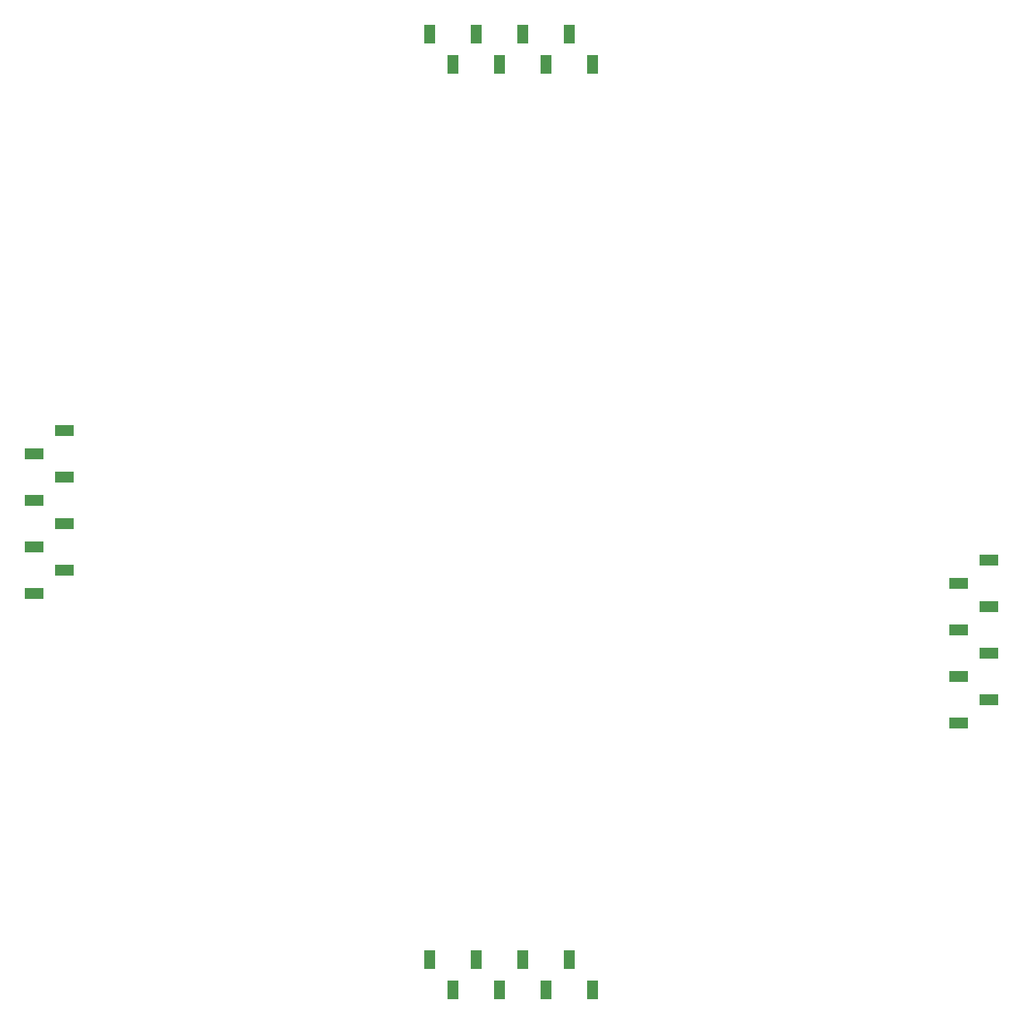
<source format=gbr>
G04 EAGLE Gerber RS-274X export*
G75*
%MOMM*%
%FSLAX34Y34*%
%LPD*%
%INSoldermask Bottom*%
%IPPOS*%
%AMOC8*
5,1,8,0,0,1.08239X$1,22.5*%
G01*
%ADD10R,0.088100X0.088119*%
%ADD11R,0.793100X0.088119*%
%ADD12R,0.088200X0.088119*%
%ADD13R,1.938800X0.088131*%
%ADD14R,2.203100X0.088131*%
%ADD15R,0.088200X0.088131*%
%ADD16R,2.026900X0.088131*%
%ADD17R,0.088100X0.088131*%
%ADD18R,2.291200X0.088131*%
%ADD19R,1.762500X0.088131*%
%ADD20R,1.938700X0.088131*%
%ADD21R,1.762600X0.088131*%
%ADD22R,6.433100X0.088131*%
%ADD23R,1.938800X0.088119*%
%ADD24R,2.555600X0.088119*%
%ADD25R,2.555700X0.088119*%
%ADD26R,2.203100X0.088119*%
%ADD27R,1.850700X0.088119*%
%ADD28R,1.850600X0.088119*%
%ADD29R,1.938700X0.088119*%
%ADD30R,1.762600X0.088119*%
%ADD31R,6.433100X0.088119*%
%ADD32R,3.260700X0.088131*%
%ADD33R,3.260600X0.088131*%
%ADD34R,1.850600X0.088131*%
%ADD35R,1.850700X0.088131*%
%ADD36R,3.436900X0.088119*%
%ADD37R,3.965700X0.088131*%
%ADD38R,3.965600X0.088131*%
%ADD39R,2.379400X0.088131*%
%ADD40R,1.938800X0.088125*%
%ADD41R,4.141900X0.088125*%
%ADD42R,2.203100X0.088125*%
%ADD43R,1.850700X0.088125*%
%ADD44R,2.026900X0.088125*%
%ADD45R,1.850600X0.088125*%
%ADD46R,1.938700X0.088125*%
%ADD47R,6.433100X0.088125*%
%ADD48R,4.494400X0.088119*%
%ADD49R,2.203200X0.088119*%
%ADD50R,2.115000X0.088119*%
%ADD51R,2.115100X0.088119*%
%ADD52R,4.670600X0.088125*%
%ADD53R,4.670700X0.088125*%
%ADD54R,2.115000X0.088125*%
%ADD55R,2.115100X0.088125*%
%ADD56R,4.846900X0.088119*%
%ADD57R,4.935000X0.088119*%
%ADD58R,2.291200X0.088119*%
%ADD59R,5.023200X0.088125*%
%ADD60R,5.111300X0.088125*%
%ADD61R,2.291300X0.088125*%
%ADD62R,5.199400X0.088119*%
%ADD63R,5.375600X0.088119*%
%ADD64R,2.291300X0.088119*%
%ADD65R,2.379400X0.088119*%
%ADD66R,5.375600X0.088125*%
%ADD67R,5.463800X0.088125*%
%ADD68R,2.379400X0.088125*%
%ADD69R,5.551900X0.088119*%
%ADD70R,5.640000X0.088119*%
%ADD71R,2.467500X0.088119*%
%ADD72R,5.728200X0.088125*%
%ADD73R,5.728100X0.088125*%
%ADD74R,2.467500X0.088125*%
%ADD75R,2.467600X0.088125*%
%ADD76R,5.904400X0.088119*%
%ADD77R,5.992600X0.088125*%
%ADD78R,6.080700X0.088125*%
%ADD79R,2.555600X0.088125*%
%ADD80R,2.643800X0.088125*%
%ADD81R,6.168800X0.088131*%
%ADD82R,2.643800X0.088131*%
%ADD83R,2.731900X0.088131*%
%ADD84R,6.168800X0.088119*%
%ADD85R,6.256900X0.088119*%
%ADD86R,2.731900X0.088119*%
%ADD87R,2.643800X0.088119*%
%ADD88R,2.996300X0.088131*%
%ADD89R,2.908100X0.088131*%
%ADD90R,3.084400X0.088131*%
%ADD91R,2.820000X0.088131*%
%ADD92R,2.820000X0.088119*%
%ADD93R,2.820100X0.088119*%
%ADD94R,2.555600X0.088131*%
%ADD95R,2.467600X0.088131*%
%ADD96R,2.203200X0.088131*%
%ADD97R,2.908200X0.088131*%
%ADD98R,2.908100X0.088119*%
%ADD99R,2.996300X0.088119*%
%ADD100R,2.291300X0.088131*%
%ADD101R,3.084400X0.088119*%
%ADD102R,3.172500X0.088131*%
%ADD103R,2.026900X0.088119*%
%ADD104R,3.172500X0.088119*%
%ADD105R,3.172600X0.088119*%
%ADD106R,2.115000X0.088131*%
%ADD107R,2.026800X0.088125*%
%ADD108R,2.203200X0.088125*%
%ADD109R,3.260600X0.088125*%
%ADD110R,3.260700X0.088125*%
%ADD111R,2.026800X0.088119*%
%ADD112R,3.348800X0.088119*%
%ADD113R,3.436900X0.088125*%
%ADD114R,3.348800X0.088125*%
%ADD115R,3.525000X0.088119*%
%ADD116R,3.525100X0.088125*%
%ADD117R,3.613200X0.088119*%
%ADD118R,3.613100X0.088125*%
%ADD119R,3.613200X0.088125*%
%ADD120R,3.701300X0.088119*%
%ADD121R,3.789400X0.088125*%
%ADD122R,3.701300X0.088125*%
%ADD123R,3.789400X0.088119*%
%ADD124R,3.877600X0.088125*%
%ADD125R,3.877500X0.088131*%
%ADD126R,3.965600X0.088119*%
%ADD127R,3.965700X0.088119*%
%ADD128R,4.053800X0.088131*%
%ADD129R,4.141900X0.088119*%
%ADD130R,4.053800X0.088119*%
%ADD131R,4.230000X0.088131*%
%ADD132R,4.141900X0.088131*%
%ADD133R,4.230100X0.088119*%
%ADD134R,5.375700X0.088131*%
%ADD135R,4.318200X0.088131*%
%ADD136R,5.816300X0.088119*%
%ADD137R,5.287500X0.088119*%
%ADD138R,5.816300X0.088131*%
%ADD139R,2.026800X0.088131*%
%ADD140R,5.287500X0.088131*%
%ADD141R,5.816200X0.088131*%
%ADD142R,5.816200X0.088119*%
%ADD143R,5.640000X0.088131*%
%ADD144R,5.992500X0.088131*%
%ADD145R,6.080700X0.088119*%
%ADD146R,2.379300X0.088119*%
%ADD147R,6.345000X0.088131*%
%ADD148R,6.433200X0.088119*%
%ADD149R,6.521300X0.088131*%
%ADD150R,5.816300X0.088125*%
%ADD151R,6.609400X0.088125*%
%ADD152R,5.816200X0.088125*%
%ADD153R,6.609400X0.088119*%
%ADD154R,6.697500X0.088125*%
%ADD155R,2.379300X0.088125*%
%ADD156R,6.697500X0.088119*%
%ADD157R,0.088100X0.088125*%
%ADD158R,2.908200X0.088125*%
%ADD159R,2.291200X0.088125*%
%ADD160R,2.467600X0.088119*%
%ADD161R,0.088200X0.088125*%
%ADD162R,4.230100X0.088125*%
%ADD163R,4.318100X0.088125*%
%ADD164R,4.230000X0.088119*%
%ADD165R,3.877600X0.088119*%
%ADD166R,3.789400X0.088131*%
%ADD167R,3.701300X0.088131*%
%ADD168R,3.613200X0.088131*%
%ADD169R,3.613100X0.088131*%
%ADD170R,3.525100X0.088119*%
%ADD171R,3.613100X0.088119*%
%ADD172R,3.525100X0.088131*%
%ADD173R,3.525000X0.088131*%
%ADD174R,3.260700X0.088119*%
%ADD175R,3.260600X0.088119*%
%ADD176R,3.172600X0.088125*%
%ADD177R,3.084400X0.088125*%
%ADD178R,2.996300X0.088125*%
%ADD179R,2.908200X0.088119*%
%ADD180R,2.555700X0.088125*%
%ADD181R,2.908100X0.088125*%
%ADD182R,2.555700X0.088131*%
%ADD183R,2.820100X0.088131*%
%ADD184R,6.785700X0.088119*%
%ADD185R,6.433200X0.088131*%
%ADD186R,6.697500X0.088131*%
%ADD187R,5.992600X0.088131*%
%ADD188R,5.728200X0.088131*%
%ADD189R,2.467500X0.088131*%
%ADD190R,5.375600X0.088131*%
%ADD191R,5.023200X0.088131*%
%ADD192R,4.846900X0.088131*%
%ADD193R,6.080700X0.088131*%
%ADD194R,4.670600X0.088119*%
%ADD195R,5.992500X0.088119*%
%ADD196R,4.494400X0.088131*%
%ADD197R,5.904400X0.088131*%
%ADD198R,5.551900X0.088131*%
%ADD199R,5.199400X0.088131*%
%ADD200R,4.758800X0.088119*%
%ADD201R,1.762500X0.088119*%
%ADD202R,6.521300X0.088119*%
%ADD203R,1.498100X0.088119*%
%ADD204R,6.433200X0.088125*%
%ADD205R,6.345000X0.088125*%
%ADD206R,1.586200X0.088125*%
%ADD207R,1.762500X0.088125*%
%ADD208R,1.410000X0.088119*%
%ADD209R,1.410100X0.088119*%
%ADD210R,1.586200X0.088119*%
%ADD211R,1.410000X0.088125*%
%ADD212R,1.410100X0.088125*%
%ADD213R,1.674300X0.088125*%
%ADD214R,1.498200X0.088119*%
%ADD215R,1.498100X0.088125*%
%ADD216R,1.498200X0.088125*%
%ADD217R,1.586300X0.088119*%
%ADD218R,1.586300X0.088125*%
%ADD219R,1.674400X0.088131*%
%ADD220R,1.674400X0.088119*%
%ADD221R,6.345000X0.088119*%
%ADD222R,2.643700X0.088119*%
%ADD223R,2.115100X0.088131*%
%ADD224R,2.996200X0.088131*%
%ADD225R,2.996200X0.088119*%
%ADD226R,3.172600X0.088131*%
%ADD227R,3.348800X0.088131*%
%ADD228R,2.643700X0.088125*%
%ADD229R,2.731900X0.088125*%
%ADD230R,3.525000X0.088125*%
%ADD231R,3.701200X0.088119*%
%ADD232R,3.877500X0.088119*%
%ADD233R,3.701200X0.088125*%
%ADD234R,3.965600X0.088125*%
%ADD235R,4.053800X0.088125*%
%ADD236R,4.318100X0.088119*%
%ADD237R,1.498100X0.088131*%
%ADD238R,1.586200X0.088131*%
%ADD239R,1.586300X0.088131*%
%ADD240R,1.674300X0.088119*%
%ADD241R,1.498200X0.088131*%
%ADD242R,5.728200X0.088119*%
%ADD243R,1.674400X0.088125*%
%ADD244R,4.141800X0.088119*%
%ADD245R,4.053700X0.088131*%
%ADD246R,4.053700X0.088119*%
%ADD247R,3.789300X0.088131*%
%ADD248R,3.701200X0.088131*%
%ADD249R,3.436800X0.088131*%
%ADD250R,3.348700X0.088119*%
%ADD251R,1.674300X0.088131*%
%ADD252R,3.348700X0.088131*%
%ADD253R,3.172500X0.088125*%
%ADD254R,3.084300X0.088119*%
%ADD255R,2.996200X0.088125*%
%ADD256R,2.820000X0.088125*%
%ADD257R,7.050000X0.088119*%
%ADD258R,2.731800X0.088119*%
%ADD259R,6.961900X0.088125*%
%ADD260R,7.050000X0.088131*%
%ADD261R,2.731800X0.088131*%
%ADD262R,6.961900X0.088119*%
%ADD263R,2.379300X0.088131*%
%ADD264R,1.321900X0.088119*%
%ADD265R,1.321900X0.088125*%
%ADD266R,1.145600X0.088125*%
%ADD267R,1.145600X0.088131*%
%ADD268R,4.935100X0.088119*%
%ADD269R,6.256900X0.088125*%
%ADD270R,6.785600X0.088119*%
%ADD271R,6.785600X0.088131*%
%ADD272R,6.609400X0.088131*%
%ADD273R,0.881200X0.088119*%
%ADD274R,0.705000X0.088125*%
%ADD275R,0.440700X0.088119*%
%ADD276R,0.264300X0.088125*%
%ADD277R,3.436900X0.088131*%
%ADD278R,5.287600X0.088119*%
%ADD279R,7.138200X0.088119*%
%ADD280R,4.670700X0.088131*%
%ADD281R,7.138200X0.088131*%
%ADD282R,5.640100X0.088119*%
%ADD283R,5.992600X0.088119*%
%ADD284R,5.375700X0.088119*%
%ADD285R,6.256900X0.088131*%
%ADD286R,7.138200X0.088125*%
%ADD287R,6.345100X0.088125*%
%ADD288R,5.375700X0.088125*%
%ADD289R,6.521300X0.088125*%
%ADD290R,6.697600X0.088119*%
%ADD291R,5.111200X0.088125*%
%ADD292R,6.697600X0.088125*%
%ADD293R,4.494400X0.088125*%
%ADD294R,4.318200X0.088119*%
%ADD295R,0.264400X0.088131*%
%ADD296R,0.440600X0.088119*%
%ADD297R,0.616900X0.088131*%
%ADD298R,1.145700X0.088131*%
%ADD299R,6.785700X0.088131*%
%ADD300R,6.961900X0.088131*%
%ADD301R,6.345100X0.088131*%
%ADD302R,5.023100X0.088119*%
%ADD303R,5.640100X0.088131*%
%ADD304R,5.287600X0.088131*%
%ADD305R,7.050000X0.088125*%
%ADD306R,5.199400X0.088125*%
%ADD307R,1.145600X0.088119*%
%ADD308R,4.318100X0.088131*%
%ADD309R,5.023100X0.088131*%
%ADD310R,5.728100X0.088131*%
%ADD311R,5.728100X0.088119*%
%ADD312R,4.846900X0.088125*%
%ADD313R,4.670700X0.088119*%
%ADD314R,0.793100X0.088131*%
%ADD315R,1.145700X0.088125*%
%ADD316R,0.969400X0.088125*%
%ADD317R,4.935000X0.088125*%
%ADD318R,5.551900X0.088125*%
%ADD319R,4.582500X0.088125*%
%ADD320R,5.023200X0.088119*%
%ADD321R,0.176300X0.088131*%
%ADD322R,0.176200X0.088131*%
%ADD323R,0.176300X0.088119*%
%ADD324R,0.176200X0.088119*%
%ADD325R,0.352500X0.088131*%
%ADD326R,0.352500X0.088119*%
%ADD327R,0.528800X0.088131*%
%ADD328R,0.440600X0.088131*%
%ADD329R,0.528700X0.088131*%
%ADD330R,0.528800X0.088119*%
%ADD331R,0.528700X0.088119*%
%ADD332R,6.697600X0.088131*%
%ADD333R,0.705000X0.088131*%
%ADD334R,0.705000X0.088119*%
%ADD335R,0.881300X0.088131*%
%ADD336R,0.881200X0.088131*%
%ADD337R,0.881300X0.088125*%
%ADD338R,0.881200X0.088125*%
%ADD339R,7.314400X0.088119*%
%ADD340R,1.057600X0.088119*%
%ADD341R,0.969400X0.088119*%
%ADD342R,1.057500X0.088119*%
%ADD343R,7.226300X0.088125*%
%ADD344R,1.057600X0.088125*%
%ADD345R,1.057500X0.088125*%
%ADD346R,1.233800X0.088119*%
%ADD347R,1.233700X0.088119*%
%ADD348R,1.233800X0.088125*%
%ADD349R,1.233700X0.088125*%
%ADD350R,7.050100X0.088119*%
%ADD351R,7.050100X0.088125*%
%ADD352R,0.440600X0.088125*%
%ADD353R,0.264400X0.088119*%
%ADD354R,6.785700X0.088125*%
%ADD355R,2.643700X0.088131*%
%ADD356R,4.582600X0.088119*%
%ADD357R,0.264400X0.088125*%
%ADD358R,0.616900X0.088125*%
%ADD359R,0.616800X0.088125*%
%ADD360R,0.793200X0.088119*%
%ADD361R,5.111300X0.088131*%
%ADD362R,1.321900X0.088131*%
%ADD363R,1.321800X0.088131*%
%ADD364R,1.321800X0.088119*%
%ADD365R,1.145700X0.088119*%
%ADD366R,0.969400X0.088131*%
%ADD367R,0.969300X0.088131*%
%ADD368R,0.969300X0.088119*%
%ADD369R,0.793200X0.088131*%
%ADD370R,0.616800X0.088131*%
%ADD371R,0.440700X0.088125*%
%ADD372R,0.264300X0.088119*%
%ADD373R,0.616800X0.088119*%
%ADD374R,4.935100X0.088131*%
%ADD375R,5.904400X0.088125*%
%ADD376R,4.406300X0.088119*%
%ADD377R,5.463800X0.088119*%
%ADD378R,3.965700X0.088125*%
%ADD379R,5.111300X0.088119*%
%ADD380R,0.616900X0.088119*%
%ADD381R,0.793100X0.088125*%
%ADD382R,6.080600X0.088119*%
%ADD383R,6.080600X0.088131*%
%ADD384R,4.935000X0.088131*%
%ADD385R,5.463800X0.088131*%
%ADD386R,6.168700X0.088131*%
%ADD387R,7.226200X0.088131*%
%ADD388R,7.314400X0.088125*%
%ADD389R,7.138100X0.088119*%
%ADD390R,3.348700X0.088125*%
%ADD391R,3.436800X0.088119*%
%ADD392R,1.410000X0.088131*%
%ADD393R,6.521200X0.088119*%
%ADD394R,1.057500X0.088131*%
%ADD395R,3.084300X0.088125*%
%ADD396R,6.080600X0.088125*%
%ADD397R,2.731800X0.088125*%
%ADD398R,4.318200X0.088125*%
%ADD399R,7.050100X0.088131*%
%ADD400R,6.168700X0.088119*%
%ADD401R,6.962000X0.088119*%
%ADD402R,6.962000X0.088125*%
%ADD403R,0.793200X0.088125*%
%ADD404R,6.168800X0.088125*%
%ADD405R,5.992500X0.088125*%
%ADD406R,5.640000X0.088125*%
%ADD407R,5.287500X0.088125*%
%ADD408R,6.345100X0.088119*%
%ADD409R,7.226200X0.088119*%
%ADD410R,1.762600X0.088125*%
%ADD411R,0.881300X0.088119*%
%ADD412R,2.820100X0.088125*%
%ADD413R,7.402500X0.088119*%
%ADD414R,7.226300X0.088119*%
%ADD415R,3.877600X0.088131*%
%ADD416R,3.877500X0.088125*%
%ADD417R,1.152400X2.152400*%
%ADD418R,2.152400X1.152400*%


D10*
X294339Y133951D03*
X296102Y133951D03*
D11*
X301389Y133951D03*
D10*
X306677Y133951D03*
X414190Y133951D03*
D12*
X415952Y133951D03*
D11*
X421240Y133951D03*
D12*
X426527Y133951D03*
D13*
X161710Y134832D03*
D14*
X300508Y134832D03*
D15*
X312845Y134832D03*
X409783Y134832D03*
D16*
X421240Y134832D03*
D17*
X432696Y134832D03*
D13*
X517737Y134832D03*
D18*
X570612Y134832D03*
D13*
X633181Y134832D03*
D19*
X689582Y134832D03*
D13*
X781232Y134832D03*
D20*
X873764Y134832D03*
D21*
X930164Y134832D03*
D22*
X1023137Y134832D03*
D23*
X161710Y135713D03*
D10*
X287289Y135713D03*
D24*
X301389Y135713D03*
D10*
X407140Y135713D03*
D25*
X421240Y135713D03*
D23*
X517737Y135713D03*
D26*
X571053Y135713D03*
D27*
X632741Y135713D03*
D28*
X689141Y135713D03*
X780791Y135713D03*
D29*
X873764Y135713D03*
D30*
X930164Y135713D03*
D31*
X1023137Y135713D03*
D13*
X161710Y136594D03*
D32*
X300508Y136594D03*
D33*
X420358Y136594D03*
D13*
X517737Y136594D03*
D14*
X570172Y136594D03*
D13*
X633181Y136594D03*
D34*
X689141Y136594D03*
D13*
X781232Y136594D03*
D20*
X873764Y136594D03*
D35*
X929724Y136594D03*
D22*
X1023137Y136594D03*
D23*
X161710Y137476D03*
D36*
X300508Y137476D03*
X420359Y137476D03*
D23*
X517737Y137476D03*
D26*
X569291Y137476D03*
D27*
X632741Y137476D03*
D28*
X689141Y137476D03*
X780791Y137476D03*
D29*
X873764Y137476D03*
D23*
X929283Y137476D03*
D31*
X1023137Y137476D03*
D13*
X161710Y138357D03*
D37*
X300508Y138357D03*
D38*
X420358Y138357D03*
D13*
X517737Y138357D03*
D39*
X569290Y138357D03*
D13*
X633181Y138357D03*
X688700Y138357D03*
X781232Y138357D03*
D20*
X873764Y138357D03*
D16*
X928843Y138357D03*
D22*
X1023137Y138357D03*
D40*
X161710Y139238D03*
D41*
X300508Y139238D03*
X420359Y139238D03*
D40*
X517737Y139238D03*
D42*
X569291Y139238D03*
D43*
X632741Y139238D03*
D44*
X688260Y139238D03*
D45*
X780791Y139238D03*
D46*
X873764Y139238D03*
D44*
X928843Y139238D03*
D47*
X1023137Y139238D03*
D23*
X161710Y140119D03*
D48*
X301389Y140119D03*
X421239Y140119D03*
D23*
X517737Y140119D03*
D49*
X568409Y140119D03*
D23*
X633181Y140119D03*
D50*
X687819Y140119D03*
D23*
X781232Y140119D03*
D29*
X873764Y140119D03*
D51*
X928402Y140119D03*
D31*
X1023137Y140119D03*
D40*
X161710Y141001D03*
D52*
X301389Y141001D03*
D53*
X421240Y141001D03*
D40*
X517737Y141001D03*
D42*
X567528Y141001D03*
D43*
X632741Y141001D03*
D54*
X687819Y141001D03*
D45*
X780791Y141001D03*
D46*
X873764Y141001D03*
D55*
X928402Y141001D03*
D47*
X1023137Y141001D03*
D23*
X161710Y141882D03*
D56*
X301389Y141882D03*
D57*
X420799Y141882D03*
D23*
X517737Y141882D03*
D58*
X567087Y141882D03*
D23*
X633181Y141882D03*
D26*
X687379Y141882D03*
D23*
X781232Y141882D03*
D29*
X873764Y141882D03*
D49*
X927961Y141882D03*
D31*
X1023137Y141882D03*
D40*
X161710Y142763D03*
D59*
X301389Y142763D03*
D60*
X420799Y142763D03*
D40*
X517737Y142763D03*
D42*
X567528Y142763D03*
D43*
X632741Y142763D03*
D42*
X687379Y142763D03*
D45*
X780791Y142763D03*
D46*
X873764Y142763D03*
D61*
X927521Y142763D03*
D47*
X1023137Y142763D03*
D23*
X161710Y143644D03*
D62*
X301389Y143644D03*
D63*
X420358Y143644D03*
D23*
X517737Y143644D03*
D26*
X566647Y143644D03*
D23*
X633181Y143644D03*
D64*
X686938Y143644D03*
D23*
X781232Y143644D03*
D29*
X873764Y143644D03*
D65*
X927080Y143644D03*
D31*
X1023137Y143644D03*
D40*
X161710Y144526D03*
D66*
X301389Y144526D03*
D67*
X420799Y144526D03*
D40*
X517737Y144526D03*
D42*
X565766Y144526D03*
D43*
X632741Y144526D03*
D68*
X686497Y144526D03*
D45*
X780791Y144526D03*
D46*
X873764Y144526D03*
D68*
X927080Y144526D03*
D47*
X1023137Y144526D03*
D23*
X161710Y145407D03*
D69*
X301389Y145407D03*
D70*
X420799Y145407D03*
D23*
X517737Y145407D03*
D64*
X565325Y145407D03*
D23*
X633181Y145407D03*
D71*
X686057Y145407D03*
D23*
X781232Y145407D03*
D29*
X873764Y145407D03*
D65*
X927080Y145407D03*
D31*
X1023137Y145407D03*
D40*
X161710Y146288D03*
D72*
X301389Y146288D03*
D73*
X421240Y146288D03*
D40*
X517737Y146288D03*
D42*
X565766Y146288D03*
D43*
X632741Y146288D03*
D74*
X686057Y146288D03*
D45*
X780791Y146288D03*
D46*
X873764Y146288D03*
D75*
X926639Y146288D03*
D47*
X1023137Y146288D03*
D23*
X161710Y147169D03*
D76*
X301389Y147169D03*
X421239Y147169D03*
D23*
X517737Y147169D03*
D49*
X564884Y147169D03*
D23*
X633181Y147169D03*
D24*
X685616Y147169D03*
D23*
X781232Y147169D03*
D29*
X873764Y147169D03*
D25*
X926199Y147169D03*
D31*
X1023137Y147169D03*
D40*
X161710Y148051D03*
D77*
X300948Y148051D03*
D78*
X421240Y148051D03*
D40*
X517737Y148051D03*
D42*
X564003Y148051D03*
D43*
X632741Y148051D03*
D79*
X685616Y148051D03*
D45*
X780791Y148051D03*
D46*
X873764Y148051D03*
D80*
X925758Y148051D03*
D47*
X1023137Y148051D03*
D13*
X161710Y148932D03*
D81*
X300948Y148932D03*
X420799Y148932D03*
D13*
X517737Y148932D03*
D18*
X563562Y148932D03*
D13*
X633181Y148932D03*
D82*
X685175Y148932D03*
D13*
X781232Y148932D03*
D20*
X873764Y148932D03*
D83*
X925318Y148932D03*
D22*
X1023137Y148932D03*
D23*
X161710Y149813D03*
D84*
X300948Y149813D03*
D85*
X420359Y149813D03*
D23*
X517737Y149813D03*
D50*
X563562Y149813D03*
D27*
X632741Y149813D03*
D86*
X684735Y149813D03*
D28*
X780791Y149813D03*
D29*
X873764Y149813D03*
D87*
X925758Y149813D03*
D31*
X1023137Y149813D03*
D13*
X161710Y150695D03*
D88*
X284205Y150695D03*
D17*
X300508Y150695D03*
D15*
X302270Y150695D03*
D89*
X318133Y150695D03*
D90*
X403614Y150695D03*
D17*
X420359Y150695D03*
X422121Y150695D03*
D89*
X437984Y150695D03*
D13*
X517737Y150695D03*
D14*
X563122Y150695D03*
D13*
X633181Y150695D03*
D91*
X684294Y150695D03*
D13*
X781232Y150695D03*
D20*
X873764Y150695D03*
D83*
X925318Y150695D03*
D22*
X1023137Y150695D03*
D23*
X161710Y151576D03*
D24*
X282001Y151576D03*
D10*
X306677Y151576D03*
D25*
X320777Y151576D03*
D24*
X401852Y151576D03*
D12*
X426527Y151576D03*
D24*
X440627Y151576D03*
D23*
X517737Y151576D03*
D49*
X562240Y151576D03*
D27*
X632741Y151576D03*
D92*
X684294Y151576D03*
D28*
X780791Y151576D03*
D29*
X873764Y151576D03*
D93*
X924877Y151576D03*
D29*
X1000665Y151576D03*
D12*
X1011680Y151576D03*
D10*
X1013443Y151576D03*
D12*
X1015205Y151576D03*
D10*
X1016968Y151576D03*
D12*
X1018730Y151576D03*
D10*
X1020493Y151576D03*
D12*
X1022255Y151576D03*
D10*
X1024018Y151576D03*
D12*
X1025780Y151576D03*
D10*
X1027543Y151576D03*
X1029306Y151576D03*
X1031068Y151576D03*
X1032831Y151576D03*
X1034593Y151576D03*
X1036356Y151576D03*
X1038118Y151576D03*
X1039881Y151576D03*
X1041643Y151576D03*
X1043406Y151576D03*
X1045168Y151576D03*
X1046931Y151576D03*
X1048693Y151576D03*
X1050456Y151576D03*
X1052218Y151576D03*
X1053981Y151576D03*
D13*
X161710Y152457D03*
D94*
X281120Y152457D03*
D95*
X321217Y152457D03*
X400530Y152457D03*
D94*
X441508Y152457D03*
D13*
X517737Y152457D03*
D96*
X562240Y152457D03*
D13*
X633181Y152457D03*
D89*
X683854Y152457D03*
D13*
X781232Y152457D03*
D20*
X873764Y152457D03*
D97*
X924436Y152457D03*
D20*
X1000665Y152457D03*
D23*
X161710Y153338D03*
D58*
X279798Y153338D03*
D65*
X321658Y153338D03*
X399208Y153338D03*
D58*
X441949Y153338D03*
D23*
X517737Y153338D03*
D51*
X561800Y153338D03*
D27*
X632741Y153338D03*
D98*
X683854Y153338D03*
D28*
X780791Y153338D03*
D29*
X873764Y153338D03*
D99*
X923996Y153338D03*
D29*
X1000665Y153338D03*
D13*
X161710Y154220D03*
D18*
X279798Y154220D03*
D39*
X322539Y154220D03*
D100*
X398768Y154220D03*
D18*
X442830Y154220D03*
D13*
X517737Y154220D03*
D96*
X561359Y154220D03*
D13*
X633181Y154220D03*
D88*
X683413Y154220D03*
D13*
X781232Y154220D03*
D20*
X873764Y154220D03*
D88*
X923996Y154220D03*
D20*
X1000665Y154220D03*
D23*
X161710Y155101D03*
D49*
X278476Y155101D03*
X323420Y155101D03*
D26*
X398327Y155101D03*
D49*
X444152Y155101D03*
D23*
X517737Y155101D03*
D26*
X560478Y155101D03*
D27*
X632741Y155101D03*
D101*
X682972Y155101D03*
D28*
X780791Y155101D03*
D29*
X873764Y155101D03*
D99*
X923996Y155101D03*
D29*
X1000665Y155101D03*
D13*
X161710Y155982D03*
D96*
X277595Y155982D03*
X323420Y155982D03*
D14*
X397446Y155982D03*
D96*
X444152Y155982D03*
D13*
X517737Y155982D03*
D18*
X560037Y155982D03*
D13*
X633181Y155982D03*
D102*
X682532Y155982D03*
D13*
X781232Y155982D03*
D20*
X873764Y155982D03*
D90*
X923555Y155982D03*
D20*
X1000665Y155982D03*
D23*
X161710Y156863D03*
D103*
X277595Y156863D03*
D26*
X324302Y156863D03*
D50*
X397005Y156863D03*
D103*
X445034Y156863D03*
D23*
X517737Y156863D03*
D50*
X560037Y156863D03*
D27*
X632741Y156863D03*
D104*
X682532Y156863D03*
D28*
X780791Y156863D03*
D29*
X873764Y156863D03*
D105*
X923114Y156863D03*
D29*
X1000665Y156863D03*
D13*
X161710Y157745D03*
D106*
X277154Y157745D03*
D14*
X325183Y157745D03*
D16*
X396565Y157745D03*
D14*
X445034Y157745D03*
D13*
X517737Y157745D03*
D14*
X559597Y157745D03*
D13*
X633181Y157745D03*
D33*
X682091Y157745D03*
D13*
X781232Y157745D03*
D20*
X873764Y157745D03*
D32*
X922674Y157745D03*
D20*
X1000665Y157745D03*
D40*
X161710Y158626D03*
D44*
X276714Y158626D03*
X325183Y158626D03*
D107*
X395683Y158626D03*
D44*
X445034Y158626D03*
D40*
X517737Y158626D03*
D108*
X558715Y158626D03*
D43*
X632741Y158626D03*
D109*
X682091Y158626D03*
D45*
X780791Y158626D03*
D46*
X873764Y158626D03*
D110*
X922674Y158626D03*
D46*
X1000665Y158626D03*
D23*
X161710Y159507D03*
D103*
X276714Y159507D03*
X326064Y159507D03*
D111*
X395683Y159507D03*
D103*
X445915Y159507D03*
D23*
X517737Y159507D03*
D51*
X558275Y159507D03*
D23*
X633181Y159507D03*
D112*
X681650Y159507D03*
D23*
X781232Y159507D03*
D29*
X873764Y159507D03*
D112*
X922233Y159507D03*
D29*
X1000665Y159507D03*
D40*
X161710Y160388D03*
D44*
X275833Y160388D03*
D40*
X325623Y160388D03*
D107*
X395683Y160388D03*
D40*
X446355Y160388D03*
X517737Y160388D03*
D55*
X558275Y160388D03*
D43*
X632741Y160388D03*
D113*
X681210Y160388D03*
D45*
X780791Y160388D03*
D46*
X873764Y160388D03*
D114*
X922233Y160388D03*
D46*
X1000665Y160388D03*
D23*
X161710Y161270D03*
D50*
X276273Y161270D03*
D103*
X326064Y161270D03*
X394802Y161270D03*
D23*
X446355Y161270D03*
X517737Y161270D03*
D49*
X557834Y161270D03*
D23*
X633181Y161270D03*
D115*
X680769Y161270D03*
D23*
X781232Y161270D03*
D29*
X873764Y161270D03*
D36*
X921793Y161270D03*
D29*
X1000665Y161270D03*
D40*
X161710Y162151D03*
D44*
X275833Y162151D03*
D46*
X326505Y162151D03*
X395243Y162151D03*
D44*
X446796Y162151D03*
D40*
X517737Y162151D03*
D42*
X556953Y162151D03*
D43*
X632741Y162151D03*
D113*
X681210Y162151D03*
D45*
X780791Y162151D03*
D46*
X873764Y162151D03*
D116*
X921352Y162151D03*
D46*
X1000665Y162151D03*
D23*
X161710Y163032D03*
X275392Y163032D03*
D103*
X326064Y163032D03*
X394802Y163032D03*
D29*
X447237Y163032D03*
D23*
X517737Y163032D03*
D26*
X556072Y163032D03*
D23*
X633181Y163032D03*
D115*
X680769Y163032D03*
D23*
X781232Y163032D03*
D29*
X873764Y163032D03*
D117*
X920911Y163032D03*
D29*
X1000665Y163032D03*
D40*
X161710Y163913D03*
X275392Y163913D03*
D46*
X326505Y163913D03*
D45*
X394802Y163913D03*
D46*
X447237Y163913D03*
D40*
X517737Y163913D03*
D54*
X556512Y163913D03*
D43*
X632741Y163913D03*
D118*
X680329Y163913D03*
D45*
X780791Y163913D03*
D46*
X873764Y163913D03*
D119*
X920911Y163913D03*
D46*
X1000665Y163913D03*
D23*
X161710Y164795D03*
D103*
X274952Y164795D03*
D29*
X326505Y164795D03*
D103*
X394802Y164795D03*
D29*
X447237Y164795D03*
D23*
X517737Y164795D03*
D26*
X556072Y164795D03*
D23*
X633181Y164795D03*
D120*
X679888Y164795D03*
D23*
X781232Y164795D03*
D29*
X873764Y164795D03*
D120*
X920471Y164795D03*
D29*
X1000665Y164795D03*
D40*
X161710Y165676D03*
X275392Y165676D03*
D44*
X326946Y165676D03*
D45*
X394802Y165676D03*
D46*
X447237Y165676D03*
D40*
X517737Y165676D03*
D108*
X555190Y165676D03*
D43*
X632741Y165676D03*
D121*
X679447Y165676D03*
D45*
X780791Y165676D03*
D46*
X873764Y165676D03*
D122*
X920471Y165676D03*
D46*
X1000665Y165676D03*
D23*
X161710Y166557D03*
D103*
X274952Y166557D03*
D28*
X326945Y166557D03*
D103*
X394802Y166557D03*
D29*
X447237Y166557D03*
D23*
X517737Y166557D03*
D51*
X554750Y166557D03*
D23*
X633181Y166557D03*
D123*
X679447Y166557D03*
D23*
X781232Y166557D03*
D29*
X873764Y166557D03*
D123*
X920030Y166557D03*
D29*
X1000665Y166557D03*
D40*
X161710Y167438D03*
D45*
X274951Y167438D03*
D44*
X326946Y167438D03*
D45*
X394802Y167438D03*
D46*
X447237Y167438D03*
D40*
X517737Y167438D03*
D55*
X554750Y167438D03*
D43*
X632741Y167438D03*
D121*
X679447Y167438D03*
D45*
X780791Y167438D03*
D46*
X873764Y167438D03*
D124*
X919589Y167438D03*
D46*
X1000665Y167438D03*
D13*
X161710Y168320D03*
D16*
X274952Y168320D03*
D13*
X327386Y168320D03*
X394361Y168320D03*
D20*
X447237Y168320D03*
D13*
X517737Y168320D03*
D96*
X554309Y168320D03*
D13*
X633181Y168320D03*
D125*
X679007Y168320D03*
D13*
X781232Y168320D03*
D20*
X873764Y168320D03*
D37*
X919149Y168320D03*
D20*
X1000665Y168320D03*
D23*
X161710Y169201D03*
D28*
X274951Y169201D03*
D23*
X327386Y169201D03*
D28*
X394802Y169201D03*
X447677Y169201D03*
D23*
X517737Y169201D03*
D26*
X553428Y169201D03*
D27*
X632741Y169201D03*
D126*
X678566Y169201D03*
D28*
X780791Y169201D03*
D29*
X873764Y169201D03*
D127*
X919149Y169201D03*
D29*
X1000665Y169201D03*
D13*
X161710Y170082D03*
D16*
X274952Y170082D03*
D13*
X327386Y170082D03*
X394361Y170082D03*
D20*
X447237Y170082D03*
D13*
X517737Y170082D03*
D14*
X552547Y170082D03*
D13*
X633181Y170082D03*
D128*
X678125Y170082D03*
D13*
X781232Y170082D03*
D20*
X873764Y170082D03*
D128*
X918708Y170082D03*
D20*
X1000665Y170082D03*
D23*
X161710Y170963D03*
D28*
X274951Y170963D03*
D23*
X327386Y170963D03*
D28*
X394802Y170963D03*
X447677Y170963D03*
D23*
X517737Y170963D03*
D103*
X552547Y170963D03*
D27*
X632741Y170963D03*
D129*
X677685Y170963D03*
D28*
X780791Y170963D03*
D29*
X873764Y170963D03*
D130*
X918708Y170963D03*
D29*
X1000665Y170963D03*
D13*
X161710Y171845D03*
D16*
X274952Y171845D03*
D13*
X327386Y171845D03*
X394361Y171845D03*
D20*
X447237Y171845D03*
D13*
X517737Y171845D03*
D14*
X552547Y171845D03*
D13*
X633181Y171845D03*
D131*
X677244Y171845D03*
D13*
X781232Y171845D03*
D20*
X873764Y171845D03*
D132*
X918268Y171845D03*
D20*
X1000665Y171845D03*
D23*
X161710Y172726D03*
D28*
X274951Y172726D03*
D23*
X327386Y172726D03*
D28*
X394802Y172726D03*
X447677Y172726D03*
D23*
X517737Y172726D03*
D49*
X551665Y172726D03*
D27*
X632741Y172726D03*
D129*
X677685Y172726D03*
D28*
X780791Y172726D03*
D29*
X873764Y172726D03*
D133*
X917827Y172726D03*
D29*
X1000665Y172726D03*
D13*
X161710Y173607D03*
D16*
X274952Y173607D03*
D13*
X327386Y173607D03*
X394361Y173607D03*
D20*
X447237Y173607D03*
D134*
X534922Y173607D03*
D13*
X633181Y173607D03*
D14*
X667110Y173607D03*
D13*
X688700Y173607D03*
X781232Y173607D03*
D20*
X873764Y173607D03*
D135*
X917386Y173607D03*
D20*
X1000665Y173607D03*
D136*
X181098Y174488D03*
D28*
X274951Y174488D03*
D23*
X327386Y174488D03*
D28*
X394802Y174488D03*
X447677Y174488D03*
D137*
X534481Y174488D03*
D27*
X632741Y174488D03*
D58*
X666669Y174488D03*
D28*
X689141Y174488D03*
X780791Y174488D03*
D29*
X873764Y174488D03*
D64*
X907252Y174488D03*
D23*
X929283Y174488D03*
D29*
X1000665Y174488D03*
D138*
X181098Y175370D03*
D16*
X274952Y175370D03*
D13*
X327386Y175370D03*
X394361Y175370D03*
D20*
X447237Y175370D03*
D134*
X534922Y175370D03*
D13*
X633181Y175370D03*
D39*
X666228Y175370D03*
D13*
X688700Y175370D03*
X781232Y175370D03*
D20*
X873764Y175370D03*
D18*
X906370Y175370D03*
D13*
X929283Y175370D03*
D139*
X1001105Y175370D03*
D17*
X1012562Y175370D03*
X1014324Y175370D03*
X1016087Y175370D03*
X1017849Y175370D03*
X1019612Y175370D03*
X1021374Y175370D03*
X1023137Y175370D03*
X1024899Y175370D03*
X1026662Y175370D03*
D15*
X1028424Y175370D03*
D17*
X1030187Y175370D03*
D15*
X1031949Y175370D03*
D17*
X1033712Y175370D03*
D15*
X1035474Y175370D03*
D17*
X1037237Y175370D03*
D15*
X1038999Y175370D03*
D17*
X1040762Y175370D03*
D15*
X1042524Y175370D03*
D17*
X1044287Y175370D03*
D15*
X1046049Y175370D03*
D17*
X1047812Y175370D03*
D138*
X181098Y176251D03*
D34*
X274951Y176251D03*
D13*
X327386Y176251D03*
D34*
X394802Y176251D03*
X447677Y176251D03*
D140*
X534481Y176251D03*
D35*
X632741Y176251D03*
D100*
X665788Y176251D03*
D34*
X689141Y176251D03*
X780791Y176251D03*
D20*
X873764Y176251D03*
D14*
X905930Y176251D03*
D13*
X929283Y176251D03*
D141*
X1020052Y176251D03*
D136*
X181098Y177132D03*
D103*
X274952Y177132D03*
D23*
X327386Y177132D03*
X394361Y177132D03*
D29*
X447237Y177132D03*
D69*
X535803Y177132D03*
D23*
X633181Y177132D03*
D64*
X664907Y177132D03*
D23*
X688700Y177132D03*
X781232Y177132D03*
D29*
X873764Y177132D03*
D58*
X905489Y177132D03*
D23*
X929283Y177132D03*
D142*
X1020052Y177132D03*
D138*
X181098Y178013D03*
D34*
X274951Y178013D03*
D13*
X327386Y178013D03*
D34*
X394802Y178013D03*
X447677Y178013D03*
D143*
X536243Y178013D03*
D35*
X632741Y178013D03*
D14*
X664466Y178013D03*
D34*
X689141Y178013D03*
X780791Y178013D03*
D20*
X873764Y178013D03*
D39*
X905048Y178013D03*
D13*
X929283Y178013D03*
D141*
X1020052Y178013D03*
D136*
X181098Y178895D03*
D29*
X274511Y178895D03*
D23*
X327386Y178895D03*
X394361Y178895D03*
D29*
X447237Y178895D03*
D136*
X537125Y178895D03*
D23*
X633181Y178895D03*
D58*
X664025Y178895D03*
D23*
X688700Y178895D03*
X781232Y178895D03*
D29*
X873764Y178895D03*
D65*
X904167Y178895D03*
D23*
X929283Y178895D03*
D142*
X1020052Y178895D03*
D138*
X181098Y179776D03*
D34*
X274951Y179776D03*
D35*
X327827Y179776D03*
D34*
X394802Y179776D03*
X447677Y179776D03*
D144*
X538006Y179776D03*
D35*
X632741Y179776D03*
D18*
X663144Y179776D03*
D34*
X689141Y179776D03*
X780791Y179776D03*
D20*
X873764Y179776D03*
D96*
X904167Y179776D03*
D13*
X929283Y179776D03*
D141*
X1020052Y179776D03*
D136*
X181098Y180657D03*
D29*
X274511Y180657D03*
D23*
X327386Y180657D03*
X394361Y180657D03*
D29*
X447237Y180657D03*
D145*
X538447Y180657D03*
D23*
X633181Y180657D03*
D65*
X662703Y180657D03*
D23*
X688700Y180657D03*
X781232Y180657D03*
D29*
X873764Y180657D03*
D26*
X903286Y180657D03*
D23*
X929283Y180657D03*
D142*
X1020052Y180657D03*
D138*
X181098Y181538D03*
D34*
X274951Y181538D03*
D35*
X327827Y181538D03*
D34*
X394802Y181538D03*
X447677Y181538D03*
D81*
X538887Y181538D03*
D35*
X632741Y181538D03*
D100*
X662263Y181538D03*
D34*
X689141Y181538D03*
X780791Y181538D03*
D20*
X873764Y181538D03*
D18*
X902845Y181538D03*
D13*
X929283Y181538D03*
D141*
X1020052Y181538D03*
D136*
X181098Y182420D03*
D29*
X274511Y182420D03*
D23*
X327386Y182420D03*
X394361Y182420D03*
D29*
X447237Y182420D03*
D85*
X539328Y182420D03*
D23*
X633181Y182420D03*
D64*
X661382Y182420D03*
D23*
X688700Y182420D03*
X781232Y182420D03*
D29*
X873764Y182420D03*
D146*
X902405Y182420D03*
D23*
X929283Y182420D03*
D142*
X1020052Y182420D03*
D138*
X181098Y183301D03*
D34*
X274951Y183301D03*
D35*
X327827Y183301D03*
D34*
X394802Y183301D03*
X447677Y183301D03*
D147*
X539768Y183301D03*
D35*
X632741Y183301D03*
D14*
X660941Y183301D03*
D34*
X689141Y183301D03*
X780791Y183301D03*
D20*
X873764Y183301D03*
D39*
X901523Y183301D03*
D13*
X929283Y183301D03*
D141*
X1020052Y183301D03*
D136*
X181098Y184182D03*
D29*
X274511Y184182D03*
D23*
X327386Y184182D03*
X394361Y184182D03*
D29*
X447237Y184182D03*
D148*
X540209Y184182D03*
D23*
X633181Y184182D03*
D58*
X660500Y184182D03*
D23*
X688700Y184182D03*
X781232Y184182D03*
D29*
X873764Y184182D03*
D64*
X901083Y184182D03*
D23*
X929283Y184182D03*
D142*
X1020052Y184182D03*
D138*
X181098Y185063D03*
D34*
X274951Y185063D03*
D35*
X327827Y185063D03*
D34*
X394802Y185063D03*
X447677Y185063D03*
D149*
X540650Y185063D03*
D35*
X632741Y185063D03*
D100*
X659619Y185063D03*
D34*
X689141Y185063D03*
X780791Y185063D03*
D20*
X873764Y185063D03*
D96*
X900642Y185063D03*
D13*
X929283Y185063D03*
D141*
X1020052Y185063D03*
D150*
X181098Y185945D03*
D46*
X274511Y185945D03*
D40*
X327386Y185945D03*
X394361Y185945D03*
D46*
X447237Y185945D03*
D151*
X541090Y185945D03*
D40*
X633181Y185945D03*
D68*
X659178Y185945D03*
D40*
X688700Y185945D03*
X781232Y185945D03*
D46*
X873764Y185945D03*
D61*
X900202Y185945D03*
D40*
X929283Y185945D03*
D152*
X1020052Y185945D03*
D136*
X181098Y186826D03*
D28*
X274951Y186826D03*
D27*
X327827Y186826D03*
D28*
X394802Y186826D03*
X447677Y186826D03*
D153*
X541090Y186826D03*
D27*
X632741Y186826D03*
D64*
X658738Y186826D03*
D28*
X689141Y186826D03*
X780791Y186826D03*
D29*
X873764Y186826D03*
D26*
X898880Y186826D03*
D23*
X929283Y186826D03*
D142*
X1020052Y186826D03*
D150*
X181098Y187707D03*
D46*
X274511Y187707D03*
D40*
X327386Y187707D03*
X394361Y187707D03*
D46*
X447237Y187707D03*
D154*
X541531Y187707D03*
D40*
X633181Y187707D03*
D61*
X657857Y187707D03*
D40*
X688700Y187707D03*
X781232Y187707D03*
D46*
X873764Y187707D03*
D155*
X898880Y187707D03*
D40*
X929283Y187707D03*
D152*
X1020052Y187707D03*
D136*
X181098Y188588D03*
D28*
X274951Y188588D03*
D23*
X327386Y188588D03*
D28*
X394802Y188588D03*
X447677Y188588D03*
D156*
X541531Y188588D03*
D27*
X632741Y188588D03*
D26*
X657416Y188588D03*
D28*
X689141Y188588D03*
X780791Y188588D03*
D29*
X873764Y188588D03*
D65*
X897998Y188588D03*
D23*
X929283Y188588D03*
D142*
X1020052Y188588D03*
D150*
X181098Y189470D03*
D44*
X274952Y189470D03*
D40*
X327386Y189470D03*
X394361Y189470D03*
D46*
X447237Y189470D03*
D44*
X518178Y189470D03*
D157*
X529634Y189470D03*
X531397Y189470D03*
X533159Y189470D03*
X534922Y189470D03*
X536684Y189470D03*
X538447Y189470D03*
X540209Y189470D03*
X541972Y189470D03*
X543734Y189470D03*
X545497Y189470D03*
D158*
X561359Y189470D03*
D40*
X633181Y189470D03*
D159*
X656975Y189470D03*
D40*
X688700Y189470D03*
X781232Y189470D03*
D46*
X873764Y189470D03*
D68*
X897117Y189470D03*
D40*
X929283Y189470D03*
D152*
X1020052Y189470D03*
D136*
X181098Y190351D03*
D28*
X274951Y190351D03*
D23*
X327386Y190351D03*
D28*
X394802Y190351D03*
X447677Y190351D03*
D23*
X517737Y190351D03*
D160*
X563562Y190351D03*
D27*
X632741Y190351D03*
D64*
X656094Y190351D03*
D28*
X689141Y190351D03*
X780791Y190351D03*
D29*
X873764Y190351D03*
D49*
X897117Y190351D03*
D23*
X929283Y190351D03*
D142*
X1020052Y190351D03*
D44*
X162151Y191232D03*
D157*
X173607Y191232D03*
X175370Y191232D03*
D161*
X177132Y191232D03*
D157*
X178895Y191232D03*
D161*
X180657Y191232D03*
D157*
X182420Y191232D03*
D161*
X184182Y191232D03*
D157*
X185945Y191232D03*
D161*
X187707Y191232D03*
D157*
X189470Y191232D03*
D161*
X191232Y191232D03*
D157*
X192995Y191232D03*
D161*
X194757Y191232D03*
D157*
X196520Y191232D03*
D161*
X198282Y191232D03*
D157*
X200045Y191232D03*
D161*
X201807Y191232D03*
D157*
X203570Y191232D03*
D161*
X205332Y191232D03*
D157*
X207095Y191232D03*
D161*
X208857Y191232D03*
D44*
X274952Y191232D03*
D40*
X327386Y191232D03*
X394361Y191232D03*
D46*
X447237Y191232D03*
D40*
X517737Y191232D03*
D68*
X564003Y191232D03*
D40*
X633181Y191232D03*
D68*
X655653Y191232D03*
D40*
X688700Y191232D03*
X781232Y191232D03*
D46*
X873764Y191232D03*
D42*
X896236Y191232D03*
D40*
X929283Y191232D03*
D152*
X1020052Y191232D03*
D23*
X161710Y192113D03*
D28*
X274951Y192113D03*
D23*
X327386Y192113D03*
D28*
X394802Y192113D03*
X447677Y192113D03*
D23*
X517737Y192113D03*
D26*
X565766Y192113D03*
D27*
X632741Y192113D03*
D64*
X655213Y192113D03*
D28*
X689141Y192113D03*
X780791Y192113D03*
D29*
X873764Y192113D03*
D58*
X895795Y192113D03*
D23*
X929283Y192113D03*
D142*
X1020052Y192113D03*
D40*
X161710Y192995D03*
D44*
X274952Y192995D03*
D40*
X327386Y192995D03*
X394361Y192995D03*
D46*
X447237Y192995D03*
D40*
X517737Y192995D03*
D42*
X566647Y192995D03*
D162*
X644638Y192995D03*
D40*
X688700Y192995D03*
X781232Y192995D03*
D163*
X885661Y192995D03*
D40*
X929283Y192995D03*
D46*
X1000665Y192995D03*
D23*
X161710Y193876D03*
D28*
X274951Y193876D03*
D23*
X327386Y193876D03*
D28*
X394802Y193876D03*
X447677Y193876D03*
D23*
X517737Y193876D03*
D103*
X566647Y193876D03*
D129*
X644197Y193876D03*
D28*
X689141Y193876D03*
X780791Y193876D03*
D164*
X885220Y193876D03*
D23*
X929283Y193876D03*
D29*
X1000665Y193876D03*
D40*
X161710Y194757D03*
D44*
X274952Y194757D03*
D40*
X327386Y194757D03*
X394361Y194757D03*
D46*
X447237Y194757D03*
D40*
X517737Y194757D03*
D44*
X567528Y194757D03*
D162*
X644638Y194757D03*
D40*
X688700Y194757D03*
X781232Y194757D03*
D41*
X884780Y194757D03*
D40*
X929283Y194757D03*
D46*
X1000665Y194757D03*
D13*
X161710Y195639D03*
D34*
X274951Y195639D03*
D13*
X327386Y195639D03*
D34*
X394802Y195639D03*
X447677Y195639D03*
D13*
X517737Y195639D03*
D16*
X567528Y195639D03*
D132*
X644197Y195639D03*
D34*
X689141Y195639D03*
X780791Y195639D03*
D128*
X884339Y195639D03*
D13*
X929283Y195639D03*
D20*
X1000665Y195639D03*
D23*
X161710Y196520D03*
D103*
X274952Y196520D03*
D23*
X327386Y196520D03*
X394361Y196520D03*
D29*
X447237Y196520D03*
D23*
X517737Y196520D03*
D103*
X567528Y196520D03*
D130*
X643756Y196520D03*
D23*
X688700Y196520D03*
X781232Y196520D03*
D130*
X884339Y196520D03*
D23*
X929283Y196520D03*
D29*
X1000665Y196520D03*
D13*
X161710Y197401D03*
D34*
X274951Y197401D03*
D13*
X327386Y197401D03*
D34*
X394802Y197401D03*
X447677Y197401D03*
D13*
X517737Y197401D03*
D139*
X568409Y197401D03*
D37*
X643316Y197401D03*
D34*
X689141Y197401D03*
X780791Y197401D03*
D38*
X883898Y197401D03*
D13*
X929283Y197401D03*
D20*
X1000665Y197401D03*
D23*
X161710Y198282D03*
D103*
X274952Y198282D03*
D23*
X327386Y198282D03*
X394361Y198282D03*
D29*
X447237Y198282D03*
D23*
X517737Y198282D03*
D29*
X567969Y198282D03*
D165*
X642875Y198282D03*
D23*
X688700Y198282D03*
X781232Y198282D03*
D126*
X883898Y198282D03*
D23*
X929283Y198282D03*
D29*
X1000665Y198282D03*
D13*
X161710Y199164D03*
D34*
X274951Y199164D03*
D16*
X326946Y199164D03*
D34*
X394802Y199164D03*
X447677Y199164D03*
D13*
X517737Y199164D03*
D139*
X568409Y199164D03*
D166*
X642434Y199164D03*
D34*
X689141Y199164D03*
X780791Y199164D03*
D125*
X883458Y199164D03*
D13*
X929283Y199164D03*
D20*
X1000665Y199164D03*
D23*
X161710Y200045D03*
D103*
X274952Y200045D03*
D23*
X327386Y200045D03*
X394361Y200045D03*
D29*
X447237Y200045D03*
D23*
X517737Y200045D03*
D29*
X568850Y200045D03*
D165*
X642875Y200045D03*
D23*
X688700Y200045D03*
X781232Y200045D03*
D123*
X883017Y200045D03*
D23*
X929283Y200045D03*
D29*
X1000665Y200045D03*
D13*
X161710Y200926D03*
X275392Y200926D03*
D16*
X326946Y200926D03*
D34*
X394802Y200926D03*
X447677Y200926D03*
D13*
X517737Y200926D03*
D20*
X568850Y200926D03*
D166*
X642434Y200926D03*
D34*
X689141Y200926D03*
X780791Y200926D03*
D167*
X882577Y200926D03*
D13*
X929283Y200926D03*
D20*
X1000665Y200926D03*
D23*
X161710Y201807D03*
D103*
X274952Y201807D03*
D29*
X326505Y201807D03*
D23*
X394361Y201807D03*
D29*
X447237Y201807D03*
D23*
X517737Y201807D03*
D29*
X568850Y201807D03*
D120*
X641994Y201807D03*
D23*
X688700Y201807D03*
X781232Y201807D03*
D120*
X882577Y201807D03*
D23*
X929283Y201807D03*
D29*
X1000665Y201807D03*
D13*
X161710Y202689D03*
X275392Y202689D03*
D20*
X326505Y202689D03*
D34*
X394802Y202689D03*
X447677Y202689D03*
D13*
X517737Y202689D03*
D20*
X568850Y202689D03*
D168*
X641553Y202689D03*
D34*
X689141Y202689D03*
X780791Y202689D03*
D169*
X882136Y202689D03*
D13*
X929283Y202689D03*
D20*
X1000665Y202689D03*
D23*
X161710Y203570D03*
X275392Y203570D03*
D103*
X326064Y203570D03*
D23*
X394361Y203570D03*
D29*
X447237Y203570D03*
D23*
X517737Y203570D03*
D29*
X568850Y203570D03*
D170*
X641113Y203570D03*
D23*
X688700Y203570D03*
X781232Y203570D03*
D171*
X882136Y203570D03*
D23*
X929283Y203570D03*
D29*
X1000665Y203570D03*
D13*
X161710Y204451D03*
D16*
X275833Y204451D03*
D20*
X326505Y204451D03*
D34*
X394802Y204451D03*
X447677Y204451D03*
D13*
X517737Y204451D03*
D20*
X568850Y204451D03*
D172*
X641113Y204451D03*
D34*
X689141Y204451D03*
X780791Y204451D03*
D173*
X881695Y204451D03*
D13*
X929283Y204451D03*
D20*
X1000665Y204451D03*
D40*
X161710Y205332D03*
X276273Y205332D03*
D44*
X326064Y205332D03*
D40*
X394361Y205332D03*
D46*
X447237Y205332D03*
D40*
X517737Y205332D03*
D46*
X568850Y205332D03*
D116*
X641113Y205332D03*
D40*
X688700Y205332D03*
X781232Y205332D03*
D113*
X881255Y205332D03*
D40*
X929283Y205332D03*
D46*
X1000665Y205332D03*
D23*
X161710Y206214D03*
D103*
X275833Y206214D03*
D23*
X325623Y206214D03*
D28*
X394802Y206214D03*
X447677Y206214D03*
D23*
X517737Y206214D03*
D111*
X568409Y206214D03*
D36*
X640672Y206214D03*
D28*
X689141Y206214D03*
X780791Y206214D03*
D112*
X880814Y206214D03*
D23*
X929283Y206214D03*
D29*
X1000665Y206214D03*
D40*
X161710Y207095D03*
D44*
X276714Y207095D03*
X326064Y207095D03*
D40*
X394361Y207095D03*
D46*
X447237Y207095D03*
D40*
X517737Y207095D03*
D44*
X567528Y207095D03*
D114*
X640231Y207095D03*
D40*
X688700Y207095D03*
X781232Y207095D03*
D114*
X880814Y207095D03*
D40*
X929283Y207095D03*
D46*
X1000665Y207095D03*
D23*
X161710Y207976D03*
D103*
X276714Y207976D03*
X325183Y207976D03*
D28*
X394802Y207976D03*
X447677Y207976D03*
D23*
X517737Y207976D03*
D29*
X567969Y207976D03*
D174*
X639791Y207976D03*
D28*
X689141Y207976D03*
X780791Y207976D03*
D175*
X880373Y207976D03*
D23*
X929283Y207976D03*
D29*
X1000665Y207976D03*
D40*
X161710Y208857D03*
D54*
X277154Y208857D03*
X324742Y208857D03*
D40*
X394361Y208857D03*
D46*
X447237Y208857D03*
D40*
X517737Y208857D03*
D44*
X567528Y208857D03*
D110*
X639791Y208857D03*
D40*
X688700Y208857D03*
X781232Y208857D03*
D109*
X880373Y208857D03*
D40*
X929283Y208857D03*
D46*
X1000665Y208857D03*
D23*
X161710Y209739D03*
D103*
X277595Y209739D03*
D50*
X324742Y209739D03*
D28*
X394802Y209739D03*
X447677Y209739D03*
D23*
X517737Y209739D03*
D103*
X566647Y209739D03*
D105*
X639350Y209739D03*
D28*
X689141Y209739D03*
X780791Y209739D03*
D104*
X879933Y209739D03*
D23*
X929283Y209739D03*
D29*
X1000665Y209739D03*
D40*
X161710Y210620D03*
D108*
X277595Y210620D03*
X323420Y210620D03*
D40*
X394361Y210620D03*
D46*
X447237Y210620D03*
D40*
X517737Y210620D03*
D42*
X566647Y210620D03*
D176*
X639350Y210620D03*
D40*
X688700Y210620D03*
X781232Y210620D03*
D177*
X879492Y210620D03*
D40*
X929283Y210620D03*
D46*
X1000665Y210620D03*
D23*
X161710Y211501D03*
D49*
X278476Y211501D03*
X323420Y211501D03*
D28*
X394802Y211501D03*
X447677Y211501D03*
D23*
X517737Y211501D03*
D50*
X566206Y211501D03*
D101*
X638909Y211501D03*
D28*
X689141Y211501D03*
X780791Y211501D03*
D99*
X879052Y211501D03*
D23*
X929283Y211501D03*
D29*
X1000665Y211501D03*
D40*
X161710Y212382D03*
D42*
X279358Y212382D03*
D61*
X322980Y212382D03*
D40*
X394361Y212382D03*
D46*
X447237Y212382D03*
D40*
X517737Y212382D03*
D61*
X565325Y212382D03*
D178*
X638469Y212382D03*
D40*
X688700Y212382D03*
X781232Y212382D03*
D177*
X879492Y212382D03*
D40*
X929283Y212382D03*
D46*
X1000665Y212382D03*
D23*
X161710Y213264D03*
D58*
X279798Y213264D03*
D65*
X321658Y213264D03*
D28*
X394802Y213264D03*
X447677Y213264D03*
D23*
X517737Y213264D03*
D65*
X564884Y213264D03*
D179*
X638028Y213264D03*
D28*
X689141Y213264D03*
X780791Y213264D03*
D99*
X879052Y213264D03*
D23*
X929283Y213264D03*
D29*
X1000665Y213264D03*
D40*
X161710Y214145D03*
D79*
X281120Y214145D03*
D75*
X321217Y214145D03*
D40*
X394361Y214145D03*
D46*
X447237Y214145D03*
D40*
X517737Y214145D03*
D180*
X563122Y214145D03*
D158*
X638028Y214145D03*
D40*
X688700Y214145D03*
X781232Y214145D03*
D181*
X878611Y214145D03*
D40*
X929283Y214145D03*
D46*
X1000665Y214145D03*
D13*
X161710Y215026D03*
D17*
X172726Y215026D03*
D15*
X174488Y215026D03*
D17*
X176251Y215026D03*
X178014Y215026D03*
X179776Y215026D03*
X181539Y215026D03*
X183301Y215026D03*
X185064Y215026D03*
X186826Y215026D03*
X188589Y215026D03*
X190351Y215026D03*
X192114Y215026D03*
X193876Y215026D03*
X195639Y215026D03*
X197401Y215026D03*
X199164Y215026D03*
X200926Y215026D03*
X202689Y215026D03*
X204451Y215026D03*
X206214Y215026D03*
X207976Y215026D03*
X209739Y215026D03*
X211501Y215026D03*
X213264Y215026D03*
X215026Y215026D03*
D94*
X282001Y215026D03*
D17*
X306677Y215026D03*
D182*
X320777Y215026D03*
D34*
X394802Y215026D03*
X447677Y215026D03*
D13*
X517737Y215026D03*
D17*
X528753Y215026D03*
D15*
X530515Y215026D03*
D17*
X532278Y215026D03*
D15*
X534040Y215026D03*
D17*
X535803Y215026D03*
D15*
X537565Y215026D03*
D17*
X539328Y215026D03*
D15*
X541090Y215026D03*
D17*
X542853Y215026D03*
D15*
X544615Y215026D03*
D17*
X546378Y215026D03*
D15*
X548140Y215026D03*
D94*
X562240Y215026D03*
D183*
X637588Y215026D03*
D34*
X689141Y215026D03*
X780791Y215026D03*
D91*
X878170Y215026D03*
D13*
X929283Y215026D03*
D20*
X1000665Y215026D03*
D15*
X1011680Y215026D03*
D17*
X1013443Y215026D03*
D15*
X1015205Y215026D03*
D17*
X1016968Y215026D03*
D15*
X1018730Y215026D03*
D17*
X1020493Y215026D03*
D15*
X1022255Y215026D03*
D17*
X1024018Y215026D03*
D15*
X1025780Y215026D03*
D17*
X1027543Y215026D03*
X1029306Y215026D03*
X1031068Y215026D03*
X1032831Y215026D03*
X1034593Y215026D03*
X1036356Y215026D03*
X1038118Y215026D03*
X1039881Y215026D03*
X1041643Y215026D03*
X1043406Y215026D03*
X1045168Y215026D03*
X1046931Y215026D03*
X1048693Y215026D03*
X1050456Y215026D03*
X1052218Y215026D03*
X1053981Y215026D03*
D148*
X184182Y215907D03*
D179*
X284645Y215907D03*
D10*
X300508Y215907D03*
D12*
X302270Y215907D03*
D98*
X318133Y215907D03*
D23*
X394361Y215907D03*
D29*
X447237Y215907D03*
D184*
X541972Y215907D03*
D93*
X637588Y215907D03*
D23*
X688700Y215907D03*
X781232Y215907D03*
D86*
X877730Y215907D03*
D23*
X929283Y215907D03*
D31*
X1023137Y215907D03*
D185*
X184182Y216789D03*
D81*
X300948Y216789D03*
D34*
X394802Y216789D03*
X447677Y216789D03*
D186*
X541531Y216789D03*
D83*
X637147Y216789D03*
D34*
X689141Y216789D03*
X780791Y216789D03*
D82*
X877289Y216789D03*
D13*
X929283Y216789D03*
D22*
X1023137Y216789D03*
D148*
X184182Y217670D03*
D84*
X300948Y217670D03*
D23*
X394361Y217670D03*
D29*
X447237Y217670D03*
D153*
X541090Y217670D03*
D87*
X636706Y217670D03*
D23*
X688700Y217670D03*
X781232Y217670D03*
D86*
X877730Y217670D03*
D23*
X929283Y217670D03*
D31*
X1023137Y217670D03*
D185*
X184182Y218551D03*
D187*
X300948Y218551D03*
D34*
X394802Y218551D03*
X447677Y218551D03*
D149*
X540650Y218551D03*
D182*
X636266Y218551D03*
D34*
X689141Y218551D03*
X780791Y218551D03*
D82*
X877289Y218551D03*
D13*
X929283Y218551D03*
D22*
X1023137Y218551D03*
D148*
X184182Y219432D03*
D76*
X301389Y219432D03*
D23*
X394361Y219432D03*
D29*
X447237Y219432D03*
D153*
X541090Y219432D03*
D25*
X636266Y219432D03*
D23*
X688700Y219432D03*
X781232Y219432D03*
D24*
X876848Y219432D03*
D23*
X929283Y219432D03*
D31*
X1023137Y219432D03*
D185*
X184182Y220314D03*
D188*
X301389Y220314D03*
D34*
X394802Y220314D03*
X447677Y220314D03*
D149*
X540650Y220314D03*
D189*
X635825Y220314D03*
D34*
X689141Y220314D03*
X780791Y220314D03*
D189*
X876408Y220314D03*
D13*
X929283Y220314D03*
D22*
X1023137Y220314D03*
D148*
X184182Y221195D03*
D69*
X301389Y221195D03*
D23*
X394361Y221195D03*
D29*
X447237Y221195D03*
D148*
X540209Y221195D03*
D71*
X635825Y221195D03*
D23*
X688700Y221195D03*
X781232Y221195D03*
D71*
X876408Y221195D03*
D23*
X929283Y221195D03*
D31*
X1023137Y221195D03*
D185*
X184182Y222076D03*
D190*
X301389Y222076D03*
D34*
X394802Y222076D03*
X447677Y222076D03*
D147*
X539768Y222076D03*
D39*
X635384Y222076D03*
D34*
X689141Y222076D03*
X780791Y222076D03*
D39*
X875967Y222076D03*
D13*
X929283Y222076D03*
D22*
X1023137Y222076D03*
D148*
X184182Y222957D03*
D137*
X300949Y222957D03*
D23*
X394361Y222957D03*
D29*
X447237Y222957D03*
D85*
X539328Y222957D03*
D64*
X634944Y222957D03*
D23*
X688700Y222957D03*
X781232Y222957D03*
D65*
X875967Y222957D03*
D23*
X929283Y222957D03*
D31*
X1023137Y222957D03*
D185*
X184182Y223839D03*
D191*
X301389Y223839D03*
D34*
X394802Y223839D03*
X447677Y223839D03*
D81*
X538887Y223839D03*
D96*
X634503Y223839D03*
D34*
X689141Y223839D03*
X780791Y223839D03*
D100*
X875527Y223839D03*
D13*
X929283Y223839D03*
D22*
X1023137Y223839D03*
D185*
X184182Y224720D03*
D192*
X301389Y224720D03*
D13*
X394361Y224720D03*
D20*
X447237Y224720D03*
D193*
X538447Y224720D03*
D100*
X634944Y224720D03*
D13*
X688700Y224720D03*
X781232Y224720D03*
D14*
X875086Y224720D03*
D13*
X929283Y224720D03*
D22*
X1023137Y224720D03*
D148*
X184182Y225601D03*
D194*
X301389Y225601D03*
D28*
X394802Y225601D03*
X447677Y225601D03*
D195*
X538006Y225601D03*
D49*
X634503Y225601D03*
D28*
X689141Y225601D03*
X780791Y225601D03*
D50*
X874645Y225601D03*
D23*
X929283Y225601D03*
D31*
X1023137Y225601D03*
D185*
X184182Y226482D03*
D196*
X301389Y226482D03*
D13*
X394361Y226482D03*
D20*
X447237Y226482D03*
D197*
X537565Y226482D03*
D106*
X634062Y226482D03*
D13*
X688700Y226482D03*
X781232Y226482D03*
D106*
X874645Y226482D03*
D13*
X929283Y226482D03*
D22*
X1023137Y226482D03*
D148*
X184182Y227364D03*
D129*
X300508Y227364D03*
D28*
X394802Y227364D03*
X447677Y227364D03*
D70*
X536243Y227364D03*
D103*
X633622Y227364D03*
D28*
X689141Y227364D03*
X780791Y227364D03*
D103*
X874205Y227364D03*
D23*
X929283Y227364D03*
D31*
X1023137Y227364D03*
D185*
X184182Y228245D03*
D125*
X300949Y228245D03*
D13*
X394361Y228245D03*
D20*
X447237Y228245D03*
D198*
X535803Y228245D03*
D13*
X633181Y228245D03*
X688700Y228245D03*
X781232Y228245D03*
D16*
X874205Y228245D03*
D13*
X929283Y228245D03*
D22*
X1023137Y228245D03*
D148*
X184182Y229126D03*
D36*
X300508Y229126D03*
D28*
X394802Y229126D03*
X447677Y229126D03*
D137*
X534481Y229126D03*
D27*
X632741Y229126D03*
D28*
X689141Y229126D03*
X780791Y229126D03*
D29*
X873764Y229126D03*
D23*
X929283Y229126D03*
D31*
X1023137Y229126D03*
D185*
X184182Y230007D03*
D32*
X300508Y230007D03*
D13*
X394361Y230007D03*
D20*
X447237Y230007D03*
D199*
X534040Y230007D03*
D35*
X632741Y230007D03*
D13*
X688700Y230007D03*
X781232Y230007D03*
D34*
X873323Y230007D03*
D13*
X929283Y230007D03*
D22*
X1023137Y230007D03*
D148*
X184182Y230889D03*
D10*
X287289Y230889D03*
D24*
X301389Y230889D03*
D28*
X394802Y230889D03*
X447677Y230889D03*
D200*
X531837Y230889D03*
D10*
X556953Y230889D03*
D27*
X632741Y230889D03*
D28*
X689141Y230889D03*
X780791Y230889D03*
D201*
X872883Y230889D03*
D23*
X929283Y230889D03*
D31*
X1023137Y230889D03*
D185*
X184182Y231770D03*
D39*
X301389Y231770D03*
D13*
X394361Y231770D03*
D20*
X447237Y231770D03*
D196*
X530515Y231770D03*
D15*
X554309Y231770D03*
D19*
X632300Y231770D03*
D13*
X688700Y231770D03*
X781232Y231770D03*
D34*
X873323Y231770D03*
D13*
X929283Y231770D03*
D22*
X1023137Y231770D03*
D10*
X294339Y232651D03*
X296102Y232651D03*
D11*
X301389Y232651D03*
D10*
X306677Y232651D03*
D23*
X182860Y254683D03*
D202*
X423443Y254683D03*
D31*
X545497Y254683D03*
X663585Y254683D03*
D203*
X781673Y254683D03*
D148*
X903286Y254683D03*
D29*
X993615Y254683D03*
D201*
X1050015Y254683D03*
D40*
X182860Y255564D03*
D204*
X423002Y255564D03*
D205*
X545056Y255564D03*
D47*
X663585Y255564D03*
D206*
X781232Y255564D03*
D204*
X903286Y255564D03*
D46*
X993615Y255564D03*
D207*
X1050015Y255564D03*
D23*
X182860Y256445D03*
D208*
X279798Y256445D03*
D209*
X322980Y256445D03*
D202*
X423443Y256445D03*
D31*
X545497Y256445D03*
X663585Y256445D03*
D210*
X781232Y256445D03*
D148*
X903286Y256445D03*
D29*
X993615Y256445D03*
D28*
X1049574Y256445D03*
D40*
X182860Y257326D03*
D211*
X279798Y257326D03*
D212*
X322980Y257326D03*
D204*
X423002Y257326D03*
D205*
X545056Y257326D03*
D47*
X663585Y257326D03*
D213*
X781673Y257326D03*
D204*
X903286Y257326D03*
D46*
X993615Y257326D03*
X1049134Y257326D03*
D23*
X182860Y258208D03*
D208*
X279798Y258208D03*
D214*
X323420Y258208D03*
D202*
X423443Y258208D03*
D31*
X545497Y258208D03*
X663585Y258208D03*
D201*
X781232Y258208D03*
D148*
X903286Y258208D03*
D29*
X993615Y258208D03*
D103*
X1048693Y258208D03*
D40*
X182860Y259089D03*
D215*
X280239Y259089D03*
D216*
X322539Y259089D03*
D204*
X423002Y259089D03*
D205*
X545056Y259089D03*
D47*
X663585Y259089D03*
D207*
X781232Y259089D03*
D204*
X903286Y259089D03*
D46*
X993615Y259089D03*
D44*
X1048693Y259089D03*
D23*
X182860Y259970D03*
D210*
X279798Y259970D03*
D217*
X322980Y259970D03*
D202*
X423443Y259970D03*
D31*
X545497Y259970D03*
X663585Y259970D03*
D27*
X781673Y259970D03*
D148*
X903286Y259970D03*
D29*
X993615Y259970D03*
D50*
X1048252Y259970D03*
D40*
X182860Y260851D03*
D215*
X280239Y260851D03*
D218*
X322980Y260851D03*
D204*
X423002Y260851D03*
D205*
X545056Y260851D03*
D47*
X663585Y260851D03*
D40*
X781232Y260851D03*
D204*
X903286Y260851D03*
D46*
X993615Y260851D03*
D54*
X1048252Y260851D03*
D13*
X182860Y261733D03*
D219*
X280239Y261733D03*
X322539Y261733D03*
D149*
X423443Y261733D03*
D22*
X545497Y261733D03*
X663585Y261733D03*
D13*
X781232Y261733D03*
D185*
X903286Y261733D03*
D20*
X993615Y261733D03*
D14*
X1047812Y261733D03*
D23*
X182860Y262614D03*
D210*
X279798Y262614D03*
D220*
X323420Y262614D03*
D148*
X423002Y262614D03*
D221*
X545056Y262614D03*
D31*
X663585Y262614D03*
D103*
X781673Y262614D03*
D148*
X903286Y262614D03*
D29*
X993615Y262614D03*
D58*
X1047371Y262614D03*
D13*
X182860Y263495D03*
D219*
X280239Y263495D03*
D19*
X322980Y263495D03*
D149*
X423443Y263495D03*
D22*
X545497Y263495D03*
X663585Y263495D03*
D106*
X781232Y263495D03*
D185*
X903286Y263495D03*
D20*
X993615Y263495D03*
D39*
X1046930Y263495D03*
D23*
X182860Y264376D03*
D30*
X279798Y264376D03*
D201*
X322980Y264376D03*
D148*
X423002Y264376D03*
D221*
X545056Y264376D03*
D31*
X663585Y264376D03*
D103*
X781673Y264376D03*
D148*
X903286Y264376D03*
D29*
X993615Y264376D03*
D65*
X1046930Y264376D03*
D13*
X182860Y265258D03*
D21*
X279798Y265258D03*
D19*
X322980Y265258D03*
D149*
X423443Y265258D03*
D22*
X545497Y265258D03*
X663585Y265258D03*
D14*
X781673Y265258D03*
D185*
X903286Y265258D03*
D20*
X993615Y265258D03*
D39*
X1046930Y265258D03*
D23*
X182860Y266139D03*
D27*
X280239Y266139D03*
D28*
X322539Y266139D03*
D148*
X423002Y266139D03*
D221*
X545056Y266139D03*
D31*
X663585Y266139D03*
D58*
X781232Y266139D03*
D148*
X903286Y266139D03*
D29*
X993615Y266139D03*
D71*
X1046490Y266139D03*
D13*
X182860Y267020D03*
D16*
X280239Y267020D03*
D20*
X322980Y267020D03*
D149*
X423443Y267020D03*
D22*
X545497Y267020D03*
X663585Y267020D03*
D18*
X781232Y267020D03*
D185*
X903286Y267020D03*
D20*
X993615Y267020D03*
D94*
X1046049Y267020D03*
D23*
X182860Y267901D03*
D27*
X280239Y267901D03*
D28*
X322539Y267901D03*
D148*
X423002Y267901D03*
D221*
X545056Y267901D03*
D31*
X663585Y267901D03*
D65*
X781673Y267901D03*
D148*
X903286Y267901D03*
D29*
X993615Y267901D03*
D222*
X1045609Y267901D03*
D13*
X182860Y268783D03*
D16*
X280239Y268783D03*
X322539Y268783D03*
D149*
X423443Y268783D03*
D22*
X545497Y268783D03*
X663585Y268783D03*
D95*
X781232Y268783D03*
D185*
X903286Y268783D03*
D20*
X993615Y268783D03*
D83*
X1045168Y268783D03*
D23*
X182860Y269664D03*
D103*
X280239Y269664D03*
X323421Y269664D03*
D148*
X423002Y269664D03*
D221*
X545056Y269664D03*
D31*
X663585Y269664D03*
D160*
X781232Y269664D03*
D148*
X903286Y269664D03*
D29*
X993615Y269664D03*
D222*
X1045609Y269664D03*
D13*
X182860Y270545D03*
D16*
X280239Y270545D03*
D223*
X322980Y270545D03*
D149*
X423443Y270545D03*
D22*
X545497Y270545D03*
X663585Y270545D03*
D182*
X781673Y270545D03*
D185*
X903286Y270545D03*
D20*
X993615Y270545D03*
D83*
X1045168Y270545D03*
D13*
X182860Y271426D03*
D106*
X279798Y271426D03*
D223*
X322980Y271426D03*
D34*
X400089Y271426D03*
D17*
X410665Y271426D03*
D15*
X412427Y271426D03*
D17*
X414190Y271426D03*
D15*
X415952Y271426D03*
D17*
X417715Y271426D03*
D15*
X419477Y271426D03*
D17*
X421240Y271426D03*
D15*
X423002Y271426D03*
D17*
X424765Y271426D03*
D15*
X426527Y271426D03*
D17*
X428290Y271426D03*
D15*
X430052Y271426D03*
D17*
X431815Y271426D03*
D15*
X433577Y271426D03*
D17*
X435340Y271426D03*
D15*
X437102Y271426D03*
D17*
X438865Y271426D03*
D15*
X440627Y271426D03*
D17*
X442390Y271426D03*
D15*
X444152Y271426D03*
D17*
X445915Y271426D03*
D15*
X447677Y271426D03*
D17*
X449440Y271426D03*
D15*
X451202Y271426D03*
D17*
X452965Y271426D03*
D15*
X454727Y271426D03*
D20*
X523025Y271426D03*
D15*
X534040Y271426D03*
D17*
X535803Y271426D03*
D15*
X537565Y271426D03*
D17*
X539328Y271426D03*
D15*
X541090Y271426D03*
D17*
X542853Y271426D03*
D15*
X544615Y271426D03*
D17*
X546378Y271426D03*
D15*
X548140Y271426D03*
D17*
X549903Y271426D03*
D15*
X551665Y271426D03*
D17*
X553428Y271426D03*
X555191Y271426D03*
X556953Y271426D03*
X558716Y271426D03*
X560478Y271426D03*
X562241Y271426D03*
X564003Y271426D03*
X565766Y271426D03*
X567528Y271426D03*
X569291Y271426D03*
X571053Y271426D03*
X572816Y271426D03*
X574578Y271426D03*
X576341Y271426D03*
D20*
X641113Y271426D03*
D17*
X652129Y271426D03*
X653891Y271426D03*
X655654Y271426D03*
X657416Y271426D03*
X659179Y271426D03*
X660941Y271426D03*
X662704Y271426D03*
X664466Y271426D03*
X666229Y271426D03*
X667991Y271426D03*
X669754Y271426D03*
X671516Y271426D03*
X673279Y271426D03*
X675041Y271426D03*
X676804Y271426D03*
X678566Y271426D03*
X680329Y271426D03*
X682091Y271426D03*
X683854Y271426D03*
X685616Y271426D03*
X687379Y271426D03*
X689141Y271426D03*
X690904Y271426D03*
X692666Y271426D03*
X694429Y271426D03*
D82*
X781232Y271426D03*
D13*
X880814Y271426D03*
D17*
X891830Y271426D03*
D15*
X893592Y271426D03*
D17*
X895355Y271426D03*
D15*
X897117Y271426D03*
D17*
X898880Y271426D03*
D15*
X900642Y271426D03*
D17*
X902405Y271426D03*
D15*
X904167Y271426D03*
D17*
X905930Y271426D03*
D15*
X907692Y271426D03*
D17*
X909455Y271426D03*
D15*
X911217Y271426D03*
D17*
X912980Y271426D03*
D15*
X914742Y271426D03*
D17*
X916505Y271426D03*
D15*
X918267Y271426D03*
D17*
X920030Y271426D03*
D15*
X921792Y271426D03*
D17*
X923555Y271426D03*
D15*
X925317Y271426D03*
D17*
X927080Y271426D03*
D15*
X928842Y271426D03*
D17*
X930605Y271426D03*
X932368Y271426D03*
X934130Y271426D03*
D20*
X993615Y271426D03*
D91*
X1044727Y271426D03*
D23*
X182860Y272308D03*
D50*
X279798Y272308D03*
D51*
X322980Y272308D03*
D23*
X400530Y272308D03*
D29*
X523025Y272308D03*
X641113Y272308D03*
D87*
X781232Y272308D03*
D23*
X880814Y272308D03*
D29*
X993615Y272308D03*
D98*
X1044287Y272308D03*
D13*
X182860Y273189D03*
D14*
X280239Y273189D03*
D96*
X322539Y273189D03*
D34*
X400089Y273189D03*
D20*
X523025Y273189D03*
X641113Y273189D03*
D83*
X781673Y273189D03*
D13*
X880814Y273189D03*
D20*
X993615Y273189D03*
D224*
X1043846Y273189D03*
D23*
X182860Y274070D03*
D58*
X279798Y274070D03*
D64*
X322980Y274070D03*
D23*
X400530Y274070D03*
D29*
X523025Y274070D03*
X641113Y274070D03*
D92*
X781232Y274070D03*
D23*
X880814Y274070D03*
D29*
X993615Y274070D03*
D225*
X1043846Y274070D03*
D13*
X182860Y274951D03*
D14*
X280239Y274951D03*
D96*
X322539Y274951D03*
D34*
X400089Y274951D03*
D20*
X523025Y274951D03*
X641113Y274951D03*
D83*
X781673Y274951D03*
D13*
X880814Y274951D03*
D20*
X993615Y274951D03*
D224*
X1043846Y274951D03*
D23*
X182860Y275833D03*
D65*
X280239Y275833D03*
X322539Y275833D03*
D23*
X400530Y275833D03*
D29*
X523025Y275833D03*
X641113Y275833D03*
D98*
X781673Y275833D03*
D23*
X880814Y275833D03*
D29*
X993615Y275833D03*
D101*
X1043405Y275833D03*
D13*
X182860Y276714D03*
D18*
X279798Y276714D03*
D100*
X322980Y276714D03*
D34*
X400089Y276714D03*
D20*
X523025Y276714D03*
X641113Y276714D03*
D224*
X781232Y276714D03*
D13*
X880814Y276714D03*
D20*
X993615Y276714D03*
D102*
X1042965Y276714D03*
D23*
X182860Y277595D03*
D65*
X280239Y277595D03*
X322539Y277595D03*
D23*
X400530Y277595D03*
D29*
X523025Y277595D03*
X641113Y277595D03*
D225*
X781232Y277595D03*
D23*
X880814Y277595D03*
D29*
X993615Y277595D03*
D175*
X1042524Y277595D03*
D13*
X182860Y278476D03*
D189*
X280680Y278476D03*
X322980Y278476D03*
D34*
X400089Y278476D03*
D20*
X523025Y278476D03*
X641113Y278476D03*
D90*
X781673Y278476D03*
D13*
X880814Y278476D03*
D20*
X993615Y278476D03*
D33*
X1042524Y278476D03*
D23*
X182860Y279358D03*
D71*
X280680Y279358D03*
X322980Y279358D03*
D23*
X400530Y279358D03*
D29*
X523025Y279358D03*
X641113Y279358D03*
D105*
X781232Y279358D03*
D23*
X880814Y279358D03*
D29*
X993615Y279358D03*
D112*
X1042083Y279358D03*
D13*
X182860Y280239D03*
D182*
X280239Y280239D03*
D94*
X322539Y280239D03*
D34*
X400089Y280239D03*
D20*
X523025Y280239D03*
X641113Y280239D03*
D226*
X781232Y280239D03*
D13*
X880814Y280239D03*
D20*
X993615Y280239D03*
D227*
X1042083Y280239D03*
D40*
X182860Y281120D03*
D80*
X280679Y281120D03*
D228*
X322980Y281120D03*
D40*
X400530Y281120D03*
D46*
X523025Y281120D03*
X641113Y281120D03*
D110*
X781673Y281120D03*
D40*
X880814Y281120D03*
D46*
X993615Y281120D03*
D113*
X1041643Y281120D03*
D23*
X182860Y282001D03*
D25*
X280239Y282001D03*
D24*
X322539Y282001D03*
D28*
X400089Y282001D03*
D29*
X523025Y282001D03*
X641113Y282001D03*
D112*
X781232Y282001D03*
D23*
X880814Y282001D03*
D29*
X993615Y282001D03*
D115*
X1041202Y282001D03*
D40*
X182860Y282883D03*
D229*
X280239Y282883D03*
X322539Y282883D03*
D40*
X400530Y282883D03*
D46*
X523025Y282883D03*
X641113Y282883D03*
D114*
X781232Y282883D03*
D40*
X880814Y282883D03*
D46*
X993615Y282883D03*
D118*
X1040762Y282883D03*
D23*
X182860Y283764D03*
D87*
X280679Y283764D03*
D222*
X322980Y283764D03*
D28*
X400089Y283764D03*
D29*
X523025Y283764D03*
X641113Y283764D03*
D36*
X781673Y283764D03*
D23*
X880814Y283764D03*
D29*
X993615Y283764D03*
D171*
X1040762Y283764D03*
D40*
X182860Y284645D03*
D229*
X280239Y284645D03*
X322539Y284645D03*
D40*
X400530Y284645D03*
D46*
X523025Y284645D03*
X641113Y284645D03*
D230*
X781232Y284645D03*
D40*
X880814Y284645D03*
D46*
X993615Y284645D03*
D122*
X1040321Y284645D03*
D23*
X182860Y285526D03*
D86*
X280239Y285526D03*
X322539Y285526D03*
D28*
X400089Y285526D03*
D29*
X523025Y285526D03*
X641113Y285526D03*
D36*
X781673Y285526D03*
D23*
X880814Y285526D03*
D29*
X993615Y285526D03*
D120*
X1040321Y285526D03*
D40*
X182860Y286408D03*
D229*
X280239Y286408D03*
X322539Y286408D03*
D40*
X400530Y286408D03*
D46*
X523025Y286408D03*
X641113Y286408D03*
D118*
X781673Y286408D03*
D40*
X880814Y286408D03*
D46*
X993615Y286408D03*
D121*
X1039880Y286408D03*
D23*
X182860Y287289D03*
D98*
X280239Y287289D03*
D179*
X322539Y287289D03*
D28*
X400089Y287289D03*
D29*
X523025Y287289D03*
X641113Y287289D03*
D231*
X781232Y287289D03*
D23*
X880814Y287289D03*
D29*
X993615Y287289D03*
D232*
X1039440Y287289D03*
D40*
X182860Y288170D03*
D178*
X280680Y288170D03*
X322099Y288170D03*
D40*
X400530Y288170D03*
D46*
X523025Y288170D03*
X641113Y288170D03*
D233*
X781232Y288170D03*
D40*
X880814Y288170D03*
D46*
X993615Y288170D03*
D234*
X1038999Y288170D03*
D23*
X182860Y289051D03*
D98*
X280239Y289051D03*
D179*
X322539Y289051D03*
D28*
X400089Y289051D03*
D29*
X523025Y289051D03*
X641113Y289051D03*
D123*
X781673Y289051D03*
D23*
X880814Y289051D03*
D29*
X993615Y289051D03*
D126*
X1038999Y289051D03*
D40*
X182860Y289933D03*
D177*
X280239Y289933D03*
X322539Y289933D03*
D40*
X400530Y289933D03*
D46*
X523025Y289933D03*
X641113Y289933D03*
D124*
X781232Y289933D03*
D40*
X880814Y289933D03*
D46*
X993615Y289933D03*
D235*
X1038558Y289933D03*
D13*
X182860Y290814D03*
D88*
X280680Y290814D03*
X322099Y290814D03*
D34*
X400089Y290814D03*
D20*
X523025Y290814D03*
X641113Y290814D03*
D34*
X771979Y290814D03*
D35*
X791367Y290814D03*
D13*
X880814Y290814D03*
D20*
X993615Y290814D03*
D128*
X1038558Y290814D03*
D23*
X182860Y291695D03*
D101*
X280239Y291695D03*
X322539Y291695D03*
D23*
X400530Y291695D03*
D29*
X523025Y291695D03*
X641113Y291695D03*
D27*
X771098Y291695D03*
X792248Y291695D03*
D23*
X880814Y291695D03*
D29*
X993615Y291695D03*
D129*
X1038118Y291695D03*
D13*
X182860Y292577D03*
D102*
X280680Y292577D03*
X322099Y292577D03*
D34*
X400089Y292577D03*
D20*
X523025Y292577D03*
X641113Y292577D03*
D13*
X770657Y292577D03*
D35*
X792248Y292577D03*
D13*
X880814Y292577D03*
D20*
X993615Y292577D03*
D131*
X1037677Y292577D03*
D23*
X182860Y293458D03*
D203*
X272308Y293458D03*
D217*
X288611Y293458D03*
D210*
X314167Y293458D03*
D203*
X330471Y293458D03*
D23*
X400530Y293458D03*
D29*
X523025Y293458D03*
X641113Y293458D03*
D23*
X770657Y293458D03*
D27*
X792248Y293458D03*
D23*
X880814Y293458D03*
D29*
X993615Y293458D03*
D236*
X1037237Y293458D03*
D13*
X182860Y294339D03*
D219*
X272307Y294339D03*
D237*
X289052Y294339D03*
X313727Y294339D03*
D238*
X330911Y294339D03*
D34*
X400089Y294339D03*
D20*
X523025Y294339D03*
X641113Y294339D03*
D34*
X770216Y294339D03*
X793129Y294339D03*
D13*
X880814Y294339D03*
D20*
X993615Y294339D03*
D18*
X1027102Y294339D03*
D20*
X1049134Y294339D03*
D23*
X182860Y295220D03*
D203*
X272308Y295220D03*
D220*
X289051Y295220D03*
D210*
X314167Y295220D03*
X330911Y295220D03*
D23*
X400530Y295220D03*
D10*
X411546Y295220D03*
X413309Y295220D03*
X415071Y295220D03*
X416834Y295220D03*
X418596Y295220D03*
X420359Y295220D03*
X422121Y295220D03*
X423884Y295220D03*
X425646Y295220D03*
X427409Y295220D03*
X429171Y295220D03*
X430934Y295220D03*
X432696Y295220D03*
X434459Y295220D03*
X436221Y295220D03*
X437984Y295220D03*
X439746Y295220D03*
X441509Y295220D03*
X443271Y295220D03*
X445034Y295220D03*
X446796Y295220D03*
X448559Y295220D03*
D29*
X523025Y295220D03*
D103*
X641554Y295220D03*
D10*
X653010Y295220D03*
D12*
X654772Y295220D03*
D10*
X656535Y295220D03*
D12*
X658297Y295220D03*
D10*
X660060Y295220D03*
D12*
X661822Y295220D03*
D10*
X663585Y295220D03*
D12*
X665347Y295220D03*
D10*
X667110Y295220D03*
D12*
X668872Y295220D03*
D10*
X670635Y295220D03*
D12*
X672397Y295220D03*
D10*
X674160Y295220D03*
D12*
X675922Y295220D03*
D10*
X677685Y295220D03*
D12*
X679447Y295220D03*
D10*
X681210Y295220D03*
D12*
X682972Y295220D03*
D10*
X684735Y295220D03*
D12*
X686497Y295220D03*
D10*
X688260Y295220D03*
D103*
X770217Y295220D03*
D23*
X792688Y295220D03*
D103*
X881255Y295220D03*
D10*
X892711Y295220D03*
X894474Y295220D03*
X896236Y295220D03*
X897999Y295220D03*
X899761Y295220D03*
X901524Y295220D03*
X903286Y295220D03*
X905049Y295220D03*
X906811Y295220D03*
X908574Y295220D03*
X910336Y295220D03*
X912099Y295220D03*
X913861Y295220D03*
X915624Y295220D03*
X917386Y295220D03*
X919149Y295220D03*
X920911Y295220D03*
X922674Y295220D03*
X924436Y295220D03*
X926199Y295220D03*
X927961Y295220D03*
D29*
X993615Y295220D03*
D64*
X1026221Y295220D03*
D29*
X1049134Y295220D03*
D13*
X182860Y296102D03*
D239*
X271867Y296102D03*
D237*
X289052Y296102D03*
X313727Y296102D03*
X331352Y296102D03*
D188*
X419477Y296102D03*
D20*
X523025Y296102D03*
D141*
X660500Y296102D03*
D34*
X770216Y296102D03*
X793129Y296102D03*
D138*
X900202Y296102D03*
D20*
X993615Y296102D03*
D96*
X1025780Y296102D03*
D20*
X1049134Y296102D03*
D23*
X182860Y296983D03*
D217*
X271867Y296983D03*
D210*
X289492Y296983D03*
D217*
X313286Y296983D03*
D240*
X331352Y296983D03*
D136*
X419918Y296983D03*
D29*
X523025Y296983D03*
D142*
X660500Y296983D03*
D28*
X769335Y296983D03*
D29*
X793570Y296983D03*
D136*
X900202Y296983D03*
D29*
X993615Y296983D03*
D64*
X1025340Y296983D03*
D29*
X1049134Y296983D03*
D13*
X182860Y297864D03*
D241*
X271426Y297864D03*
D238*
X289492Y297864D03*
D239*
X313286Y297864D03*
D237*
X331352Y297864D03*
D188*
X419477Y297864D03*
D20*
X523025Y297864D03*
D141*
X660500Y297864D03*
D20*
X768895Y297864D03*
X793570Y297864D03*
D138*
X900202Y297864D03*
D20*
X993615Y297864D03*
D39*
X1024899Y297864D03*
D20*
X1049134Y297864D03*
D23*
X182860Y298745D03*
D220*
X271426Y298745D03*
D203*
X289933Y298745D03*
D214*
X312845Y298745D03*
D240*
X331352Y298745D03*
D136*
X419918Y298745D03*
D29*
X523025Y298745D03*
D142*
X660500Y298745D03*
D29*
X768895Y298745D03*
D28*
X794010Y298745D03*
D136*
X900202Y298745D03*
D29*
X993615Y298745D03*
D65*
X1024018Y298745D03*
D29*
X1049134Y298745D03*
D13*
X182860Y299627D03*
D241*
X271426Y299627D03*
D238*
X290373Y299627D03*
D241*
X312845Y299627D03*
D238*
X331792Y299627D03*
D188*
X419477Y299627D03*
D20*
X523025Y299627D03*
D141*
X660500Y299627D03*
D34*
X768454Y299627D03*
D13*
X794451Y299627D03*
D138*
X900202Y299627D03*
D20*
X993615Y299627D03*
D14*
X1024018Y299627D03*
D20*
X1049134Y299627D03*
D40*
X182860Y300508D03*
D218*
X270986Y300508D03*
D206*
X290373Y300508D03*
D216*
X312845Y300508D03*
D206*
X331792Y300508D03*
D150*
X419918Y300508D03*
D46*
X523025Y300508D03*
D152*
X660500Y300508D03*
D44*
X768454Y300508D03*
D40*
X794451Y300508D03*
D150*
X900202Y300508D03*
D46*
X993615Y300508D03*
D42*
X1023137Y300508D03*
D46*
X1049134Y300508D03*
D23*
X182860Y301389D03*
D217*
X270986Y301389D03*
D203*
X290814Y301389D03*
D214*
X311964Y301389D03*
D220*
X332233Y301389D03*
D242*
X419477Y301389D03*
D29*
X523025Y301389D03*
D142*
X660500Y301389D03*
D28*
X768454Y301389D03*
D27*
X794892Y301389D03*
D136*
X900202Y301389D03*
D29*
X993615Y301389D03*
D64*
X1022696Y301389D03*
D29*
X1049134Y301389D03*
D40*
X182860Y302270D03*
D216*
X270545Y302270D03*
D243*
X290814Y302270D03*
X311964Y302270D03*
D218*
X332674Y302270D03*
D150*
X419918Y302270D03*
D46*
X523025Y302270D03*
D152*
X660500Y302270D03*
D40*
X768013Y302270D03*
X795332Y302270D03*
D150*
X900202Y302270D03*
D46*
X993615Y302270D03*
D68*
X1022255Y302270D03*
D46*
X1049134Y302270D03*
D23*
X182860Y303152D03*
D217*
X270105Y303152D03*
D203*
X290814Y303152D03*
D214*
X311964Y303152D03*
D217*
X332674Y303152D03*
D242*
X419477Y303152D03*
D29*
X523025Y303152D03*
D142*
X660500Y303152D03*
D23*
X767132Y303152D03*
X795332Y303152D03*
D136*
X900202Y303152D03*
D29*
X993615Y303152D03*
D65*
X1021374Y303152D03*
D29*
X1049134Y303152D03*
D40*
X182860Y304033D03*
D218*
X270105Y304033D03*
D216*
X291695Y304033D03*
D218*
X311524Y304033D03*
D243*
X333114Y304033D03*
D150*
X419918Y304033D03*
D46*
X523025Y304033D03*
D152*
X660500Y304033D03*
D40*
X767132Y304033D03*
D43*
X795773Y304033D03*
D150*
X900202Y304033D03*
D46*
X993615Y304033D03*
D61*
X1020934Y304033D03*
D46*
X1049134Y304033D03*
D23*
X182860Y304914D03*
D217*
X270105Y304914D03*
X291255Y304914D03*
X311524Y304914D03*
D214*
X333114Y304914D03*
D242*
X419477Y304914D03*
D29*
X523025Y304914D03*
D142*
X660500Y304914D03*
D28*
X766691Y304914D03*
D23*
X796213Y304914D03*
D136*
X900202Y304914D03*
D29*
X993615Y304914D03*
D26*
X1020493Y304914D03*
D29*
X1049134Y304914D03*
D40*
X182860Y305795D03*
D243*
X269664Y305795D03*
D216*
X291695Y305795D03*
D215*
X311083Y305795D03*
D243*
X333114Y305795D03*
D150*
X419918Y305795D03*
D46*
X523025Y305795D03*
D152*
X660500Y305795D03*
D44*
X766692Y305795D03*
D40*
X796213Y305795D03*
D150*
X900202Y305795D03*
D46*
X993615Y305795D03*
D159*
X1020052Y305795D03*
D46*
X1049134Y305795D03*
D23*
X182860Y306677D03*
D203*
X269664Y306677D03*
D217*
X292136Y306677D03*
D210*
X310642Y306677D03*
D217*
X333555Y306677D03*
D242*
X419477Y306677D03*
D29*
X523025Y306677D03*
D142*
X660500Y306677D03*
D28*
X766691Y306677D03*
X796654Y306677D03*
D136*
X900202Y306677D03*
D29*
X993615Y306677D03*
D49*
X1018730Y306677D03*
D29*
X1049134Y306677D03*
D40*
X182860Y307558D03*
D243*
X269664Y307558D03*
D218*
X292136Y307558D03*
D206*
X310642Y307558D03*
D218*
X333555Y307558D03*
D150*
X419918Y307558D03*
D46*
X523025Y307558D03*
D152*
X660500Y307558D03*
D46*
X766251Y307558D03*
X797095Y307558D03*
D150*
X900202Y307558D03*
D46*
X993615Y307558D03*
D68*
X1018730Y307558D03*
D46*
X1049134Y307558D03*
D13*
X182860Y308439D03*
D238*
X269223Y308439D03*
D237*
X292577Y308439D03*
X310202Y308439D03*
D239*
X333555Y308439D03*
D188*
X419477Y308439D03*
D20*
X523025Y308439D03*
D141*
X660500Y308439D03*
D139*
X765810Y308439D03*
D20*
X797095Y308439D03*
D138*
X900202Y308439D03*
D20*
X993615Y308439D03*
D39*
X1017849Y308439D03*
D20*
X1049134Y308439D03*
D23*
X182860Y309320D03*
D210*
X269223Y309320D03*
D220*
X292576Y309320D03*
X310201Y309320D03*
D217*
X333555Y309320D03*
D136*
X419918Y309320D03*
D29*
X523025Y309320D03*
D142*
X660500Y309320D03*
D29*
X765370Y309320D03*
D28*
X797535Y309320D03*
D136*
X900202Y309320D03*
D29*
X993615Y309320D03*
D65*
X1016968Y309320D03*
D29*
X1049134Y309320D03*
D13*
X182860Y310202D03*
D219*
X268782Y310202D03*
D237*
X292577Y310202D03*
X310202Y310202D03*
D219*
X333995Y310202D03*
D188*
X419477Y310202D03*
D20*
X523025Y310202D03*
D141*
X660500Y310202D03*
D20*
X765370Y310202D03*
D13*
X797976Y310202D03*
D138*
X900202Y310202D03*
D20*
X993615Y310202D03*
D14*
X1016968Y310202D03*
D20*
X1049134Y310202D03*
D23*
X182860Y311083D03*
D217*
X268342Y311083D03*
D210*
X293017Y311083D03*
D217*
X309761Y311083D03*
D210*
X334436Y311083D03*
D136*
X419918Y311083D03*
D29*
X523025Y311083D03*
D142*
X660500Y311083D03*
D103*
X764929Y311083D03*
D23*
X797976Y311083D03*
D136*
X900202Y311083D03*
D29*
X993615Y311083D03*
D26*
X1016087Y311083D03*
D29*
X1049134Y311083D03*
D13*
X182860Y311964D03*
D239*
X268342Y311964D03*
D238*
X293017Y311964D03*
D239*
X309761Y311964D03*
D238*
X334436Y311964D03*
D188*
X419477Y311964D03*
D20*
X523025Y311964D03*
D141*
X660500Y311964D03*
D34*
X764929Y311964D03*
D35*
X798417Y311964D03*
D138*
X900202Y311964D03*
D20*
X993615Y311964D03*
D100*
X1015646Y311964D03*
D20*
X1049134Y311964D03*
D23*
X182860Y312845D03*
D220*
X267901Y312845D03*
D101*
X301389Y312845D03*
D240*
X334877Y312845D03*
D23*
X400530Y312845D03*
D29*
X523025Y312845D03*
X641113Y312845D03*
D23*
X764488Y312845D03*
D103*
X798417Y312845D03*
D23*
X880814Y312845D03*
D236*
X1005512Y312845D03*
D29*
X1049134Y312845D03*
D13*
X182860Y313727D03*
D241*
X267901Y313727D03*
D90*
X301389Y313727D03*
D237*
X334877Y313727D03*
D34*
X400089Y313727D03*
D20*
X523025Y313727D03*
X641113Y313727D03*
D13*
X764488Y313727D03*
X798857Y313727D03*
X880814Y313727D03*
D131*
X1005071Y313727D03*
D20*
X1049134Y313727D03*
D23*
X182860Y314608D03*
D220*
X267901Y314608D03*
D101*
X301389Y314608D03*
D240*
X334877Y314608D03*
D23*
X400530Y314608D03*
D29*
X523025Y314608D03*
X641113Y314608D03*
D23*
X763607Y314608D03*
X798857Y314608D03*
X880814Y314608D03*
D244*
X1004630Y314608D03*
D29*
X1049134Y314608D03*
D13*
X182860Y315489D03*
D241*
X267901Y315489D03*
D89*
X301389Y315489D03*
D238*
X335317Y315489D03*
D34*
X400089Y315489D03*
D20*
X523025Y315489D03*
X641113Y315489D03*
D13*
X763607Y315489D03*
X799738Y315489D03*
X880814Y315489D03*
D245*
X1004190Y315489D03*
D20*
X1049134Y315489D03*
D23*
X182860Y316370D03*
D220*
X267901Y316370D03*
D101*
X301389Y316370D03*
D210*
X335317Y316370D03*
D23*
X400530Y316370D03*
D29*
X523025Y316370D03*
X641113Y316370D03*
D103*
X763167Y316370D03*
D23*
X799738Y316370D03*
X880814Y316370D03*
D246*
X1004190Y316370D03*
D29*
X1049134Y316370D03*
D13*
X182860Y317252D03*
D239*
X267461Y317252D03*
D89*
X301389Y317252D03*
D219*
X335758Y317252D03*
D34*
X400089Y317252D03*
D20*
X523025Y317252D03*
X641113Y317252D03*
D34*
X763166Y317252D03*
X800179Y317252D03*
D13*
X880814Y317252D03*
D38*
X1003749Y317252D03*
D20*
X1049134Y317252D03*
D13*
X182860Y318133D03*
D239*
X267461Y318133D03*
D91*
X301829Y318133D03*
D219*
X335758Y318133D03*
D13*
X400530Y318133D03*
D20*
X523025Y318133D03*
X641113Y318133D03*
X762726Y318133D03*
D16*
X800179Y318133D03*
D13*
X880814Y318133D03*
D38*
X1003749Y318133D03*
D20*
X1049134Y318133D03*
D23*
X182860Y319014D03*
D220*
X267020Y319014D03*
D98*
X301389Y319014D03*
D217*
X336199Y319014D03*
D28*
X400089Y319014D03*
D29*
X523025Y319014D03*
X641113Y319014D03*
D111*
X762285Y319014D03*
D29*
X800620Y319014D03*
D23*
X880814Y319014D03*
D232*
X1003309Y319014D03*
D29*
X1049134Y319014D03*
D13*
X182860Y319895D03*
D239*
X266580Y319895D03*
D83*
X301389Y319895D03*
D219*
X336639Y319895D03*
D13*
X400530Y319895D03*
D20*
X523025Y319895D03*
X641113Y319895D03*
X761845Y319895D03*
X800620Y319895D03*
D13*
X880814Y319895D03*
D247*
X1002868Y319895D03*
D20*
X1049134Y319895D03*
D23*
X182860Y320777D03*
D217*
X266580Y320777D03*
D86*
X301389Y320777D03*
D217*
X336199Y320777D03*
D28*
X400089Y320777D03*
D29*
X523025Y320777D03*
X641113Y320777D03*
X761845Y320777D03*
D103*
X801061Y320777D03*
D23*
X880814Y320777D03*
D231*
X1002427Y320777D03*
D29*
X1049134Y320777D03*
D13*
X182860Y321658D03*
D219*
X266139Y321658D03*
D83*
X301389Y321658D03*
D219*
X336639Y321658D03*
D13*
X400530Y321658D03*
D20*
X523025Y321658D03*
X641113Y321658D03*
D16*
X761404Y321658D03*
D13*
X801501Y321658D03*
X880814Y321658D03*
D248*
X1002427Y321658D03*
D20*
X1049134Y321658D03*
D23*
X182860Y322539D03*
D203*
X266139Y322539D03*
D24*
X301389Y322539D03*
D217*
X337080Y322539D03*
D28*
X400089Y322539D03*
D29*
X523025Y322539D03*
X641113Y322539D03*
D28*
X761404Y322539D03*
D27*
X801942Y322539D03*
D23*
X880814Y322539D03*
D171*
X1001987Y322539D03*
D29*
X1049134Y322539D03*
D13*
X182860Y323420D03*
D219*
X266139Y323420D03*
D83*
X301389Y323420D03*
D219*
X336639Y323420D03*
D13*
X400530Y323420D03*
D20*
X523025Y323420D03*
X641113Y323420D03*
D16*
X761404Y323420D03*
X801942Y323420D03*
D13*
X880814Y323420D03*
D169*
X1001987Y323420D03*
D20*
X1049134Y323420D03*
D23*
X182860Y324302D03*
D210*
X265698Y324302D03*
D24*
X301389Y324302D03*
D220*
X337520Y324302D03*
D28*
X400089Y324302D03*
D29*
X523025Y324302D03*
X641113Y324302D03*
D23*
X760963Y324302D03*
X802382Y324302D03*
X880814Y324302D03*
D115*
X1001546Y324302D03*
D29*
X1049134Y324302D03*
D13*
X182860Y325183D03*
D219*
X266139Y325183D03*
D94*
X301389Y325183D03*
D219*
X337520Y325183D03*
D13*
X400530Y325183D03*
D20*
X523025Y325183D03*
X641113Y325183D03*
D13*
X760082Y325183D03*
X802382Y325183D03*
X880814Y325183D03*
D249*
X1001105Y325183D03*
D20*
X1049134Y325183D03*
D23*
X182860Y326064D03*
D220*
X265257Y326064D03*
D24*
X301389Y326064D03*
D220*
X337520Y326064D03*
D28*
X400089Y326064D03*
D29*
X523025Y326064D03*
X641113Y326064D03*
D103*
X760523Y326064D03*
X802823Y326064D03*
D23*
X880814Y326064D03*
D250*
X1000665Y326064D03*
D29*
X1049134Y326064D03*
D13*
X182860Y326945D03*
D219*
X265257Y326945D03*
D39*
X301389Y326945D03*
D251*
X338402Y326945D03*
D13*
X400530Y326945D03*
D20*
X523025Y326945D03*
X641113Y326945D03*
D16*
X759642Y326945D03*
D20*
X803264Y326945D03*
D13*
X880814Y326945D03*
D252*
X1000665Y326945D03*
D20*
X1049134Y326945D03*
D40*
X182860Y327827D03*
D243*
X265257Y327827D03*
D68*
X301389Y327827D03*
D206*
X337961Y327827D03*
D45*
X400089Y327827D03*
D46*
X523025Y327827D03*
X641113Y327827D03*
D45*
X759641Y327827D03*
D46*
X803264Y327827D03*
D40*
X880814Y327827D03*
D109*
X1000224Y327827D03*
D46*
X1049134Y327827D03*
D23*
X182860Y328708D03*
D220*
X264376Y328708D03*
D65*
X301389Y328708D03*
D240*
X338402Y328708D03*
D23*
X400530Y328708D03*
D29*
X523025Y328708D03*
X641113Y328708D03*
D103*
X759642Y328708D03*
D111*
X803704Y328708D03*
D23*
X880814Y328708D03*
D175*
X1000224Y328708D03*
D29*
X1049134Y328708D03*
D40*
X182860Y329589D03*
D218*
X264817Y329589D03*
D42*
X301389Y329589D03*
D215*
X338402Y329589D03*
D45*
X400089Y329589D03*
D46*
X523025Y329589D03*
X641113Y329589D03*
D107*
X758760Y329589D03*
D45*
X803704Y329589D03*
D40*
X880814Y329589D03*
D253*
X999784Y329589D03*
D46*
X1049134Y329589D03*
D23*
X182860Y330470D03*
D220*
X264376Y330470D03*
D65*
X301389Y330470D03*
D240*
X338402Y330470D03*
D23*
X400530Y330470D03*
D29*
X523025Y330470D03*
X641113Y330470D03*
D111*
X758760Y330470D03*
X803704Y330470D03*
D23*
X880814Y330470D03*
D254*
X999343Y330470D03*
D29*
X1049134Y330470D03*
D40*
X182860Y331352D03*
D218*
X263936Y331352D03*
D42*
X301389Y331352D03*
D206*
X338842Y331352D03*
D45*
X400089Y331352D03*
D46*
X523025Y331352D03*
X641113Y331352D03*
D107*
X758760Y331352D03*
D44*
X804586Y331352D03*
D40*
X880814Y331352D03*
D255*
X998902Y331352D03*
D46*
X1049134Y331352D03*
D23*
X182860Y332233D03*
D220*
X264376Y332233D03*
D26*
X301389Y332233D03*
D240*
X338402Y332233D03*
D23*
X400530Y332233D03*
D29*
X523025Y332233D03*
X641113Y332233D03*
D103*
X757879Y332233D03*
D23*
X805026Y332233D03*
X880814Y332233D03*
D254*
X999343Y332233D03*
D29*
X1049134Y332233D03*
D40*
X182860Y333114D03*
D243*
X263495Y333114D03*
D42*
X301389Y333114D03*
D243*
X339283Y333114D03*
D45*
X400089Y333114D03*
D46*
X523025Y333114D03*
X641113Y333114D03*
D45*
X757879Y333114D03*
D40*
X805026Y333114D03*
X880814Y333114D03*
D255*
X998902Y333114D03*
D46*
X1049134Y333114D03*
D23*
X182860Y333995D03*
D201*
X263936Y333995D03*
D103*
X301389Y333995D03*
D220*
X339283Y333995D03*
D23*
X400530Y333995D03*
D29*
X523025Y333995D03*
X641113Y333995D03*
D103*
X757879Y333995D03*
X805467Y333995D03*
D23*
X880814Y333995D03*
D98*
X998462Y333995D03*
D29*
X1049134Y333995D03*
D157*
X148051Y334877D03*
D161*
X149813Y334877D03*
D157*
X151576Y334877D03*
D161*
X153338Y334877D03*
D157*
X155101Y334877D03*
D161*
X156863Y334877D03*
D157*
X158626Y334877D03*
D161*
X160388Y334877D03*
D157*
X162151Y334877D03*
D161*
X163913Y334877D03*
D157*
X165676Y334877D03*
D161*
X167438Y334877D03*
D157*
X169201Y334877D03*
D161*
X170963Y334877D03*
D44*
X182420Y334877D03*
D157*
X193876Y334877D03*
X195639Y334877D03*
X197401Y334877D03*
X199164Y334877D03*
X200926Y334877D03*
X202689Y334877D03*
X204451Y334877D03*
X206214Y334877D03*
X207976Y334877D03*
X209739Y334877D03*
X211501Y334877D03*
X213264Y334877D03*
X215026Y334877D03*
X216789Y334877D03*
D243*
X263495Y334877D03*
D44*
X301389Y334877D03*
D243*
X339283Y334877D03*
D45*
X400089Y334877D03*
D157*
X410665Y334877D03*
D161*
X412427Y334877D03*
D157*
X414190Y334877D03*
D161*
X415952Y334877D03*
D157*
X417715Y334877D03*
D161*
X419477Y334877D03*
D157*
X421240Y334877D03*
D161*
X423002Y334877D03*
D157*
X424765Y334877D03*
D161*
X426527Y334877D03*
D157*
X428290Y334877D03*
D161*
X430052Y334877D03*
D157*
X431815Y334877D03*
D161*
X433577Y334877D03*
D157*
X435340Y334877D03*
D161*
X437102Y334877D03*
D157*
X438865Y334877D03*
D161*
X440627Y334877D03*
D157*
X442390Y334877D03*
D161*
X444152Y334877D03*
D157*
X445915Y334877D03*
D161*
X447677Y334877D03*
D157*
X449440Y334877D03*
D161*
X451202Y334877D03*
D157*
X452965Y334877D03*
D161*
X454727Y334877D03*
D46*
X523025Y334877D03*
X641113Y334877D03*
D157*
X652129Y334877D03*
X653891Y334877D03*
X655654Y334877D03*
X657416Y334877D03*
X659179Y334877D03*
X660941Y334877D03*
X662704Y334877D03*
X664466Y334877D03*
X666229Y334877D03*
X667991Y334877D03*
X669754Y334877D03*
X671516Y334877D03*
X673279Y334877D03*
X675041Y334877D03*
X676804Y334877D03*
X678566Y334877D03*
X680329Y334877D03*
X682091Y334877D03*
X683854Y334877D03*
X685616Y334877D03*
X687379Y334877D03*
X689141Y334877D03*
X690904Y334877D03*
X692666Y334877D03*
X694429Y334877D03*
D40*
X757438Y334877D03*
D43*
X805467Y334877D03*
D40*
X880814Y334877D03*
D157*
X891830Y334877D03*
D161*
X893592Y334877D03*
D157*
X895355Y334877D03*
D161*
X897117Y334877D03*
D157*
X898880Y334877D03*
D161*
X900642Y334877D03*
D157*
X902405Y334877D03*
D161*
X904167Y334877D03*
D157*
X905930Y334877D03*
D161*
X907692Y334877D03*
D157*
X909455Y334877D03*
D161*
X911217Y334877D03*
D157*
X912980Y334877D03*
D161*
X914742Y334877D03*
D157*
X916505Y334877D03*
D161*
X918267Y334877D03*
D157*
X920030Y334877D03*
D161*
X921792Y334877D03*
D157*
X923555Y334877D03*
D161*
X925317Y334877D03*
D157*
X927080Y334877D03*
D161*
X928842Y334877D03*
D157*
X930605Y334877D03*
X932368Y334877D03*
X934130Y334877D03*
D256*
X998021Y334877D03*
D46*
X1049134Y334877D03*
D257*
X182860Y335758D03*
D220*
X263495Y335758D03*
D103*
X301389Y335758D03*
D220*
X340164Y335758D03*
D202*
X423443Y335758D03*
D29*
X523025Y335758D03*
D31*
X663585Y335758D03*
D103*
X756998Y335758D03*
X805467Y335758D03*
D148*
X903286Y335758D03*
D258*
X997580Y335758D03*
D29*
X1049134Y335758D03*
D259*
X182420Y336639D03*
D243*
X263495Y336639D03*
D45*
X301389Y336639D03*
D218*
X339724Y336639D03*
D204*
X423002Y336639D03*
D46*
X523025Y336639D03*
D47*
X663585Y336639D03*
D44*
X756998Y336639D03*
X806348Y336639D03*
D204*
X903286Y336639D03*
D228*
X997140Y336639D03*
D46*
X1049134Y336639D03*
D260*
X182860Y337521D03*
D251*
X262614Y337521D03*
D16*
X301389Y337521D03*
D219*
X340164Y337521D03*
D149*
X423443Y337521D03*
D20*
X523025Y337521D03*
D22*
X663585Y337521D03*
D16*
X756117Y337521D03*
X806348Y337521D03*
D185*
X903286Y337521D03*
D261*
X997580Y337521D03*
D20*
X1049134Y337521D03*
D262*
X182420Y338402D03*
D210*
X263054Y338402D03*
D28*
X301389Y338402D03*
D217*
X340605Y338402D03*
D148*
X423002Y338402D03*
D29*
X523025Y338402D03*
D31*
X663585Y338402D03*
D23*
X756557Y338402D03*
D103*
X806348Y338402D03*
D148*
X903286Y338402D03*
D222*
X997140Y338402D03*
D29*
X1049134Y338402D03*
D260*
X182860Y339283D03*
D251*
X262614Y339283D03*
D34*
X301389Y339283D03*
D219*
X340164Y339283D03*
D149*
X423443Y339283D03*
D20*
X523025Y339283D03*
D22*
X663585Y339283D03*
D16*
X756117Y339283D03*
D139*
X807229Y339283D03*
D185*
X903286Y339283D03*
D94*
X996699Y339283D03*
D20*
X1049134Y339283D03*
D262*
X182420Y340164D03*
D210*
X262173Y340164D03*
D28*
X301389Y340164D03*
D220*
X341045Y340164D03*
D148*
X423002Y340164D03*
D29*
X523025Y340164D03*
D31*
X663585Y340164D03*
D29*
X755676Y340164D03*
D28*
X807229Y340164D03*
D148*
X903286Y340164D03*
D71*
X996259Y340164D03*
D29*
X1049134Y340164D03*
D260*
X182860Y341046D03*
D251*
X262614Y341046D03*
D219*
X301389Y341046D03*
D19*
X340605Y341046D03*
D149*
X423443Y341046D03*
D20*
X523025Y341046D03*
D22*
X663585Y341046D03*
D139*
X755235Y341046D03*
X807229Y341046D03*
D185*
X903286Y341046D03*
D189*
X996259Y341046D03*
D20*
X1049134Y341046D03*
D262*
X182420Y341927D03*
D220*
X261732Y341927D03*
X301389Y341927D03*
X341045Y341927D03*
D148*
X423002Y341927D03*
D29*
X523025Y341927D03*
D31*
X663585Y341927D03*
D111*
X755235Y341927D03*
D103*
X808111Y341927D03*
D148*
X903286Y341927D03*
D146*
X995818Y341927D03*
D29*
X1049134Y341927D03*
D260*
X182860Y342808D03*
D219*
X261732Y342808D03*
X301389Y342808D03*
X341045Y342808D03*
D149*
X423443Y342808D03*
D20*
X523025Y342808D03*
D22*
X663585Y342808D03*
D20*
X754795Y342808D03*
D16*
X808111Y342808D03*
D185*
X903286Y342808D03*
D263*
X995818Y342808D03*
D20*
X1049134Y342808D03*
D262*
X182420Y343689D03*
D220*
X261732Y343689D03*
D203*
X301389Y343689D03*
D220*
X341045Y343689D03*
D148*
X423002Y343689D03*
D29*
X523025Y343689D03*
D31*
X663585Y343689D03*
D29*
X754795Y343689D03*
D103*
X808111Y343689D03*
D148*
X903286Y343689D03*
D58*
X995377Y343689D03*
D29*
X1049134Y343689D03*
D260*
X182860Y344571D03*
D219*
X260851Y344571D03*
X301389Y344571D03*
D251*
X341927Y344571D03*
D149*
X423443Y344571D03*
D20*
X523025Y344571D03*
D22*
X663585Y344571D03*
D16*
X754354Y344571D03*
X808992Y344571D03*
D185*
X903286Y344571D03*
D14*
X994937Y344571D03*
D20*
X1049134Y344571D03*
D262*
X182420Y345452D03*
D217*
X261292Y345452D03*
D203*
X301389Y345452D03*
D210*
X341486Y345452D03*
D148*
X423002Y345452D03*
D29*
X523025Y345452D03*
D31*
X663585Y345452D03*
D23*
X753913Y345452D03*
X808551Y345452D03*
D148*
X903286Y345452D03*
D50*
X994496Y345452D03*
D29*
X1049134Y345452D03*
D260*
X182860Y346333D03*
D219*
X260851Y346333D03*
D237*
X301389Y346333D03*
D251*
X341927Y346333D03*
D149*
X423443Y346333D03*
D20*
X523025Y346333D03*
D22*
X663585Y346333D03*
D16*
X754354Y346333D03*
X808992Y346333D03*
D185*
X903286Y346333D03*
D106*
X994496Y346333D03*
D20*
X1049134Y346333D03*
D259*
X182420Y347214D03*
D243*
X260851Y347214D03*
D215*
X301389Y347214D03*
D206*
X342367Y347214D03*
D204*
X423002Y347214D03*
D46*
X523025Y347214D03*
D47*
X663585Y347214D03*
D44*
X753473Y347214D03*
X809873Y347214D03*
D204*
X903286Y347214D03*
D107*
X994055Y347214D03*
D46*
X1049134Y347214D03*
D257*
X182860Y348096D03*
D220*
X260851Y348096D03*
D264*
X301389Y348096D03*
D240*
X341927Y348096D03*
D202*
X423443Y348096D03*
D29*
X523025Y348096D03*
D31*
X663585Y348096D03*
D103*
X752592Y348096D03*
X809873Y348096D03*
D148*
X903286Y348096D03*
D111*
X994055Y348096D03*
D29*
X1049134Y348096D03*
D259*
X182420Y348977D03*
D243*
X259970Y348977D03*
D265*
X301389Y348977D03*
D243*
X342808Y348977D03*
D204*
X423002Y348977D03*
D46*
X523025Y348977D03*
D47*
X663585Y348977D03*
D40*
X753032Y348977D03*
D44*
X809873Y348977D03*
D204*
X903286Y348977D03*
D46*
X993615Y348977D03*
X1049134Y348977D03*
D257*
X182860Y349858D03*
D201*
X260411Y349858D03*
D264*
X301389Y349858D03*
D201*
X342368Y349858D03*
D202*
X423443Y349858D03*
D29*
X523025Y349858D03*
D31*
X663585Y349858D03*
D103*
X752592Y349858D03*
D111*
X810754Y349858D03*
D148*
X903286Y349858D03*
D28*
X993174Y349858D03*
D29*
X1049134Y349858D03*
D259*
X182420Y350739D03*
D243*
X259970Y350739D03*
D266*
X301389Y350739D03*
D243*
X342808Y350739D03*
D204*
X423002Y350739D03*
D46*
X523025Y350739D03*
D47*
X663585Y350739D03*
D46*
X752151Y350739D03*
X810314Y350739D03*
D204*
X903286Y350739D03*
D207*
X992734Y350739D03*
D46*
X1049134Y350739D03*
D257*
X182860Y351621D03*
D201*
X259530Y351621D03*
D264*
X301389Y351621D03*
D220*
X343689Y351621D03*
D202*
X423443Y351621D03*
D29*
X523025Y351621D03*
D31*
X663585Y351621D03*
D51*
X752151Y351621D03*
D111*
X810754Y351621D03*
D148*
X903286Y351621D03*
D28*
X993174Y351621D03*
D29*
X1049134Y351621D03*
D17*
X169201Y373652D03*
D15*
X170963Y373652D03*
D267*
X178013Y373652D03*
D17*
X185064Y373652D03*
X186826Y373652D03*
D157*
X163032Y374533D03*
D229*
X178014Y374533D03*
D40*
X300948Y374533D03*
D159*
X390836Y374533D03*
D108*
X450321Y374533D03*
D40*
X542412Y374533D03*
D46*
X634944Y374533D03*
D40*
X686938Y374533D03*
X757438Y374533D03*
D61*
X810314Y374533D03*
D204*
X903286Y374533D03*
D47*
X1023137Y374533D03*
D12*
X160388Y375414D03*
D175*
X178013Y375414D03*
D23*
X300948Y375414D03*
D26*
X391277Y375414D03*
X449440Y375414D03*
D23*
X542412Y375414D03*
D28*
X634503Y375414D03*
D27*
X687379Y375414D03*
D23*
X757438Y375414D03*
D49*
X810754Y375414D03*
D148*
X903286Y375414D03*
D31*
X1023137Y375414D03*
D234*
X177132Y376296D03*
D40*
X300948Y376296D03*
D108*
X392158Y376296D03*
D159*
X448999Y376296D03*
D40*
X542412Y376296D03*
D46*
X634944Y376296D03*
D40*
X686938Y376296D03*
X757438Y376296D03*
D42*
X809873Y376296D03*
D204*
X903286Y376296D03*
D47*
X1023137Y376296D03*
D129*
X177132Y377177D03*
D23*
X300948Y377177D03*
D26*
X393040Y377177D03*
D50*
X448999Y377177D03*
D23*
X542412Y377177D03*
D28*
X634503Y377177D03*
D27*
X687379Y377177D03*
D23*
X757438Y377177D03*
D26*
X808992Y377177D03*
D148*
X903286Y377177D03*
D31*
X1023137Y377177D03*
D52*
X177132Y378058D03*
D40*
X300948Y378058D03*
D159*
X393480Y378058D03*
D42*
X448559Y378058D03*
D40*
X542412Y378058D03*
D46*
X634944Y378058D03*
D40*
X686938Y378058D03*
X757438Y378058D03*
D155*
X808992Y378058D03*
D204*
X903286Y378058D03*
D47*
X1023137Y378058D03*
D268*
X177573Y378939D03*
D23*
X300948Y378939D03*
D50*
X393480Y378939D03*
D49*
X447677Y378939D03*
D23*
X542412Y378939D03*
D28*
X634503Y378939D03*
D27*
X687379Y378939D03*
D23*
X757438Y378939D03*
D26*
X808992Y378939D03*
D148*
X903286Y378939D03*
D31*
X1023137Y378939D03*
D66*
X177132Y379821D03*
D40*
X300948Y379821D03*
D42*
X393921Y379821D03*
X446796Y379821D03*
D40*
X542412Y379821D03*
D46*
X634944Y379821D03*
D40*
X686938Y379821D03*
X757438Y379821D03*
D42*
X808111Y379821D03*
D204*
X903286Y379821D03*
D47*
X1023137Y379821D03*
D69*
X177132Y380702D03*
D23*
X300948Y380702D03*
D26*
X394802Y380702D03*
X446796Y380702D03*
D23*
X542412Y380702D03*
D28*
X634503Y380702D03*
D27*
X687379Y380702D03*
D23*
X757438Y380702D03*
D49*
X807229Y380702D03*
D148*
X903286Y380702D03*
D31*
X1023137Y380702D03*
D150*
X176692Y381583D03*
D40*
X300948Y381583D03*
D108*
X395683Y381583D03*
D42*
X446796Y381583D03*
D40*
X542412Y381583D03*
D46*
X634944Y381583D03*
D40*
X686938Y381583D03*
X757438Y381583D03*
D61*
X806789Y381583D03*
D204*
X903286Y381583D03*
D47*
X1023137Y381583D03*
D76*
X177132Y382464D03*
D23*
X300948Y382464D03*
D50*
X396124Y382464D03*
D26*
X445915Y382464D03*
D23*
X542412Y382464D03*
D28*
X634503Y382464D03*
D27*
X687379Y382464D03*
D23*
X757438Y382464D03*
D49*
X807229Y382464D03*
D148*
X903286Y382464D03*
D31*
X1023137Y382464D03*
D269*
X176251Y383346D03*
D40*
X300948Y383346D03*
D61*
X396124Y383346D03*
D42*
X445034Y383346D03*
D40*
X542412Y383346D03*
D46*
X634944Y383346D03*
D40*
X686938Y383346D03*
X757438Y383346D03*
D42*
X806348Y383346D03*
D204*
X903286Y383346D03*
D47*
X1023137Y383346D03*
D22*
X176251Y384227D03*
D13*
X300948Y384227D03*
D14*
X396565Y384227D03*
D106*
X444593Y384227D03*
D13*
X542412Y384227D03*
D34*
X634503Y384227D03*
D35*
X687379Y384227D03*
D13*
X757438Y384227D03*
D14*
X805467Y384227D03*
D185*
X903286Y384227D03*
D22*
X1023137Y384227D03*
D153*
X176251Y385108D03*
D23*
X300948Y385108D03*
D26*
X397446Y385108D03*
D49*
X444152Y385108D03*
D23*
X542412Y385108D03*
D29*
X634944Y385108D03*
D23*
X686938Y385108D03*
X757438Y385108D03*
D58*
X805026Y385108D03*
D148*
X903286Y385108D03*
D31*
X1023137Y385108D03*
D186*
X176692Y385990D03*
D13*
X300948Y385990D03*
D106*
X397886Y385990D03*
X443711Y385990D03*
D13*
X542412Y385990D03*
D34*
X634503Y385990D03*
D35*
X687379Y385990D03*
D13*
X757438Y385990D03*
D14*
X805467Y385990D03*
D185*
X903286Y385990D03*
D22*
X1023137Y385990D03*
D270*
X177132Y386871D03*
D23*
X300948Y386871D03*
D50*
X398767Y386871D03*
D26*
X443271Y386871D03*
D23*
X542412Y386871D03*
D29*
X634944Y386871D03*
D23*
X686938Y386871D03*
X757438Y386871D03*
D26*
X804586Y386871D03*
D148*
X903286Y386871D03*
D31*
X1023137Y386871D03*
D271*
X178013Y387752D03*
D13*
X300948Y387752D03*
D106*
X398767Y387752D03*
X442830Y387752D03*
D13*
X542412Y387752D03*
D34*
X634503Y387752D03*
D35*
X687379Y387752D03*
D13*
X757438Y387752D03*
D96*
X803704Y387752D03*
D185*
X903286Y387752D03*
D22*
X1023137Y387752D03*
D156*
X178454Y388633D03*
D23*
X300948Y388633D03*
D49*
X399208Y388633D03*
D50*
X441949Y388633D03*
D23*
X542412Y388633D03*
D29*
X634944Y388633D03*
D23*
X686938Y388633D03*
X757438Y388633D03*
D64*
X803264Y388633D03*
D148*
X903286Y388633D03*
D31*
X1023137Y388633D03*
D272*
X178894Y389515D03*
D13*
X300948Y389515D03*
D14*
X400090Y389515D03*
D106*
X441949Y389515D03*
D13*
X542412Y389515D03*
D34*
X634503Y389515D03*
D35*
X687379Y389515D03*
D13*
X757438Y389515D03*
D106*
X803263Y389515D03*
D185*
X903286Y389515D03*
D22*
X1023137Y389515D03*
D98*
X161270Y390396D03*
D12*
X177132Y390396D03*
D10*
X178895Y390396D03*
D12*
X180657Y390396D03*
D101*
X197401Y390396D03*
D23*
X300948Y390396D03*
D50*
X400530Y390396D03*
D26*
X441509Y390396D03*
D23*
X542412Y390396D03*
D29*
X634944Y390396D03*
D23*
X686938Y390396D03*
X757438Y390396D03*
D26*
X802823Y390396D03*
D148*
X903286Y390396D03*
D31*
X1023137Y390396D03*
D16*
X157745Y391277D03*
D17*
X169201Y391277D03*
X186826Y391277D03*
D94*
X200926Y391277D03*
D13*
X300948Y391277D03*
D16*
X400971Y391277D03*
D96*
X440627Y391277D03*
D13*
X542412Y391277D03*
D34*
X634503Y391277D03*
D35*
X687379Y391277D03*
D13*
X757438Y391277D03*
D14*
X801942Y391277D03*
D13*
X880814Y391277D03*
D17*
X891830Y391277D03*
D15*
X893592Y391277D03*
D17*
X895355Y391277D03*
D15*
X897117Y391277D03*
D17*
X898880Y391277D03*
D15*
X900642Y391277D03*
D17*
X902405Y391277D03*
D15*
X904167Y391277D03*
D17*
X905930Y391277D03*
D15*
X907692Y391277D03*
D17*
X909455Y391277D03*
D15*
X911217Y391277D03*
D17*
X912980Y391277D03*
D15*
X914742Y391277D03*
D17*
X916505Y391277D03*
D15*
X918267Y391277D03*
D17*
X920030Y391277D03*
D15*
X921792Y391277D03*
D17*
X923555Y391277D03*
D15*
X925317Y391277D03*
D17*
X927080Y391277D03*
D15*
X928842Y391277D03*
D17*
X930605Y391277D03*
X932368Y391277D03*
X934130Y391277D03*
D20*
X1000665Y391277D03*
D15*
X1011680Y391277D03*
D17*
X1013443Y391277D03*
D15*
X1015205Y391277D03*
D17*
X1016968Y391277D03*
D15*
X1018730Y391277D03*
D17*
X1020493Y391277D03*
D15*
X1022255Y391277D03*
D17*
X1024018Y391277D03*
D15*
X1025780Y391277D03*
D17*
X1027543Y391277D03*
X1029306Y391277D03*
X1031068Y391277D03*
X1032831Y391277D03*
X1034593Y391277D03*
X1036356Y391277D03*
X1038118Y391277D03*
X1039881Y391277D03*
X1041643Y391277D03*
X1043406Y391277D03*
X1045168Y391277D03*
X1046931Y391277D03*
X1048693Y391277D03*
X1050456Y391277D03*
X1052218Y391277D03*
X1053981Y391277D03*
D28*
X157744Y392158D03*
D71*
X201367Y392158D03*
D23*
X300948Y392158D03*
D50*
X401411Y392158D03*
X440186Y392158D03*
D23*
X542412Y392158D03*
D29*
X634944Y392158D03*
D23*
X686938Y392158D03*
X757438Y392158D03*
D26*
X801942Y392158D03*
D23*
X880814Y392158D03*
D29*
X1000665Y392158D03*
D241*
X156863Y393040D03*
D14*
X202689Y393040D03*
D13*
X300948Y393040D03*
D96*
X401852Y393040D03*
D16*
X439746Y393040D03*
D13*
X542412Y393040D03*
D34*
X634503Y393040D03*
D35*
X687379Y393040D03*
D13*
X757438Y393040D03*
D106*
X801501Y393040D03*
D13*
X880814Y393040D03*
D20*
X1000665Y393040D03*
D266*
X155982Y393921D03*
D42*
X203570Y393921D03*
D40*
X300948Y393921D03*
D108*
X402733Y393921D03*
D54*
X439305Y393921D03*
D40*
X542412Y393921D03*
D46*
X634944Y393921D03*
D40*
X686938Y393921D03*
X757438Y393921D03*
D108*
X801060Y393921D03*
D40*
X880814Y393921D03*
D46*
X1000665Y393921D03*
D273*
X155541Y394802D03*
D50*
X204010Y394802D03*
D23*
X300948Y394802D03*
D103*
X402734Y394802D03*
D50*
X438424Y394802D03*
D23*
X542412Y394802D03*
D28*
X634503Y394802D03*
D27*
X687379Y394802D03*
D23*
X757438Y394802D03*
D49*
X800179Y394802D03*
D23*
X880814Y394802D03*
D29*
X1000665Y394802D03*
D274*
X155541Y395683D03*
D44*
X204451Y395683D03*
D40*
X300948Y395683D03*
D44*
X403615Y395683D03*
D42*
X437984Y395683D03*
D40*
X542412Y395683D03*
D46*
X634944Y395683D03*
D40*
X686938Y395683D03*
X757438Y395683D03*
D61*
X799739Y395683D03*
D40*
X880814Y395683D03*
D46*
X1000665Y395683D03*
D275*
X155101Y396565D03*
D111*
X205332Y396565D03*
D23*
X300948Y396565D03*
D50*
X404055Y396565D03*
D103*
X437984Y396565D03*
D23*
X542412Y396565D03*
D28*
X634503Y396565D03*
D27*
X687379Y396565D03*
D23*
X757438Y396565D03*
D50*
X799738Y396565D03*
D23*
X880814Y396565D03*
D29*
X1000665Y396565D03*
D276*
X155101Y397446D03*
D46*
X204892Y397446D03*
D40*
X300948Y397446D03*
D42*
X404496Y397446D03*
D107*
X437102Y397446D03*
D40*
X542412Y397446D03*
D46*
X634944Y397446D03*
D40*
X686938Y397446D03*
X757438Y397446D03*
D42*
X799298Y397446D03*
D40*
X880814Y397446D03*
D46*
X1000665Y397446D03*
D10*
X155101Y398327D03*
D29*
X205773Y398327D03*
D23*
X300948Y398327D03*
D50*
X404936Y398327D03*
D103*
X436221Y398327D03*
D23*
X542412Y398327D03*
D28*
X634503Y398327D03*
D27*
X687379Y398327D03*
D23*
X757438Y398327D03*
D26*
X798417Y398327D03*
D23*
X880814Y398327D03*
D29*
X1000665Y398327D03*
D46*
X205773Y399208D03*
D40*
X300948Y399208D03*
D55*
X405818Y399208D03*
D42*
X436221Y399208D03*
D40*
X542412Y399208D03*
D46*
X634944Y399208D03*
D40*
X686938Y399208D03*
X757438Y399208D03*
D54*
X797976Y399208D03*
D40*
X880814Y399208D03*
D46*
X1000665Y399208D03*
D28*
X206213Y400090D03*
D23*
X300948Y400090D03*
D103*
X406259Y400090D03*
D50*
X435780Y400090D03*
D23*
X542412Y400090D03*
D28*
X634503Y400090D03*
D27*
X687379Y400090D03*
D23*
X757438Y400090D03*
D50*
X797976Y400090D03*
D23*
X880814Y400090D03*
D29*
X1000665Y400090D03*
D46*
X205773Y400971D03*
D40*
X300948Y400971D03*
D108*
X406258Y400971D03*
D54*
X434899Y400971D03*
D40*
X542412Y400971D03*
D46*
X634944Y400971D03*
D40*
X686938Y400971D03*
X757438Y400971D03*
D108*
X797535Y400971D03*
D40*
X880814Y400971D03*
D46*
X1000665Y400971D03*
D28*
X206213Y401852D03*
D23*
X300948Y401852D03*
D103*
X407140Y401852D03*
X434459Y401852D03*
D23*
X542412Y401852D03*
D28*
X634503Y401852D03*
D27*
X687379Y401852D03*
D23*
X757438Y401852D03*
D49*
X796654Y401852D03*
D23*
X880814Y401852D03*
D29*
X1000665Y401852D03*
D46*
X205773Y402733D03*
D40*
X300948Y402733D03*
D54*
X407580Y402733D03*
X434018Y402733D03*
D40*
X542412Y402733D03*
D46*
X634944Y402733D03*
D40*
X686938Y402733D03*
X757438Y402733D03*
D42*
X795773Y402733D03*
D40*
X880814Y402733D03*
D46*
X1000665Y402733D03*
D34*
X206213Y403615D03*
D13*
X300948Y403615D03*
D16*
X408021Y403615D03*
D139*
X433577Y403615D03*
D13*
X542412Y403615D03*
D34*
X634503Y403615D03*
D35*
X687379Y403615D03*
D13*
X757438Y403615D03*
D106*
X796213Y403615D03*
D13*
X880814Y403615D03*
D20*
X1000665Y403615D03*
D29*
X205773Y404496D03*
D23*
X300948Y404496D03*
D103*
X408902Y404496D03*
D50*
X433136Y404496D03*
D23*
X542412Y404496D03*
D29*
X634944Y404496D03*
D23*
X686938Y404496D03*
X757438Y404496D03*
D26*
X795773Y404496D03*
D23*
X880814Y404496D03*
D29*
X1000665Y404496D03*
D34*
X206213Y405377D03*
D13*
X300948Y405377D03*
D16*
X409784Y405377D03*
X432696Y405377D03*
D13*
X542412Y405377D03*
D34*
X634503Y405377D03*
D35*
X687379Y405377D03*
D13*
X757438Y405377D03*
D14*
X794892Y405377D03*
D13*
X880814Y405377D03*
D20*
X1000665Y405377D03*
D29*
X205773Y406258D03*
D23*
X300948Y406258D03*
D51*
X409343Y406258D03*
D103*
X431815Y406258D03*
D23*
X542412Y406258D03*
D29*
X634944Y406258D03*
D23*
X686938Y406258D03*
X757438Y406258D03*
D50*
X794451Y406258D03*
D23*
X880814Y406258D03*
D29*
X1000665Y406258D03*
D139*
X205332Y407140D03*
D13*
X300948Y407140D03*
D16*
X409784Y407140D03*
X430934Y407140D03*
D13*
X542412Y407140D03*
D34*
X634503Y407140D03*
D35*
X687379Y407140D03*
D13*
X757438Y407140D03*
D106*
X794451Y407140D03*
D13*
X880814Y407140D03*
D20*
X1000665Y407140D03*
D111*
X205332Y408021D03*
D23*
X300948Y408021D03*
D129*
X421240Y408021D03*
D23*
X542412Y408021D03*
D29*
X634944Y408021D03*
D23*
X686938Y408021D03*
X757438Y408021D03*
D49*
X794010Y408021D03*
D23*
X880814Y408021D03*
D29*
X1000665Y408021D03*
D139*
X205332Y408902D03*
D13*
X300948Y408902D03*
D37*
X421240Y408902D03*
D13*
X542412Y408902D03*
D34*
X634503Y408902D03*
D35*
X687379Y408902D03*
D13*
X757438Y408902D03*
D96*
X793129Y408902D03*
D13*
X880814Y408902D03*
D20*
X1000665Y408902D03*
D103*
X204451Y409783D03*
D23*
X300948Y409783D03*
D232*
X420799Y409783D03*
D23*
X542412Y409783D03*
D29*
X634944Y409783D03*
D23*
X686938Y409783D03*
X757438Y409783D03*
D26*
X792248Y409783D03*
D23*
X880814Y409783D03*
D29*
X1000665Y409783D03*
D106*
X204010Y410665D03*
D13*
X300948Y410665D03*
D167*
X420799Y410665D03*
D13*
X542412Y410665D03*
D34*
X634503Y410665D03*
D35*
X687379Y410665D03*
D13*
X757438Y410665D03*
D16*
X792248Y410665D03*
D13*
X880814Y410665D03*
D20*
X1000665Y410665D03*
D26*
X203570Y411546D03*
D23*
X300948Y411546D03*
D120*
X420799Y411546D03*
D23*
X542412Y411546D03*
D29*
X634944Y411546D03*
D23*
X686938Y411546D03*
X757438Y411546D03*
D26*
X792248Y411546D03*
D23*
X880814Y411546D03*
D29*
X1000665Y411546D03*
D17*
X190351Y412427D03*
D18*
X203129Y412427D03*
D13*
X300948Y412427D03*
D173*
X420799Y412427D03*
D13*
X542412Y412427D03*
D34*
X634503Y412427D03*
D35*
X687379Y412427D03*
D13*
X757438Y412427D03*
D14*
X791367Y412427D03*
D13*
X880814Y412427D03*
D20*
X1000665Y412427D03*
D17*
X185945Y413308D03*
D83*
X200926Y413308D03*
D13*
X300948Y413308D03*
D277*
X421240Y413308D03*
D13*
X542412Y413308D03*
D20*
X634944Y413308D03*
D13*
X686938Y413308D03*
D134*
X774623Y413308D03*
D13*
X880814Y413308D03*
D20*
X1000665Y413308D03*
D10*
X181539Y414190D03*
D101*
X198282Y414190D03*
D23*
X300948Y414190D03*
D174*
X421240Y414190D03*
D23*
X542412Y414190D03*
D28*
X634503Y414190D03*
D27*
X687379Y414190D03*
D278*
X774182Y414190D03*
D23*
X880814Y414190D03*
D29*
X1000665Y414190D03*
D17*
X173607Y415071D03*
X175370Y415071D03*
D167*
X195198Y415071D03*
D13*
X300948Y415071D03*
D33*
X420358Y415071D03*
D13*
X542412Y415071D03*
D20*
X634944Y415071D03*
D17*
X645960Y415071D03*
X647722Y415071D03*
X649485Y415071D03*
D15*
X651247Y415071D03*
D17*
X653010Y415071D03*
D15*
X654772Y415071D03*
D17*
X656535Y415071D03*
D15*
X658297Y415071D03*
D17*
X660060Y415071D03*
D15*
X661822Y415071D03*
D17*
X663585Y415071D03*
D15*
X665347Y415071D03*
D17*
X667110Y415071D03*
D15*
X668872Y415071D03*
D17*
X670635Y415071D03*
D15*
X672397Y415071D03*
D17*
X674160Y415071D03*
D15*
X675922Y415071D03*
D13*
X686938Y415071D03*
D134*
X774623Y415071D03*
D16*
X881255Y415071D03*
D17*
X892711Y415071D03*
X894474Y415071D03*
X896236Y415071D03*
X897999Y415071D03*
X899761Y415071D03*
X901524Y415071D03*
X903286Y415071D03*
X905049Y415071D03*
X906811Y415071D03*
X908574Y415071D03*
X910336Y415071D03*
X912099Y415071D03*
X913861Y415071D03*
X915624Y415071D03*
X917386Y415071D03*
X919149Y415071D03*
X920911Y415071D03*
X922674Y415071D03*
X924436Y415071D03*
X926199Y415071D03*
X927961Y415071D03*
D139*
X1001105Y415071D03*
D17*
X1012562Y415071D03*
X1014324Y415071D03*
X1016087Y415071D03*
X1017849Y415071D03*
X1019612Y415071D03*
X1021374Y415071D03*
X1023137Y415071D03*
X1024899Y415071D03*
X1026662Y415071D03*
D15*
X1028424Y415071D03*
D17*
X1030187Y415071D03*
D15*
X1031949Y415071D03*
D17*
X1033712Y415071D03*
D15*
X1035474Y415071D03*
D17*
X1037237Y415071D03*
D15*
X1038999Y415071D03*
D17*
X1040762Y415071D03*
D15*
X1042524Y415071D03*
D17*
X1044287Y415071D03*
D15*
X1046049Y415071D03*
D17*
X1047812Y415071D03*
D12*
X170963Y415952D03*
D129*
X192995Y415952D03*
D23*
X300948Y415952D03*
D101*
X420358Y415952D03*
D23*
X542412Y415952D03*
D279*
X660941Y415952D03*
D278*
X774182Y415952D03*
D136*
X900202Y415952D03*
D142*
X1020052Y415952D03*
D280*
X189470Y416833D03*
D13*
X300948Y416833D03*
D90*
X421239Y416833D03*
D13*
X542412Y416833D03*
D281*
X660941Y416833D03*
D198*
X775504Y416833D03*
D138*
X900202Y416833D03*
D141*
X1020052Y416833D03*
D12*
X163913Y417715D03*
D194*
X188588Y417715D03*
D23*
X300948Y417715D03*
D98*
X421240Y417715D03*
D23*
X542412Y417715D03*
D279*
X660941Y417715D03*
D282*
X775945Y417715D03*
D136*
X900202Y417715D03*
D142*
X1020052Y417715D03*
D199*
X186826Y418596D03*
D13*
X300948Y418596D03*
D91*
X420799Y418596D03*
D13*
X542412Y418596D03*
D281*
X660941Y418596D03*
D138*
X776826Y418596D03*
X900202Y418596D03*
D141*
X1020052Y418596D03*
D62*
X185944Y419477D03*
D23*
X300948Y419477D03*
D87*
X420799Y419477D03*
D23*
X542412Y419477D03*
D279*
X660941Y419477D03*
D283*
X777707Y419477D03*
D136*
X900202Y419477D03*
D142*
X1020052Y419477D03*
D190*
X184182Y420358D03*
D13*
X300948Y420358D03*
D82*
X420799Y420358D03*
D13*
X542412Y420358D03*
D281*
X660941Y420358D03*
D193*
X778148Y420358D03*
D138*
X900202Y420358D03*
D141*
X1020052Y420358D03*
D284*
X183301Y421240D03*
D23*
X300948Y421240D03*
D71*
X420799Y421240D03*
D23*
X542412Y421240D03*
D279*
X660941Y421240D03*
D84*
X778588Y421240D03*
D136*
X900202Y421240D03*
D142*
X1020052Y421240D03*
D134*
X182420Y422121D03*
D13*
X300948Y422121D03*
D39*
X421239Y422121D03*
D13*
X542412Y422121D03*
D281*
X660941Y422121D03*
D285*
X779029Y422121D03*
D138*
X900202Y422121D03*
D141*
X1020052Y422121D03*
D66*
X181538Y423002D03*
D40*
X300948Y423002D03*
D42*
X421240Y423002D03*
D40*
X542412Y423002D03*
D286*
X660941Y423002D03*
D287*
X779470Y423002D03*
D150*
X900202Y423002D03*
D152*
X1020052Y423002D03*
D63*
X180657Y423883D03*
D23*
X300948Y423883D03*
D50*
X420799Y423883D03*
D23*
X542412Y423883D03*
D279*
X660941Y423883D03*
D148*
X779910Y423883D03*
D136*
X900202Y423883D03*
D142*
X1020052Y423883D03*
D288*
X179776Y424765D03*
D40*
X300948Y424765D03*
D42*
X421240Y424765D03*
D40*
X542412Y424765D03*
D286*
X660941Y424765D03*
D289*
X780351Y424765D03*
D150*
X900202Y424765D03*
D152*
X1020052Y424765D03*
D284*
X178895Y425646D03*
D23*
X300948Y425646D03*
D64*
X420799Y425646D03*
D23*
X542412Y425646D03*
D279*
X660941Y425646D03*
D153*
X780791Y425646D03*
D136*
X900202Y425646D03*
D142*
X1020052Y425646D03*
D66*
X178013Y426527D03*
D40*
X300948Y426527D03*
D68*
X420358Y426527D03*
D40*
X542412Y426527D03*
D286*
X660941Y426527D03*
D151*
X780791Y426527D03*
D150*
X900202Y426527D03*
D152*
X1020052Y426527D03*
D62*
X176251Y427408D03*
D23*
X300948Y427408D03*
D24*
X420358Y427408D03*
D23*
X542412Y427408D03*
D279*
X660941Y427408D03*
D290*
X781232Y427408D03*
D136*
X900202Y427408D03*
D142*
X1020052Y427408D03*
D291*
X175810Y428290D03*
D40*
X300948Y428290D03*
D180*
X421240Y428290D03*
D40*
X542412Y428290D03*
D286*
X660941Y428290D03*
D292*
X781232Y428290D03*
D150*
X900202Y428290D03*
D152*
X1020052Y428290D03*
D268*
X174048Y429171D03*
D23*
X300948Y429171D03*
D86*
X421240Y429171D03*
D23*
X542412Y429171D03*
D279*
X660941Y429171D03*
D103*
X757879Y429171D03*
D12*
X769335Y429171D03*
D10*
X771098Y429171D03*
D12*
X772860Y429171D03*
D10*
X774623Y429171D03*
D12*
X776385Y429171D03*
D10*
X778148Y429171D03*
D12*
X779910Y429171D03*
D10*
X781673Y429171D03*
D12*
X783435Y429171D03*
D10*
X785198Y429171D03*
D179*
X801060Y429171D03*
D136*
X900202Y429171D03*
D142*
X1020052Y429171D03*
D293*
X171844Y430052D03*
D157*
X195639Y430052D03*
D40*
X300948Y430052D03*
D256*
X420799Y430052D03*
D40*
X542412Y430052D03*
D286*
X660941Y430052D03*
D40*
X757438Y430052D03*
D74*
X803264Y430052D03*
D150*
X900202Y430052D03*
D152*
X1020052Y430052D03*
D294*
X170082Y430933D03*
D10*
X192995Y430933D03*
D23*
X300948Y430933D03*
D179*
X420358Y430933D03*
D23*
X542412Y430933D03*
D279*
X660941Y430933D03*
D23*
X757438Y430933D03*
D65*
X803704Y430933D03*
D136*
X900202Y430933D03*
D142*
X1020052Y430933D03*
D230*
X166116Y431815D03*
D157*
X185064Y431815D03*
D40*
X300948Y431815D03*
D178*
X420799Y431815D03*
D40*
X542412Y431815D03*
D286*
X660941Y431815D03*
D40*
X757438Y431815D03*
D42*
X805467Y431815D03*
D150*
X900202Y431815D03*
D152*
X1020052Y431815D03*
D90*
X163913Y432696D03*
D15*
X180657Y432696D03*
D13*
X300948Y432696D03*
D102*
X420799Y432696D03*
D13*
X542412Y432696D03*
D20*
X634944Y432696D03*
D13*
X686938Y432696D03*
X757438Y432696D03*
D14*
X806348Y432696D03*
D13*
X880814Y432696D03*
D20*
X1000665Y432696D03*
D24*
X160388Y433577D03*
D12*
X174488Y433577D03*
D23*
X300948Y433577D03*
D104*
X420799Y433577D03*
D23*
X542412Y433577D03*
D28*
X634503Y433577D03*
D27*
X687379Y433577D03*
D23*
X757438Y433577D03*
D103*
X806348Y433577D03*
D23*
X880814Y433577D03*
D29*
X1000665Y433577D03*
D189*
X159948Y434459D03*
D13*
X300948Y434459D03*
D227*
X420799Y434459D03*
D13*
X542412Y434459D03*
D20*
X634944Y434459D03*
D13*
X686938Y434459D03*
X757438Y434459D03*
D139*
X807229Y434459D03*
D13*
X880814Y434459D03*
D20*
X1000665Y434459D03*
D26*
X158626Y435340D03*
D23*
X300948Y435340D03*
D36*
X420359Y435340D03*
D23*
X542412Y435340D03*
D28*
X634503Y435340D03*
D27*
X687379Y435340D03*
D23*
X757438Y435340D03*
D111*
X807229Y435340D03*
D23*
X880814Y435340D03*
D29*
X1000665Y435340D03*
D14*
X157745Y436221D03*
D13*
X300948Y436221D03*
D168*
X420358Y436221D03*
D13*
X542412Y436221D03*
D20*
X634944Y436221D03*
D13*
X686938Y436221D03*
X757438Y436221D03*
D139*
X807229Y436221D03*
D13*
X880814Y436221D03*
D20*
X1000665Y436221D03*
D103*
X157745Y437102D03*
D23*
X300948Y437102D03*
D171*
X421240Y437102D03*
D23*
X542412Y437102D03*
D28*
X634503Y437102D03*
D27*
X687379Y437102D03*
D23*
X757438Y437102D03*
D103*
X808111Y437102D03*
D23*
X880814Y437102D03*
D29*
X1000665Y437102D03*
D139*
X156863Y437984D03*
D13*
X300948Y437984D03*
D166*
X421239Y437984D03*
D13*
X542412Y437984D03*
D20*
X634944Y437984D03*
D13*
X686938Y437984D03*
X757438Y437984D03*
D20*
X807670Y437984D03*
D13*
X880814Y437984D03*
D20*
X1000665Y437984D03*
D28*
X156863Y438865D03*
D23*
X300948Y438865D03*
D123*
X420358Y438865D03*
D23*
X542412Y438865D03*
D28*
X634503Y438865D03*
D27*
X687379Y438865D03*
D23*
X757438Y438865D03*
D103*
X808111Y438865D03*
D23*
X880814Y438865D03*
D29*
X1000665Y438865D03*
D139*
X156863Y439746D03*
D13*
X300948Y439746D03*
D38*
X420358Y439746D03*
D13*
X542412Y439746D03*
D20*
X634944Y439746D03*
D13*
X686938Y439746D03*
X757438Y439746D03*
X808551Y439746D03*
X880814Y439746D03*
D20*
X1000665Y439746D03*
D46*
X156423Y440627D03*
D40*
X300948Y440627D03*
D235*
X420799Y440627D03*
D40*
X542412Y440627D03*
D45*
X634503Y440627D03*
D43*
X687379Y440627D03*
D40*
X757438Y440627D03*
X808551Y440627D03*
X880814Y440627D03*
D46*
X1000665Y440627D03*
D28*
X155982Y441509D03*
D23*
X300948Y441509D03*
D103*
X410665Y441509D03*
X431815Y441509D03*
D23*
X542412Y441509D03*
D29*
X634944Y441509D03*
D23*
X686938Y441509D03*
X757438Y441509D03*
X808551Y441509D03*
X880814Y441509D03*
D29*
X1000665Y441509D03*
D45*
X155982Y442390D03*
D40*
X300948Y442390D03*
D44*
X409784Y442390D03*
X432696Y442390D03*
D40*
X542412Y442390D03*
D45*
X634503Y442390D03*
D43*
X687379Y442390D03*
D40*
X757438Y442390D03*
X808551Y442390D03*
X880814Y442390D03*
D46*
X1000665Y442390D03*
D28*
X155982Y443271D03*
D23*
X300948Y443271D03*
D103*
X408902Y443271D03*
D50*
X432255Y443271D03*
D23*
X542412Y443271D03*
D29*
X634944Y443271D03*
D23*
X686938Y443271D03*
X757438Y443271D03*
X808551Y443271D03*
X880814Y443271D03*
D29*
X1000665Y443271D03*
D45*
X155982Y444152D03*
D40*
X300948Y444152D03*
D54*
X408461Y444152D03*
D44*
X432696Y444152D03*
D40*
X542412Y444152D03*
D45*
X634503Y444152D03*
D43*
X687379Y444152D03*
D40*
X757438Y444152D03*
X808551Y444152D03*
X880814Y444152D03*
D46*
X1000665Y444152D03*
D28*
X155982Y445034D03*
D23*
X300948Y445034D03*
D50*
X408461Y445034D03*
D111*
X433577Y445034D03*
D23*
X542412Y445034D03*
D29*
X634944Y445034D03*
D23*
X686938Y445034D03*
X757438Y445034D03*
X808551Y445034D03*
X880814Y445034D03*
D29*
X1000665Y445034D03*
D45*
X155982Y445915D03*
D40*
X300948Y445915D03*
D44*
X408021Y445915D03*
X434459Y445915D03*
D40*
X542412Y445915D03*
D45*
X634503Y445915D03*
D43*
X687379Y445915D03*
D40*
X757438Y445915D03*
D44*
X808111Y445915D03*
D40*
X880814Y445915D03*
D46*
X1000665Y445915D03*
D28*
X155982Y446796D03*
D23*
X300948Y446796D03*
D103*
X407140Y446796D03*
D26*
X434459Y446796D03*
D23*
X542412Y446796D03*
D29*
X634944Y446796D03*
D23*
X686938Y446796D03*
X757438Y446796D03*
D111*
X807229Y446796D03*
D23*
X880814Y446796D03*
D29*
X1000665Y446796D03*
D45*
X156863Y447677D03*
D40*
X300948Y447677D03*
D44*
X406259Y447677D03*
X434459Y447677D03*
D40*
X542412Y447677D03*
D45*
X634503Y447677D03*
D43*
X687379Y447677D03*
D40*
X757438Y447677D03*
D46*
X807670Y447677D03*
D40*
X880814Y447677D03*
D46*
X1000665Y447677D03*
D111*
X156863Y448559D03*
D23*
X300948Y448559D03*
D49*
X406258Y448559D03*
D103*
X435340Y448559D03*
D23*
X542412Y448559D03*
D29*
X634944Y448559D03*
D23*
X686938Y448559D03*
X757438Y448559D03*
D111*
X807229Y448559D03*
D23*
X880814Y448559D03*
D29*
X1000665Y448559D03*
D45*
X156863Y449440D03*
D157*
X200926Y449440D03*
D40*
X300948Y449440D03*
D55*
X405818Y449440D03*
D44*
X436221Y449440D03*
D40*
X542412Y449440D03*
D45*
X634503Y449440D03*
D43*
X687379Y449440D03*
D40*
X757438Y449440D03*
D44*
X806348Y449440D03*
D40*
X880814Y449440D03*
D46*
X1000665Y449440D03*
D139*
X156863Y450321D03*
D295*
X200926Y450321D03*
D13*
X300948Y450321D03*
D16*
X405377Y450321D03*
D106*
X436661Y450321D03*
D13*
X542412Y450321D03*
D20*
X634944Y450321D03*
D13*
X686938Y450321D03*
X757438Y450321D03*
D14*
X806348Y450321D03*
D13*
X880814Y450321D03*
D20*
X1000665Y450321D03*
D103*
X157745Y451202D03*
D296*
X200926Y451202D03*
D23*
X300948Y451202D03*
D103*
X404496Y451202D03*
D50*
X436661Y451202D03*
D23*
X542412Y451202D03*
D28*
X634503Y451202D03*
D27*
X687379Y451202D03*
D23*
X757438Y451202D03*
D50*
X805907Y451202D03*
D23*
X880814Y451202D03*
D29*
X1000665Y451202D03*
D106*
X158185Y452084D03*
D297*
X200926Y452084D03*
D13*
X300948Y452084D03*
D14*
X404496Y452084D03*
D106*
X437543Y452084D03*
D13*
X542412Y452084D03*
D20*
X634944Y452084D03*
D13*
X686938Y452084D03*
X757438Y452084D03*
D18*
X805026Y452084D03*
D13*
X880814Y452084D03*
D20*
X1000665Y452084D03*
D50*
X159066Y452965D03*
D10*
X195639Y452965D03*
D11*
X200926Y452965D03*
D23*
X300948Y452965D03*
D26*
X403615Y452965D03*
D103*
X437984Y452965D03*
D23*
X542412Y452965D03*
D28*
X634503Y452965D03*
D27*
X687379Y452965D03*
D23*
X757438Y452965D03*
D65*
X804585Y452965D03*
D23*
X880814Y452965D03*
D29*
X1000665Y452965D03*
D100*
X159948Y453846D03*
D298*
X200045Y453846D03*
D13*
X300948Y453846D03*
D96*
X402733Y453846D03*
D106*
X438424Y453846D03*
D13*
X542412Y453846D03*
D20*
X634944Y453846D03*
D13*
X686938Y453846D03*
X757438Y453846D03*
D182*
X802823Y453846D03*
D13*
X880814Y453846D03*
D20*
X1000665Y453846D03*
D65*
X161269Y454727D03*
D203*
X199164Y454727D03*
D23*
X300948Y454727D03*
D103*
X402734Y454727D03*
D50*
X439305Y454727D03*
D10*
X507603Y454727D03*
D12*
X509365Y454727D03*
D10*
X511128Y454727D03*
D12*
X512890Y454727D03*
D10*
X514653Y454727D03*
D12*
X516415Y454727D03*
D10*
X518178Y454727D03*
D12*
X519940Y454727D03*
D10*
X521703Y454727D03*
D12*
X523465Y454727D03*
D10*
X525228Y454727D03*
D12*
X526990Y454727D03*
D10*
X528753Y454727D03*
D12*
X530515Y454727D03*
D103*
X541972Y454727D03*
D10*
X553428Y454727D03*
X555191Y454727D03*
X556953Y454727D03*
X558716Y454727D03*
X560478Y454727D03*
X562241Y454727D03*
X564003Y454727D03*
X565766Y454727D03*
X567528Y454727D03*
X569291Y454727D03*
X571053Y454727D03*
X572816Y454727D03*
X574578Y454727D03*
X576341Y454727D03*
D28*
X634503Y454727D03*
D27*
X687379Y454727D03*
D23*
X757438Y454727D03*
D10*
X768454Y454727D03*
X770217Y454727D03*
X771979Y454727D03*
X773742Y454727D03*
X775504Y454727D03*
X777267Y454727D03*
X779029Y454727D03*
X780792Y454727D03*
X782554Y454727D03*
X784317Y454727D03*
X786079Y454727D03*
X787842Y454727D03*
D25*
X801942Y454727D03*
D23*
X880814Y454727D03*
D10*
X891830Y454727D03*
D12*
X893592Y454727D03*
D10*
X895355Y454727D03*
D12*
X897117Y454727D03*
D10*
X898880Y454727D03*
D12*
X900642Y454727D03*
D10*
X902405Y454727D03*
D12*
X904167Y454727D03*
D10*
X905930Y454727D03*
D12*
X907692Y454727D03*
D10*
X909455Y454727D03*
D12*
X911217Y454727D03*
D10*
X912980Y454727D03*
D12*
X914742Y454727D03*
D10*
X916505Y454727D03*
D12*
X918267Y454727D03*
D10*
X920030Y454727D03*
D12*
X921792Y454727D03*
D10*
X923555Y454727D03*
D12*
X925317Y454727D03*
D10*
X927080Y454727D03*
D12*
X928842Y454727D03*
D10*
X930605Y454727D03*
X932368Y454727D03*
X934130Y454727D03*
D29*
X1000665Y454727D03*
D12*
X1011680Y454727D03*
D10*
X1013443Y454727D03*
D12*
X1015205Y454727D03*
D10*
X1016968Y454727D03*
D12*
X1018730Y454727D03*
D10*
X1020493Y454727D03*
D12*
X1022255Y454727D03*
D10*
X1024018Y454727D03*
D12*
X1025780Y454727D03*
D10*
X1027543Y454727D03*
X1029306Y454727D03*
X1031068Y454727D03*
X1032831Y454727D03*
X1034593Y454727D03*
X1036356Y454727D03*
X1038118Y454727D03*
X1039881Y454727D03*
X1041643Y454727D03*
X1043406Y454727D03*
X1045168Y454727D03*
X1046931Y454727D03*
X1048693Y454727D03*
X1050456Y454727D03*
X1052218Y454727D03*
X1053981Y454727D03*
D82*
X162591Y455609D03*
D15*
X177132Y455609D03*
D17*
X185945Y455609D03*
D16*
X197401Y455609D03*
D13*
X300948Y455609D03*
D223*
X402293Y455609D03*
D14*
X439746Y455609D03*
D260*
X542412Y455609D03*
D20*
X634944Y455609D03*
D13*
X686938Y455609D03*
D299*
X781673Y455609D03*
D185*
X903286Y455609D03*
D22*
X1023137Y455609D03*
D76*
X178894Y456490D03*
D23*
X300948Y456490D03*
D50*
X401411Y456490D03*
D103*
X439746Y456490D03*
D262*
X541972Y456490D03*
D28*
X634503Y456490D03*
D27*
X687379Y456490D03*
D290*
X781232Y456490D03*
D148*
X903286Y456490D03*
D31*
X1023137Y456490D03*
D197*
X179776Y457371D03*
D13*
X300948Y457371D03*
D14*
X400971Y457371D03*
D106*
X440186Y457371D03*
D260*
X542412Y457371D03*
D20*
X634944Y457371D03*
D13*
X686938Y457371D03*
D272*
X780791Y457371D03*
D185*
X903286Y457371D03*
D22*
X1023137Y457371D03*
D76*
X180657Y458252D03*
D23*
X300948Y458252D03*
D50*
X400530Y458252D03*
X441068Y458252D03*
D262*
X541972Y458252D03*
D28*
X634503Y458252D03*
D27*
X687379Y458252D03*
D202*
X780351Y458252D03*
D148*
X903286Y458252D03*
D31*
X1023137Y458252D03*
D144*
X181098Y459134D03*
D13*
X300948Y459134D03*
D106*
X400530Y459134D03*
D14*
X441509Y459134D03*
D260*
X542412Y459134D03*
D20*
X634944Y459134D03*
D13*
X686938Y459134D03*
D272*
X780791Y459134D03*
D185*
X903286Y459134D03*
D22*
X1023137Y459134D03*
D144*
X181979Y460015D03*
D13*
X300948Y460015D03*
D106*
X399649Y460015D03*
X441949Y460015D03*
D300*
X541972Y460015D03*
D34*
X634503Y460015D03*
D35*
X687379Y460015D03*
D149*
X780351Y460015D03*
D185*
X903286Y460015D03*
D22*
X1023137Y460015D03*
D145*
X182420Y460896D03*
D23*
X300948Y460896D03*
D49*
X399208Y460896D03*
D26*
X442390Y460896D03*
D257*
X542412Y460896D03*
D29*
X634944Y460896D03*
D23*
X686938Y460896D03*
D148*
X779910Y460896D03*
X903286Y460896D03*
D31*
X1023137Y460896D03*
D197*
X182419Y461777D03*
D13*
X300948Y461777D03*
D14*
X398327Y461777D03*
D106*
X442830Y461777D03*
D300*
X541972Y461777D03*
D34*
X634503Y461777D03*
D35*
X687379Y461777D03*
D301*
X779470Y461777D03*
D185*
X903286Y461777D03*
D22*
X1023137Y461777D03*
D142*
X182860Y462659D03*
D23*
X300948Y462659D03*
D26*
X398327Y462659D03*
X443271Y462659D03*
D257*
X542412Y462659D03*
D29*
X634944Y462659D03*
D23*
X686938Y462659D03*
D85*
X779029Y462659D03*
D148*
X903286Y462659D03*
D31*
X1023137Y462659D03*
D198*
X182420Y463540D03*
D13*
X300948Y463540D03*
D106*
X397886Y463540D03*
D96*
X444152Y463540D03*
D300*
X541972Y463540D03*
D34*
X634503Y463540D03*
D35*
X687379Y463540D03*
D81*
X778588Y463540D03*
D185*
X903286Y463540D03*
D22*
X1023137Y463540D03*
D284*
X182420Y464421D03*
D23*
X300948Y464421D03*
D26*
X397446Y464421D03*
X445034Y464421D03*
D257*
X542412Y464421D03*
D29*
X634944Y464421D03*
D23*
X686938Y464421D03*
D145*
X778148Y464421D03*
D148*
X903286Y464421D03*
D31*
X1023137Y464421D03*
D199*
X182419Y465302D03*
D13*
X300948Y465302D03*
D14*
X396565Y465302D03*
D16*
X445034Y465302D03*
D300*
X541972Y465302D03*
D34*
X634503Y465302D03*
D35*
X687379Y465302D03*
D187*
X777707Y465302D03*
D185*
X903286Y465302D03*
D22*
X1023137Y465302D03*
D302*
X182420Y466184D03*
D23*
X300948Y466184D03*
D49*
X395683Y466184D03*
D26*
X445034Y466184D03*
D257*
X542412Y466184D03*
D29*
X634944Y466184D03*
D23*
X686938Y466184D03*
D76*
X777266Y466184D03*
D148*
X903286Y466184D03*
D31*
X1023137Y466184D03*
D280*
X182420Y467065D03*
D13*
X300948Y467065D03*
D96*
X395683Y467065D03*
D14*
X445915Y467065D03*
D300*
X541972Y467065D03*
D34*
X634503Y467065D03*
D35*
X687379Y467065D03*
D303*
X775945Y467065D03*
D185*
X903286Y467065D03*
D22*
X1023137Y467065D03*
D236*
X182420Y467946D03*
D23*
X300948Y467946D03*
D49*
X395683Y467946D03*
D26*
X446796Y467946D03*
D257*
X542412Y467946D03*
D29*
X634944Y467946D03*
D23*
X686938Y467946D03*
D69*
X775504Y467946D03*
D148*
X903286Y467946D03*
D31*
X1023137Y467946D03*
D38*
X181538Y468827D03*
D17*
X202689Y468827D03*
D13*
X300948Y468827D03*
D14*
X394802Y468827D03*
D106*
X447236Y468827D03*
D300*
X541972Y468827D03*
D34*
X634503Y468827D03*
D35*
X687379Y468827D03*
D304*
X774182Y468827D03*
D185*
X903286Y468827D03*
D22*
X1023137Y468827D03*
D118*
X182420Y469709D03*
D40*
X300948Y469709D03*
D42*
X393921Y469709D03*
D61*
X447237Y469709D03*
D305*
X542412Y469709D03*
D46*
X634944Y469709D03*
D40*
X686938Y469709D03*
D306*
X773741Y469709D03*
D204*
X903286Y469709D03*
D47*
X1023137Y469709D03*
D101*
X182419Y470590D03*
D23*
X300948Y470590D03*
D26*
X393040Y470590D03*
D49*
X447677Y470590D03*
D262*
X541972Y470590D03*
D28*
X634503Y470590D03*
D27*
X687379Y470590D03*
D200*
X771538Y470590D03*
D12*
X796654Y470590D03*
D148*
X903286Y470590D03*
D31*
X1023137Y470590D03*
D157*
X168320Y471471D03*
D180*
X182420Y471471D03*
D40*
X300948Y471471D03*
D68*
X393039Y471471D03*
D42*
X448559Y471471D03*
D305*
X542412Y471471D03*
D46*
X634944Y471471D03*
D40*
X686938Y471471D03*
D293*
X770216Y471471D03*
D157*
X794011Y471471D03*
D204*
X903286Y471471D03*
D47*
X1023137Y471471D03*
D10*
X172726Y472352D03*
D12*
X174488Y472352D03*
D307*
X181538Y472352D03*
D10*
X188589Y472352D03*
X190351Y472352D03*
D161*
X180657Y473234D03*
D157*
X182420Y473234D03*
D10*
X773742Y493503D03*
X775504Y493503D03*
D11*
X780792Y493503D03*
D10*
X786079Y493503D03*
X787842Y493503D03*
D40*
X161710Y494384D03*
X300948Y494384D03*
D215*
X421240Y494384D03*
D289*
X543294Y494384D03*
D46*
X661382Y494384D03*
D108*
X779910Y494384D03*
D157*
X792248Y494384D03*
D40*
X875526Y494384D03*
X927520Y494384D03*
X1022696Y494384D03*
D23*
X161710Y495265D03*
X300948Y495265D03*
D203*
X421240Y495265D03*
D31*
X542853Y495265D03*
D28*
X660941Y495265D03*
D10*
X766692Y495265D03*
D25*
X780792Y495265D03*
D10*
X794892Y495265D03*
D23*
X875526Y495265D03*
X927520Y495265D03*
D28*
X1022255Y495265D03*
D40*
X161710Y496146D03*
X300948Y496146D03*
D213*
X421240Y496146D03*
D289*
X543294Y496146D03*
D46*
X661382Y496146D03*
D109*
X779910Y496146D03*
D157*
X797536Y496146D03*
D40*
X875526Y496146D03*
X927520Y496146D03*
X1022696Y496146D03*
D23*
X161710Y497028D03*
X300948Y497028D03*
D210*
X420799Y497028D03*
D31*
X542853Y497028D03*
D28*
X660941Y497028D03*
D171*
X780792Y497028D03*
D23*
X875526Y497028D03*
X927520Y497028D03*
D28*
X1022255Y497028D03*
D40*
X161710Y497909D03*
X300948Y497909D03*
D213*
X421240Y497909D03*
D289*
X543294Y497909D03*
D46*
X661382Y497909D03*
D235*
X780351Y497909D03*
D40*
X875526Y497909D03*
X927520Y497909D03*
X1022696Y497909D03*
D13*
X161710Y498790D03*
X300948Y498790D03*
D35*
X421240Y498790D03*
D22*
X542853Y498790D03*
D34*
X660941Y498790D03*
D308*
X780792Y498790D03*
D13*
X875526Y498790D03*
X927520Y498790D03*
D34*
X1022255Y498790D03*
D23*
X161710Y499671D03*
X300948Y499671D03*
X420799Y499671D03*
D202*
X543294Y499671D03*
D29*
X661382Y499671D03*
D48*
X780791Y499671D03*
D23*
X875526Y499671D03*
X927520Y499671D03*
X1022696Y499671D03*
D13*
X161710Y500553D03*
X300948Y500553D03*
D35*
X421240Y500553D03*
D22*
X542853Y500553D03*
D34*
X660941Y500553D03*
D280*
X780792Y500553D03*
D13*
X875526Y500553D03*
X927520Y500553D03*
D34*
X1022255Y500553D03*
D23*
X161710Y501434D03*
X300948Y501434D03*
D103*
X421240Y501434D03*
D202*
X543294Y501434D03*
D29*
X661382Y501434D03*
D56*
X780792Y501434D03*
D23*
X875526Y501434D03*
X927520Y501434D03*
X1022696Y501434D03*
D13*
X161710Y502315D03*
X300948Y502315D03*
D16*
X421240Y502315D03*
D22*
X542853Y502315D03*
D34*
X660941Y502315D03*
D309*
X780792Y502315D03*
D13*
X875526Y502315D03*
X927520Y502315D03*
D34*
X1022255Y502315D03*
D23*
X161710Y503196D03*
X300948Y503196D03*
D50*
X420799Y503196D03*
D202*
X543294Y503196D03*
D29*
X661382Y503196D03*
D62*
X780791Y503196D03*
D23*
X875526Y503196D03*
X927520Y503196D03*
X1022696Y503196D03*
D13*
X161710Y504078D03*
X300948Y504078D03*
D106*
X420799Y504078D03*
D22*
X542853Y504078D03*
D34*
X660941Y504078D03*
D134*
X780792Y504078D03*
D13*
X875526Y504078D03*
X927520Y504078D03*
D34*
X1022255Y504078D03*
D23*
X161710Y504959D03*
X300948Y504959D03*
D26*
X421240Y504959D03*
D202*
X543294Y504959D03*
D29*
X661382Y504959D03*
D69*
X780792Y504959D03*
D23*
X875526Y504959D03*
X927520Y504959D03*
X1022696Y504959D03*
D13*
X161710Y505840D03*
X300948Y505840D03*
D14*
X421240Y505840D03*
D22*
X542853Y505840D03*
D34*
X660941Y505840D03*
D310*
X780792Y505840D03*
D13*
X875526Y505840D03*
X927520Y505840D03*
D34*
X1022255Y505840D03*
D13*
X161710Y506721D03*
X300948Y506721D03*
D39*
X421239Y506721D03*
D149*
X543294Y506721D03*
D20*
X661382Y506721D03*
D197*
X780791Y506721D03*
D13*
X875526Y506721D03*
X927520Y506721D03*
X1022696Y506721D03*
D23*
X161710Y507603D03*
X300948Y507603D03*
D64*
X420799Y507603D03*
D31*
X542853Y507603D03*
D28*
X660941Y507603D03*
D145*
X780792Y507603D03*
D23*
X875526Y507603D03*
X927520Y507603D03*
D28*
X1022255Y507603D03*
D13*
X161710Y508484D03*
X300948Y508484D03*
D39*
X421239Y508484D03*
D149*
X543294Y508484D03*
D20*
X661382Y508484D03*
D285*
X780792Y508484D03*
D13*
X875526Y508484D03*
X927520Y508484D03*
X1022696Y508484D03*
D23*
X161710Y509365D03*
X300948Y509365D03*
D25*
X421240Y509365D03*
D31*
X542853Y509365D03*
D28*
X660941Y509365D03*
D85*
X780792Y509365D03*
D23*
X875526Y509365D03*
X927520Y509365D03*
D28*
X1022255Y509365D03*
D13*
X161710Y510246D03*
X300948Y510246D03*
D182*
X421240Y510246D03*
D149*
X543294Y510246D03*
D20*
X661382Y510246D03*
D224*
X763607Y510246D03*
D15*
X779910Y510246D03*
D17*
X781673Y510246D03*
D88*
X797976Y510246D03*
D13*
X875526Y510246D03*
X927520Y510246D03*
X1022696Y510246D03*
D23*
X161710Y511128D03*
X300948Y511128D03*
D25*
X421240Y511128D03*
D28*
X519940Y511128D03*
D12*
X530515Y511128D03*
D10*
X532278Y511128D03*
D12*
X534040Y511128D03*
D10*
X535803Y511128D03*
D12*
X537565Y511128D03*
D10*
X539328Y511128D03*
D12*
X541090Y511128D03*
D10*
X542853Y511128D03*
D12*
X544615Y511128D03*
D10*
X546378Y511128D03*
D12*
X548140Y511128D03*
D10*
X549903Y511128D03*
D12*
X551665Y511128D03*
D10*
X553428Y511128D03*
X555191Y511128D03*
X556953Y511128D03*
X558716Y511128D03*
X560478Y511128D03*
X562241Y511128D03*
X564003Y511128D03*
X565766Y511128D03*
X567528Y511128D03*
X569291Y511128D03*
X571053Y511128D03*
X572816Y511128D03*
X574578Y511128D03*
D28*
X660941Y511128D03*
D24*
X761404Y511128D03*
X800179Y511128D03*
D23*
X875526Y511128D03*
X927520Y511128D03*
D28*
X1022255Y511128D03*
D13*
X161710Y512009D03*
X300948Y512009D03*
D83*
X421240Y512009D03*
D20*
X520381Y512009D03*
X661382Y512009D03*
D182*
X760523Y512009D03*
D94*
X801060Y512009D03*
D13*
X875526Y512009D03*
X927520Y512009D03*
X1022696Y512009D03*
D23*
X161710Y512890D03*
X300948Y512890D03*
D86*
X421240Y512890D03*
D28*
X519940Y512890D03*
X660941Y512890D03*
D64*
X759201Y512890D03*
D58*
X802382Y512890D03*
D23*
X875526Y512890D03*
X927520Y512890D03*
D28*
X1022255Y512890D03*
D13*
X161710Y513771D03*
X300948Y513771D03*
D83*
X421240Y513771D03*
D20*
X520381Y513771D03*
X661382Y513771D03*
D96*
X758760Y513771D03*
D14*
X802823Y513771D03*
D13*
X875526Y513771D03*
X927520Y513771D03*
X1022696Y513771D03*
D23*
X161710Y514653D03*
X300948Y514653D03*
D92*
X420799Y514653D03*
D28*
X519940Y514653D03*
X660941Y514653D03*
D26*
X757879Y514653D03*
D49*
X803704Y514653D03*
D23*
X875526Y514653D03*
X927520Y514653D03*
D28*
X1022255Y514653D03*
D13*
X161710Y515534D03*
X300948Y515534D03*
D89*
X421240Y515534D03*
D20*
X520381Y515534D03*
X661382Y515534D03*
D14*
X756998Y515534D03*
X804586Y515534D03*
D13*
X875526Y515534D03*
X927520Y515534D03*
X1022696Y515534D03*
D40*
X161710Y516415D03*
X300948Y516415D03*
D181*
X421240Y516415D03*
D45*
X519940Y516415D03*
X660941Y516415D03*
D44*
X756998Y516415D03*
X804586Y516415D03*
D40*
X875526Y516415D03*
X927520Y516415D03*
D45*
X1022255Y516415D03*
D23*
X161710Y517296D03*
X300948Y517296D03*
D101*
X421239Y517296D03*
D29*
X520381Y517296D03*
X661382Y517296D03*
D50*
X756557Y517296D03*
D103*
X805467Y517296D03*
D23*
X875526Y517296D03*
X927520Y517296D03*
X1022696Y517296D03*
D40*
X161710Y518178D03*
X300948Y518178D03*
D178*
X420799Y518178D03*
D45*
X519940Y518178D03*
X660941Y518178D03*
D44*
X756117Y518178D03*
D40*
X805907Y518178D03*
X875526Y518178D03*
X927520Y518178D03*
D45*
X1022255Y518178D03*
D23*
X161710Y519059D03*
X300948Y519059D03*
D101*
X421239Y519059D03*
D29*
X520381Y519059D03*
X661382Y519059D03*
D103*
X756117Y519059D03*
D23*
X805907Y519059D03*
X875526Y519059D03*
X927520Y519059D03*
X1022696Y519059D03*
D40*
X161710Y519940D03*
X300948Y519940D03*
D253*
X420799Y519940D03*
D45*
X519940Y519940D03*
X660941Y519940D03*
D107*
X755235Y519940D03*
D44*
X806348Y519940D03*
D40*
X875526Y519940D03*
X927520Y519940D03*
D45*
X1022255Y519940D03*
D23*
X161710Y520821D03*
X300948Y520821D03*
D174*
X421240Y520821D03*
D29*
X520381Y520821D03*
X661382Y520821D03*
D50*
X755676Y520821D03*
D29*
X806789Y520821D03*
D23*
X875526Y520821D03*
X927520Y520821D03*
X1022696Y520821D03*
D40*
X161710Y521703D03*
X300948Y521703D03*
D110*
X421240Y521703D03*
D45*
X519940Y521703D03*
X660941Y521703D03*
D107*
X755235Y521703D03*
D45*
X807229Y521703D03*
D40*
X875526Y521703D03*
X927520Y521703D03*
D45*
X1022255Y521703D03*
D23*
X161710Y522584D03*
X300948Y522584D03*
D36*
X421240Y522584D03*
D29*
X520381Y522584D03*
X661382Y522584D03*
X754795Y522584D03*
D111*
X807229Y522584D03*
D23*
X875526Y522584D03*
X927520Y522584D03*
X1022696Y522584D03*
D40*
X161710Y523465D03*
X300948Y523465D03*
D114*
X420799Y523465D03*
D45*
X519940Y523465D03*
X660941Y523465D03*
D46*
X754795Y523465D03*
D45*
X807229Y523465D03*
D40*
X875526Y523465D03*
X927520Y523465D03*
D45*
X1022255Y523465D03*
D23*
X161710Y524346D03*
X300948Y524346D03*
D36*
X421240Y524346D03*
D29*
X520381Y524346D03*
X661382Y524346D03*
D103*
X754354Y524346D03*
D29*
X807670Y524346D03*
D23*
X875526Y524346D03*
X927520Y524346D03*
X1022696Y524346D03*
D40*
X161710Y525228D03*
X300948Y525228D03*
D230*
X420799Y525228D03*
D45*
X519940Y525228D03*
X660941Y525228D03*
D46*
X754795Y525228D03*
D45*
X807229Y525228D03*
D40*
X875526Y525228D03*
X927520Y525228D03*
D45*
X1022255Y525228D03*
D13*
X161710Y526109D03*
X300948Y526109D03*
D173*
X420799Y526109D03*
D20*
X520381Y526109D03*
X661382Y526109D03*
D16*
X754354Y526109D03*
D20*
X807670Y526109D03*
D13*
X875526Y526109D03*
X927520Y526109D03*
X1022696Y526109D03*
D23*
X161710Y526990D03*
X300948Y526990D03*
D171*
X421240Y526990D03*
D28*
X519940Y526990D03*
X660941Y526990D03*
X754354Y526990D03*
X807229Y526990D03*
D23*
X875526Y526990D03*
X927520Y526990D03*
D28*
X1022255Y526990D03*
D13*
X161710Y527872D03*
X300948Y527872D03*
D166*
X421239Y527872D03*
D20*
X520381Y527872D03*
X661382Y527872D03*
D16*
X754354Y527872D03*
D20*
X807670Y527872D03*
D13*
X875526Y527872D03*
X927520Y527872D03*
X1022696Y527872D03*
D23*
X161710Y528753D03*
X300948Y528753D03*
D120*
X420799Y528753D03*
D28*
X519940Y528753D03*
X660941Y528753D03*
X754354Y528753D03*
D29*
X807670Y528753D03*
D23*
X875526Y528753D03*
X927520Y528753D03*
D28*
X1022255Y528753D03*
D13*
X161710Y529634D03*
X300948Y529634D03*
D35*
X411546Y529634D03*
D34*
X430933Y529634D03*
D20*
X520381Y529634D03*
X661382Y529634D03*
D16*
X754354Y529634D03*
D34*
X808110Y529634D03*
D13*
X875526Y529634D03*
X927520Y529634D03*
X1022696Y529634D03*
D23*
X161710Y530515D03*
X300948Y530515D03*
D27*
X410665Y530515D03*
D28*
X430933Y530515D03*
X519940Y530515D03*
X660941Y530515D03*
X754354Y530515D03*
D29*
X807670Y530515D03*
D23*
X875526Y530515D03*
X927520Y530515D03*
D28*
X1022255Y530515D03*
D13*
X161710Y531397D03*
X300948Y531397D03*
X411105Y531397D03*
X431374Y531397D03*
D20*
X520381Y531397D03*
X661382Y531397D03*
D16*
X754354Y531397D03*
D34*
X808110Y531397D03*
D13*
X875526Y531397D03*
X927520Y531397D03*
X1022696Y531397D03*
D23*
X161710Y532278D03*
X300948Y532278D03*
D27*
X410665Y532278D03*
X431815Y532278D03*
D28*
X519940Y532278D03*
X660941Y532278D03*
X754354Y532278D03*
D29*
X807670Y532278D03*
D23*
X875526Y532278D03*
X927520Y532278D03*
D28*
X1022255Y532278D03*
D13*
X161710Y533159D03*
X300948Y533159D03*
X410224Y533159D03*
X432255Y533159D03*
D20*
X520381Y533159D03*
X661382Y533159D03*
D16*
X754354Y533159D03*
D248*
X798857Y533159D03*
D13*
X875526Y533159D03*
X927520Y533159D03*
X1022696Y533159D03*
D136*
X181098Y534040D03*
D23*
X300948Y534040D03*
X410224Y534040D03*
D27*
X431815Y534040D03*
D28*
X519940Y534040D03*
X660941Y534040D03*
X754354Y534040D03*
D231*
X798857Y534040D03*
D23*
X875526Y534040D03*
X927520Y534040D03*
D28*
X1022255Y534040D03*
D138*
X181098Y534922D03*
D13*
X300948Y534922D03*
D34*
X409783Y534922D03*
X432696Y534922D03*
D20*
X520381Y534922D03*
D17*
X531397Y534922D03*
X533159Y534922D03*
X534922Y534922D03*
X536684Y534922D03*
X538447Y534922D03*
X540209Y534922D03*
X541972Y534922D03*
X543734Y534922D03*
X545497Y534922D03*
X547259Y534922D03*
X549022Y534922D03*
X550784Y534922D03*
X552547Y534922D03*
D15*
X554309Y534922D03*
D17*
X556072Y534922D03*
D15*
X557834Y534922D03*
D17*
X559597Y534922D03*
D15*
X561359Y534922D03*
D17*
X563122Y534922D03*
D15*
X564884Y534922D03*
D17*
X566647Y534922D03*
D15*
X568409Y534922D03*
D20*
X661382Y534922D03*
D16*
X754354Y534922D03*
D248*
X798857Y534922D03*
D16*
X875967Y534922D03*
D17*
X887424Y534922D03*
X889186Y534922D03*
X890949Y534922D03*
X892711Y534922D03*
X894474Y534922D03*
X896236Y534922D03*
X897999Y534922D03*
X899761Y534922D03*
X901524Y534922D03*
X903286Y534922D03*
X905049Y534922D03*
X906811Y534922D03*
X908574Y534922D03*
X910336Y534922D03*
X912099Y534922D03*
X913861Y534922D03*
X915624Y534922D03*
D16*
X927080Y534922D03*
D13*
X1022696Y534922D03*
D150*
X181098Y535803D03*
D40*
X300948Y535803D03*
D46*
X409343Y535803D03*
D45*
X432696Y535803D03*
D73*
X539328Y535803D03*
D45*
X660941Y535803D03*
X754354Y535803D03*
D233*
X798857Y535803D03*
D286*
X901523Y535803D03*
D45*
X1022255Y535803D03*
D136*
X181098Y536684D03*
D23*
X300948Y536684D03*
D29*
X409343Y536684D03*
D28*
X432696Y536684D03*
D136*
X539769Y536684D03*
D29*
X661382Y536684D03*
D103*
X754354Y536684D03*
D231*
X798857Y536684D03*
D279*
X901523Y536684D03*
D23*
X1022696Y536684D03*
D150*
X181098Y537565D03*
D40*
X300948Y537565D03*
D45*
X408902Y537565D03*
X433577Y537565D03*
D73*
X539328Y537565D03*
D45*
X660941Y537565D03*
X754354Y537565D03*
D233*
X798857Y537565D03*
D286*
X901523Y537565D03*
D45*
X1022255Y537565D03*
D136*
X181098Y538447D03*
D23*
X300948Y538447D03*
X408461Y538447D03*
D111*
X433577Y538447D03*
D136*
X539769Y538447D03*
D29*
X661382Y538447D03*
D23*
X753913Y538447D03*
D231*
X798857Y538447D03*
D279*
X901523Y538447D03*
D23*
X1022696Y538447D03*
D150*
X181098Y539328D03*
D40*
X300948Y539328D03*
X408461Y539328D03*
D45*
X433577Y539328D03*
D73*
X539328Y539328D03*
D45*
X660941Y539328D03*
X754354Y539328D03*
D233*
X798857Y539328D03*
D286*
X901523Y539328D03*
D45*
X1022255Y539328D03*
D136*
X181098Y540209D03*
D23*
X300948Y540209D03*
D27*
X408021Y540209D03*
D28*
X434458Y540209D03*
D136*
X539769Y540209D03*
D29*
X661382Y540209D03*
D23*
X753913Y540209D03*
D231*
X798857Y540209D03*
D279*
X901523Y540209D03*
D23*
X1022696Y540209D03*
D150*
X181098Y541090D03*
D40*
X300948Y541090D03*
X407580Y541090D03*
D46*
X434018Y541090D03*
D73*
X539328Y541090D03*
D45*
X660941Y541090D03*
X754354Y541090D03*
D233*
X798857Y541090D03*
D286*
X901523Y541090D03*
D45*
X1022255Y541090D03*
D136*
X181098Y541972D03*
D23*
X300948Y541972D03*
X407580Y541972D03*
X434899Y541972D03*
D136*
X539769Y541972D03*
D29*
X661382Y541972D03*
D23*
X753913Y541972D03*
D231*
X798857Y541972D03*
D279*
X901523Y541972D03*
D23*
X1022696Y541972D03*
D150*
X181098Y542853D03*
D40*
X300948Y542853D03*
D43*
X407140Y542853D03*
X435340Y542853D03*
D73*
X539328Y542853D03*
D45*
X660941Y542853D03*
X754354Y542853D03*
D233*
X798857Y542853D03*
D286*
X901523Y542853D03*
D45*
X1022255Y542853D03*
D136*
X181098Y543734D03*
D23*
X300948Y543734D03*
X406699Y543734D03*
D103*
X435340Y543734D03*
D136*
X539769Y543734D03*
D29*
X661382Y543734D03*
D23*
X753913Y543734D03*
D231*
X798857Y543734D03*
D279*
X901523Y543734D03*
D23*
X1022696Y543734D03*
D150*
X181098Y544615D03*
D40*
X300948Y544615D03*
X406699Y544615D03*
D43*
X435340Y544615D03*
D73*
X539328Y544615D03*
D45*
X660941Y544615D03*
X754354Y544615D03*
D233*
X798857Y544615D03*
D286*
X901523Y544615D03*
D45*
X1022255Y544615D03*
D138*
X181098Y545497D03*
D13*
X300948Y545497D03*
D34*
X406258Y545497D03*
D13*
X435780Y545497D03*
D138*
X539769Y545497D03*
D20*
X661382Y545497D03*
D13*
X753913Y545497D03*
D248*
X798857Y545497D03*
D281*
X901523Y545497D03*
D13*
X1022696Y545497D03*
D136*
X181098Y546378D03*
D23*
X300948Y546378D03*
D29*
X405818Y546378D03*
D23*
X435780Y546378D03*
D311*
X539328Y546378D03*
D28*
X660941Y546378D03*
X754354Y546378D03*
D231*
X798857Y546378D03*
D279*
X901523Y546378D03*
D28*
X1022255Y546378D03*
D138*
X181098Y547259D03*
D13*
X300948Y547259D03*
D20*
X405818Y547259D03*
D34*
X436221Y547259D03*
D138*
X539769Y547259D03*
D20*
X661382Y547259D03*
D13*
X753913Y547259D03*
D248*
X798857Y547259D03*
D281*
X901523Y547259D03*
D13*
X1022696Y547259D03*
D136*
X181098Y548140D03*
D23*
X300948Y548140D03*
D28*
X405377Y548140D03*
D29*
X436662Y548140D03*
D311*
X539328Y548140D03*
D28*
X660941Y548140D03*
X754354Y548140D03*
D231*
X798857Y548140D03*
D279*
X901523Y548140D03*
D28*
X1022255Y548140D03*
D138*
X181098Y549022D03*
D13*
X300948Y549022D03*
D16*
X405377Y549022D03*
D139*
X437102Y549022D03*
D138*
X539769Y549022D03*
D20*
X661382Y549022D03*
D16*
X754354Y549022D03*
D281*
X901523Y549022D03*
D13*
X1022696Y549022D03*
D136*
X181098Y549903D03*
D23*
X300948Y549903D03*
X404936Y549903D03*
D28*
X437102Y549903D03*
D311*
X539328Y549903D03*
D28*
X660941Y549903D03*
X754354Y549903D03*
D279*
X901523Y549903D03*
D28*
X1022255Y549903D03*
D16*
X162151Y550784D03*
D17*
X173607Y550784D03*
X175370Y550784D03*
D15*
X177132Y550784D03*
D17*
X178895Y550784D03*
D15*
X180657Y550784D03*
D17*
X182420Y550784D03*
D15*
X184182Y550784D03*
D17*
X185945Y550784D03*
D15*
X187707Y550784D03*
D17*
X189470Y550784D03*
D15*
X191232Y550784D03*
D17*
X192995Y550784D03*
D15*
X194757Y550784D03*
D17*
X196520Y550784D03*
D15*
X198282Y550784D03*
D17*
X200045Y550784D03*
D15*
X201807Y550784D03*
D17*
X203570Y550784D03*
D15*
X205332Y550784D03*
D17*
X207095Y550784D03*
D15*
X208857Y550784D03*
D13*
X300948Y550784D03*
D35*
X404496Y550784D03*
D20*
X437543Y550784D03*
D138*
X539769Y550784D03*
D20*
X661382Y550784D03*
D16*
X754354Y550784D03*
D281*
X901523Y550784D03*
D13*
X1022696Y550784D03*
D23*
X161710Y551665D03*
X300948Y551665D03*
X404055Y551665D03*
D29*
X437543Y551665D03*
D311*
X539328Y551665D03*
D28*
X660941Y551665D03*
X754354Y551665D03*
D279*
X901523Y551665D03*
D28*
X1022255Y551665D03*
D13*
X161710Y552547D03*
X300948Y552547D03*
X404055Y552547D03*
D34*
X437983Y552547D03*
D20*
X520381Y552547D03*
X661382Y552547D03*
D16*
X754354Y552547D03*
D13*
X875526Y552547D03*
X927520Y552547D03*
X1022696Y552547D03*
D23*
X161710Y553428D03*
X300948Y553428D03*
D27*
X403615Y553428D03*
D23*
X438424Y553428D03*
D28*
X519940Y553428D03*
X660941Y553428D03*
X754354Y553428D03*
D23*
X875526Y553428D03*
X927520Y553428D03*
D28*
X1022255Y553428D03*
D13*
X161710Y554309D03*
X300948Y554309D03*
D16*
X403615Y554309D03*
X438865Y554309D03*
D20*
X520381Y554309D03*
X661382Y554309D03*
D16*
X754354Y554309D03*
D13*
X875526Y554309D03*
X927520Y554309D03*
X1022696Y554309D03*
X161710Y555190D03*
X300948Y555190D03*
X403174Y555190D03*
D35*
X438865Y555190D03*
D34*
X519940Y555190D03*
X660941Y555190D03*
X754354Y555190D03*
D13*
X875526Y555190D03*
X927520Y555190D03*
D34*
X1022255Y555190D03*
D23*
X161710Y556072D03*
X300948Y556072D03*
X403174Y556072D03*
X439305Y556072D03*
D29*
X520381Y556072D03*
X661382Y556072D03*
D103*
X754354Y556072D03*
D23*
X875526Y556072D03*
X927520Y556072D03*
X1022696Y556072D03*
D13*
X161710Y556953D03*
X300948Y556953D03*
D16*
X402734Y556953D03*
D13*
X439305Y556953D03*
D34*
X519940Y556953D03*
X660941Y556953D03*
X754354Y556953D03*
D13*
X875526Y556953D03*
X927520Y556953D03*
D34*
X1022255Y556953D03*
D23*
X161710Y557834D03*
X300948Y557834D03*
D29*
X402293Y557834D03*
D28*
X439746Y557834D03*
D29*
X520381Y557834D03*
X661382Y557834D03*
D103*
X754354Y557834D03*
D23*
X875526Y557834D03*
X927520Y557834D03*
X1022696Y557834D03*
D13*
X161710Y558715D03*
X300948Y558715D03*
D34*
X401852Y558715D03*
D20*
X440187Y558715D03*
D34*
X519940Y558715D03*
X660941Y558715D03*
X754354Y558715D03*
D13*
X875526Y558715D03*
X927520Y558715D03*
D34*
X1022255Y558715D03*
D23*
X161710Y559597D03*
X300948Y559597D03*
D103*
X401852Y559597D03*
D111*
X440627Y559597D03*
D29*
X520381Y559597D03*
X661382Y559597D03*
D103*
X754354Y559597D03*
D23*
X875526Y559597D03*
X927520Y559597D03*
X1022696Y559597D03*
D13*
X161710Y560478D03*
X300948Y560478D03*
X401411Y560478D03*
D34*
X440627Y560478D03*
X519940Y560478D03*
X660941Y560478D03*
D20*
X754795Y560478D03*
D13*
X875526Y560478D03*
X927520Y560478D03*
D34*
X1022255Y560478D03*
D23*
X161710Y561359D03*
X300948Y561359D03*
X401411Y561359D03*
D29*
X441068Y561359D03*
X520381Y561359D03*
X661382Y561359D03*
D103*
X754354Y561359D03*
D111*
X807229Y561359D03*
D23*
X875526Y561359D03*
X927520Y561359D03*
X1022696Y561359D03*
D13*
X161710Y562240D03*
X300948Y562240D03*
D16*
X400971Y562240D03*
D20*
X441068Y562240D03*
D34*
X519940Y562240D03*
X660941Y562240D03*
D20*
X754795Y562240D03*
D34*
X807229Y562240D03*
D13*
X875526Y562240D03*
X927520Y562240D03*
D34*
X1022255Y562240D03*
D23*
X161710Y563122D03*
X300948Y563122D03*
X400530Y563122D03*
D29*
X441068Y563122D03*
X520381Y563122D03*
X661382Y563122D03*
X754795Y563122D03*
D111*
X807229Y563122D03*
D23*
X875526Y563122D03*
X927520Y563122D03*
X1022696Y563122D03*
D13*
X161710Y564003D03*
X300948Y564003D03*
D34*
X400089Y564003D03*
D13*
X441949Y564003D03*
D34*
X519940Y564003D03*
X660941Y564003D03*
D139*
X755235Y564003D03*
D20*
X806789Y564003D03*
D13*
X875526Y564003D03*
X927520Y564003D03*
D34*
X1022255Y564003D03*
D40*
X161710Y564884D03*
X300948Y564884D03*
D44*
X400090Y564884D03*
X442390Y564884D03*
D46*
X520381Y564884D03*
X661382Y564884D03*
X755676Y564884D03*
D107*
X807229Y564884D03*
D40*
X875526Y564884D03*
X927520Y564884D03*
X1022696Y564884D03*
D23*
X161710Y565765D03*
X300948Y565765D03*
D29*
X399649Y565765D03*
D27*
X442390Y565765D03*
D28*
X519940Y565765D03*
X660941Y565765D03*
D111*
X755235Y565765D03*
D103*
X806348Y565765D03*
D23*
X875526Y565765D03*
X927520Y565765D03*
D28*
X1022255Y565765D03*
D40*
X161710Y566647D03*
X300948Y566647D03*
D46*
X399649Y566647D03*
D44*
X442390Y566647D03*
D46*
X520381Y566647D03*
X661382Y566647D03*
D44*
X756117Y566647D03*
D54*
X805907Y566647D03*
D40*
X875526Y566647D03*
X927520Y566647D03*
X1022696Y566647D03*
D23*
X161710Y567528D03*
X300948Y567528D03*
D111*
X399208Y567528D03*
D23*
X442830Y567528D03*
D28*
X519940Y567528D03*
X660941Y567528D03*
D103*
X756117Y567528D03*
X805467Y567528D03*
D23*
X875526Y567528D03*
X927520Y567528D03*
D28*
X1022255Y567528D03*
D40*
X161710Y568409D03*
X300948Y568409D03*
D46*
X398768Y568409D03*
D40*
X442830Y568409D03*
D46*
X520381Y568409D03*
X661382Y568409D03*
D54*
X756557Y568409D03*
D44*
X805467Y568409D03*
D40*
X875526Y568409D03*
X927520Y568409D03*
X1022696Y568409D03*
D23*
X161710Y569290D03*
X300948Y569290D03*
D29*
X398768Y569290D03*
D103*
X443271Y569290D03*
D28*
X519940Y569290D03*
X660941Y569290D03*
D103*
X756998Y569290D03*
X804586Y569290D03*
D23*
X875526Y569290D03*
X927520Y569290D03*
D28*
X1022255Y569290D03*
D40*
X161710Y570172D03*
X300948Y570172D03*
D44*
X398327Y570172D03*
D107*
X444152Y570172D03*
D46*
X520381Y570172D03*
X661382Y570172D03*
D54*
X757438Y570172D03*
D42*
X804586Y570172D03*
D40*
X875526Y570172D03*
X927520Y570172D03*
X1022696Y570172D03*
D23*
X161710Y571053D03*
X300948Y571053D03*
X397886Y571053D03*
D28*
X444152Y571053D03*
X519940Y571053D03*
X660941Y571053D03*
D26*
X757879Y571053D03*
D49*
X803704Y571053D03*
D23*
X875526Y571053D03*
X927520Y571053D03*
D28*
X1022255Y571053D03*
D40*
X161710Y571934D03*
X300948Y571934D03*
D44*
X398327Y571934D03*
D107*
X444152Y571934D03*
D46*
X520381Y571934D03*
X661382Y571934D03*
D108*
X758760Y571934D03*
D42*
X802823Y571934D03*
D40*
X875526Y571934D03*
X927520Y571934D03*
X1022696Y571934D03*
D13*
X161710Y572816D03*
X300948Y572816D03*
D16*
X397446Y572816D03*
D20*
X444593Y572816D03*
D34*
X519940Y572816D03*
X660941Y572816D03*
D100*
X759201Y572816D03*
D18*
X802382Y572816D03*
D13*
X875526Y572816D03*
X927520Y572816D03*
D34*
X1022255Y572816D03*
D23*
X161710Y573697D03*
X300948Y573697D03*
X397005Y573697D03*
D29*
X444593Y573697D03*
X520381Y573697D03*
X661382Y573697D03*
D25*
X760523Y573697D03*
D24*
X801060Y573697D03*
D23*
X875526Y573697D03*
X927520Y573697D03*
X1022696Y573697D03*
D13*
X161710Y574578D03*
D17*
X172726Y574578D03*
D15*
X174488Y574578D03*
D17*
X176251Y574578D03*
X178014Y574578D03*
X179776Y574578D03*
X181539Y574578D03*
X183301Y574578D03*
X185064Y574578D03*
X186826Y574578D03*
X188589Y574578D03*
X190351Y574578D03*
X192114Y574578D03*
X193876Y574578D03*
X195639Y574578D03*
X197401Y574578D03*
X199164Y574578D03*
X200926Y574578D03*
X202689Y574578D03*
X204451Y574578D03*
X206214Y574578D03*
X207976Y574578D03*
X209739Y574578D03*
X211501Y574578D03*
X213264Y574578D03*
X215026Y574578D03*
D13*
X300948Y574578D03*
X397005Y574578D03*
D16*
X445034Y574578D03*
D34*
X519940Y574578D03*
D15*
X530515Y574578D03*
D17*
X532278Y574578D03*
D15*
X534040Y574578D03*
D17*
X535803Y574578D03*
D15*
X537565Y574578D03*
D17*
X539328Y574578D03*
D15*
X541090Y574578D03*
D17*
X542853Y574578D03*
D15*
X544615Y574578D03*
D17*
X546378Y574578D03*
D15*
X548140Y574578D03*
D17*
X549903Y574578D03*
D15*
X551665Y574578D03*
D17*
X553428Y574578D03*
X555191Y574578D03*
X556953Y574578D03*
X558716Y574578D03*
X560478Y574578D03*
X562241Y574578D03*
X564003Y574578D03*
X565766Y574578D03*
X567528Y574578D03*
X569291Y574578D03*
X571053Y574578D03*
X572816Y574578D03*
X574578Y574578D03*
D34*
X660941Y574578D03*
D94*
X761404Y574578D03*
X800179Y574578D03*
D13*
X875526Y574578D03*
X927520Y574578D03*
D17*
X988768Y574578D03*
D15*
X990530Y574578D03*
D17*
X992293Y574578D03*
D15*
X994055Y574578D03*
D17*
X995818Y574578D03*
D15*
X997580Y574578D03*
D17*
X999343Y574578D03*
D15*
X1001105Y574578D03*
D17*
X1002868Y574578D03*
D15*
X1004630Y574578D03*
D17*
X1006393Y574578D03*
D15*
X1008155Y574578D03*
D17*
X1009918Y574578D03*
D15*
X1011680Y574578D03*
D16*
X1023137Y574578D03*
D17*
X1034593Y574578D03*
X1036356Y574578D03*
X1038118Y574578D03*
X1039881Y574578D03*
X1041643Y574578D03*
X1043406Y574578D03*
X1045168Y574578D03*
X1046931Y574578D03*
X1048693Y574578D03*
X1050456Y574578D03*
X1052218Y574578D03*
X1053981Y574578D03*
X1055743Y574578D03*
X1057506Y574578D03*
D148*
X184182Y575459D03*
D23*
X300948Y575459D03*
D103*
X396565Y575459D03*
D23*
X445474Y575459D03*
D202*
X543294Y575459D03*
D29*
X661382Y575459D03*
D98*
X764048Y575459D03*
D12*
X779910Y575459D03*
D10*
X781673Y575459D03*
D179*
X797535Y575459D03*
D23*
X875526Y575459D03*
X927520Y575459D03*
D257*
X1022696Y575459D03*
D185*
X184182Y576341D03*
D13*
X300948Y576341D03*
D20*
X396124Y576341D03*
D13*
X445474Y576341D03*
D22*
X542853Y576341D03*
D34*
X660941Y576341D03*
D285*
X780792Y576341D03*
D13*
X875526Y576341D03*
X927520Y576341D03*
D260*
X1022696Y576341D03*
D148*
X184182Y577222D03*
D23*
X300948Y577222D03*
D103*
X396565Y577222D03*
X445915Y577222D03*
D202*
X543294Y577222D03*
D29*
X661382Y577222D03*
D85*
X780792Y577222D03*
D23*
X875526Y577222D03*
X927520Y577222D03*
D257*
X1022696Y577222D03*
D185*
X184182Y578103D03*
D13*
X300948Y578103D03*
D139*
X395683Y578103D03*
D13*
X446355Y578103D03*
D22*
X542853Y578103D03*
D34*
X660941Y578103D03*
D193*
X780792Y578103D03*
D13*
X875526Y578103D03*
X927520Y578103D03*
D260*
X1022696Y578103D03*
D148*
X184182Y578984D03*
D23*
X300948Y578984D03*
D111*
X395683Y578984D03*
D23*
X446355Y578984D03*
D202*
X543294Y578984D03*
D29*
X661382Y578984D03*
D76*
X780791Y578984D03*
D23*
X875526Y578984D03*
X927520Y578984D03*
D257*
X1022696Y578984D03*
D185*
X184182Y579866D03*
D13*
X300948Y579866D03*
D20*
X395243Y579866D03*
D16*
X446796Y579866D03*
D22*
X542853Y579866D03*
D34*
X660941Y579866D03*
D310*
X780792Y579866D03*
D13*
X875526Y579866D03*
X927520Y579866D03*
D260*
X1022696Y579866D03*
D148*
X184182Y580747D03*
D23*
X300948Y580747D03*
D103*
X394802Y580747D03*
D111*
X447677Y580747D03*
D202*
X543294Y580747D03*
D29*
X661382Y580747D03*
D69*
X780792Y580747D03*
D23*
X875526Y580747D03*
X927520Y580747D03*
D257*
X1022696Y580747D03*
D185*
X184182Y581628D03*
D13*
X300948Y581628D03*
D34*
X394802Y581628D03*
D20*
X447237Y581628D03*
D22*
X542853Y581628D03*
D34*
X660941Y581628D03*
D134*
X780792Y581628D03*
D13*
X875526Y581628D03*
X927520Y581628D03*
D260*
X1022696Y581628D03*
D204*
X184182Y582509D03*
D40*
X300948Y582509D03*
D44*
X394802Y582509D03*
D107*
X447677Y582509D03*
D289*
X543294Y582509D03*
D46*
X661382Y582509D03*
D288*
X780792Y582509D03*
D40*
X875526Y582509D03*
X927520Y582509D03*
D305*
X1022696Y582509D03*
D148*
X184182Y583391D03*
D23*
X300948Y583391D03*
D103*
X393921Y583391D03*
D29*
X448118Y583391D03*
D31*
X542853Y583391D03*
D28*
X660941Y583391D03*
D302*
X780792Y583391D03*
D23*
X875526Y583391D03*
X927520Y583391D03*
D257*
X1022696Y583391D03*
D204*
X184182Y584272D03*
D40*
X300948Y584272D03*
D44*
X393921Y584272D03*
D107*
X447677Y584272D03*
D289*
X543294Y584272D03*
D46*
X661382Y584272D03*
D312*
X780792Y584272D03*
D40*
X875526Y584272D03*
X927520Y584272D03*
D305*
X1022696Y584272D03*
D148*
X184182Y585153D03*
D23*
X300948Y585153D03*
X393480Y585153D03*
D103*
X448559Y585153D03*
D31*
X542853Y585153D03*
D28*
X660941Y585153D03*
D313*
X780792Y585153D03*
D23*
X875526Y585153D03*
X927520Y585153D03*
D257*
X1022696Y585153D03*
D204*
X184182Y586034D03*
D40*
X300948Y586034D03*
D44*
X393040Y586034D03*
D40*
X448999Y586034D03*
D289*
X543294Y586034D03*
D46*
X661382Y586034D03*
D293*
X780791Y586034D03*
D40*
X875526Y586034D03*
X927520Y586034D03*
D305*
X1022696Y586034D03*
D148*
X184182Y586916D03*
D23*
X300948Y586916D03*
X393480Y586916D03*
D103*
X448559Y586916D03*
D31*
X542853Y586916D03*
D28*
X660941Y586916D03*
D236*
X780792Y586916D03*
D23*
X875526Y586916D03*
X927520Y586916D03*
D257*
X1022696Y586916D03*
D204*
X184182Y587797D03*
D40*
X300948Y587797D03*
D44*
X393040Y587797D03*
X449440Y587797D03*
D289*
X543294Y587797D03*
D46*
X661382Y587797D03*
D235*
X781232Y587797D03*
D40*
X875526Y587797D03*
X927520Y587797D03*
D305*
X1022696Y587797D03*
D148*
X184182Y588678D03*
D23*
X300948Y588678D03*
D111*
X392158Y588678D03*
D23*
X449880Y588678D03*
D31*
X542853Y588678D03*
D28*
X660941Y588678D03*
D171*
X780792Y588678D03*
D23*
X875526Y588678D03*
X927520Y588678D03*
D257*
X1022696Y588678D03*
D204*
X184182Y589559D03*
D40*
X300948Y589559D03*
D107*
X392158Y589559D03*
D44*
X449440Y589559D03*
D289*
X543294Y589559D03*
D46*
X661382Y589559D03*
D113*
X780792Y589559D03*
D40*
X875526Y589559D03*
X927520Y589559D03*
D305*
X1022696Y589559D03*
D148*
X184182Y590441D03*
D23*
X300948Y590441D03*
D111*
X392158Y590441D03*
D103*
X450321Y590441D03*
D31*
X542853Y590441D03*
D28*
X660941Y590441D03*
D10*
X766692Y590441D03*
D86*
X781673Y590441D03*
D23*
X875526Y590441D03*
X927520Y590441D03*
D257*
X1022696Y590441D03*
D204*
X184182Y591322D03*
D40*
X300948Y591322D03*
D44*
X391277Y591322D03*
D55*
X450762Y591322D03*
D289*
X543294Y591322D03*
D46*
X661382Y591322D03*
D68*
X780791Y591322D03*
D40*
X875526Y591322D03*
X927520Y591322D03*
D305*
X1022696Y591322D03*
D17*
X773742Y592203D03*
X775504Y592203D03*
D314*
X780792Y592203D03*
D17*
X786079Y592203D03*
X787842Y592203D03*
D157*
X408902Y613353D03*
X410665Y613353D03*
D315*
X417715Y613353D03*
D157*
X424765Y613353D03*
D161*
X426527Y613353D03*
D157*
X895355Y613353D03*
D316*
X901523Y613353D03*
D161*
X907692Y613353D03*
D23*
X159066Y614234D03*
D50*
X268342Y614234D03*
D103*
X334877Y614234D03*
D12*
X402733Y614234D03*
D86*
X417715Y614234D03*
D23*
X542412Y614234D03*
X782113Y614234D03*
D26*
X901524Y614234D03*
D43*
X158626Y615116D03*
D44*
X268783Y615116D03*
X333996Y615116D03*
D157*
X400090Y615116D03*
D110*
X417715Y615116D03*
D40*
X542412Y615116D03*
X782113Y615116D03*
D229*
X901524Y615116D03*
D23*
X159066Y615997D03*
D50*
X269223Y615997D03*
D103*
X333996Y615997D03*
D126*
X416833Y615997D03*
D23*
X542412Y615997D03*
X782113Y615997D03*
D175*
X901523Y615997D03*
D43*
X158626Y616878D03*
D40*
X269223Y616878D03*
D44*
X333996Y616878D03*
D41*
X416834Y616878D03*
D40*
X542412Y616878D03*
X782113Y616878D03*
D113*
X901524Y616878D03*
D23*
X159066Y617759D03*
D103*
X269664Y617759D03*
D111*
X333114Y617759D03*
D194*
X416833Y617759D03*
D23*
X542412Y617759D03*
X782113Y617759D03*
D126*
X901523Y617759D03*
D43*
X158626Y618641D03*
D44*
X270545Y618641D03*
D107*
X333114Y618641D03*
D317*
X417274Y618641D03*
D40*
X542412Y618641D03*
X782113Y618641D03*
D41*
X901524Y618641D03*
D23*
X159066Y619522D03*
D50*
X270104Y619522D03*
D111*
X333114Y619522D03*
D63*
X416833Y619522D03*
D23*
X542412Y619522D03*
X782113Y619522D03*
D48*
X900642Y619522D03*
D43*
X158626Y620403D03*
D44*
X270545Y620403D03*
X332233Y620403D03*
D318*
X416834Y620403D03*
D40*
X542412Y620403D03*
X782113Y620403D03*
D319*
X901083Y620403D03*
D13*
X159066Y621285D03*
D16*
X271427Y621285D03*
X332233Y621285D03*
D138*
X416393Y621285D03*
D13*
X542412Y621285D03*
X782113Y621285D03*
D192*
X900642Y621285D03*
D27*
X158626Y622166D03*
D29*
X270986Y622166D03*
D103*
X332233Y622166D03*
D76*
X416833Y622166D03*
D23*
X542412Y622166D03*
X782113Y622166D03*
D320*
X900642Y622166D03*
D13*
X159066Y623047D03*
D16*
X271427Y623047D03*
X331352Y623047D03*
D285*
X415952Y623047D03*
D13*
X542412Y623047D03*
D321*
X657857Y623047D03*
D17*
X667110Y623047D03*
D13*
X782113Y623047D03*
D190*
X901523Y623047D03*
D322*
X1017408Y623047D03*
D17*
X1026662Y623047D03*
D27*
X158626Y623928D03*
D103*
X272308Y623928D03*
D23*
X330911Y623928D03*
D148*
X415952Y623928D03*
D23*
X542412Y623928D03*
D323*
X657857Y623928D03*
D324*
X667550Y623928D03*
D23*
X782113Y623928D03*
D63*
X900642Y623928D03*
D324*
X1017408Y623928D03*
X1027102Y623928D03*
D13*
X159066Y624810D03*
D16*
X272308Y624810D03*
X331352Y624810D03*
D272*
X415952Y624810D03*
D13*
X542412Y624810D03*
D325*
X656976Y624810D03*
D295*
X667991Y624810D03*
D13*
X782113Y624810D03*
D198*
X900642Y624810D03*
D325*
X1016527Y624810D03*
D295*
X1027543Y624810D03*
D27*
X158626Y625691D03*
D103*
X272308Y625691D03*
X330471Y625691D03*
D156*
X416393Y625691D03*
D23*
X542412Y625691D03*
D326*
X656976Y625691D03*
X668432Y625691D03*
D23*
X782113Y625691D03*
D242*
X900642Y625691D03*
D326*
X1016527Y625691D03*
X1027984Y625691D03*
D13*
X159066Y626572D03*
D16*
X273189Y626572D03*
X330471Y626572D03*
D271*
X416833Y626572D03*
D13*
X542412Y626572D03*
D327*
X656094Y626572D03*
D328*
X668872Y626572D03*
D13*
X782113Y626572D03*
D197*
X900642Y626572D03*
D329*
X1015646Y626572D03*
D328*
X1028424Y626572D03*
D27*
X158626Y627453D03*
D23*
X272748Y627453D03*
D29*
X330030Y627453D03*
D184*
X417715Y627453D03*
D23*
X542412Y627453D03*
D330*
X656094Y627453D03*
D331*
X669313Y627453D03*
D23*
X782113Y627453D03*
D76*
X901523Y627453D03*
D331*
X1015646Y627453D03*
X1028865Y627453D03*
D13*
X159066Y628335D03*
D16*
X273189Y628335D03*
D139*
X329589Y628335D03*
D332*
X418155Y628335D03*
D13*
X542412Y628335D03*
D333*
X655213Y628335D03*
D297*
X669754Y628335D03*
D13*
X782113Y628335D03*
D193*
X901524Y628335D03*
D333*
X1014764Y628335D03*
D297*
X1029306Y628335D03*
D27*
X158626Y629216D03*
D103*
X274070Y629216D03*
D29*
X329149Y629216D03*
D153*
X418596Y629216D03*
D23*
X542412Y629216D03*
D334*
X655213Y629216D03*
X670194Y629216D03*
D23*
X782113Y629216D03*
D85*
X901524Y629216D03*
D334*
X1014764Y629216D03*
X1029746Y629216D03*
D13*
X159066Y630097D03*
D16*
X274070Y630097D03*
D139*
X329589Y630097D03*
D89*
X400971Y630097D03*
D17*
X416834Y630097D03*
X418596Y630097D03*
X420359Y630097D03*
D90*
X437102Y630097D03*
D13*
X542412Y630097D03*
D335*
X654332Y630097D03*
D314*
X670635Y630097D03*
D13*
X782113Y630097D03*
D97*
X883898Y630097D03*
D17*
X899761Y630097D03*
X901524Y630097D03*
D88*
X917827Y630097D03*
D336*
X1013883Y630097D03*
D314*
X1030187Y630097D03*
D43*
X158626Y630978D03*
D44*
X274070Y630978D03*
X328708Y630978D03*
X397446Y630978D03*
D157*
X408902Y630978D03*
D161*
X426527Y630978D03*
D79*
X440627Y630978D03*
D40*
X542412Y630978D03*
D337*
X654332Y630978D03*
D338*
X671075Y630978D03*
D40*
X782113Y630978D03*
D80*
X882576Y630978D03*
D180*
X920030Y630978D03*
D338*
X1013883Y630978D03*
X1030627Y630978D03*
D23*
X159066Y631860D03*
D339*
X301389Y631860D03*
D27*
X397446Y631860D03*
D71*
X441068Y631860D03*
D23*
X542412Y631860D03*
D340*
X653450Y631860D03*
D341*
X671516Y631860D03*
D23*
X782113Y631860D03*
D65*
X881254Y631860D03*
D24*
X920911Y631860D03*
D342*
X1013002Y631860D03*
D341*
X1031068Y631860D03*
D43*
X158626Y632741D03*
D343*
X301830Y632741D03*
D215*
X396565Y632741D03*
D42*
X442390Y632741D03*
D40*
X542412Y632741D03*
D344*
X653450Y632741D03*
D345*
X671957Y632741D03*
D40*
X782113Y632741D03*
D68*
X880373Y632741D03*
D61*
X922233Y632741D03*
D345*
X1013002Y632741D03*
X1031509Y632741D03*
D23*
X159066Y633622D03*
D339*
X301389Y633622D03*
D307*
X395683Y633622D03*
D26*
X443271Y633622D03*
D23*
X542412Y633622D03*
D346*
X652569Y633622D03*
D307*
X672397Y633622D03*
D23*
X782113Y633622D03*
D65*
X879492Y633622D03*
D58*
X923114Y633622D03*
D347*
X1012121Y633622D03*
D307*
X1031949Y633622D03*
D43*
X158626Y634503D03*
D286*
X301389Y634503D03*
D337*
X395243Y634503D03*
D54*
X443711Y634503D03*
D40*
X542412Y634503D03*
D348*
X652569Y634503D03*
D349*
X672838Y634503D03*
D40*
X782113Y634503D03*
D54*
X879051Y634503D03*
D42*
X923555Y634503D03*
D349*
X1012121Y634503D03*
X1032390Y634503D03*
D23*
X159066Y635385D03*
D350*
X301830Y635385D03*
D334*
X395242Y635385D03*
D111*
X444152Y635385D03*
D23*
X542412Y635385D03*
D209*
X651688Y635385D03*
D264*
X673279Y635385D03*
D23*
X782113Y635385D03*
D26*
X878611Y635385D03*
D49*
X924436Y635385D03*
D208*
X1011239Y635385D03*
D264*
X1032831Y635385D03*
D43*
X158626Y636266D03*
D351*
X301830Y636266D03*
D352*
X394802Y636266D03*
D44*
X445034Y636266D03*
D40*
X542412Y636266D03*
D212*
X651688Y636266D03*
D211*
X673719Y636266D03*
D40*
X782113Y636266D03*
D42*
X877730Y636266D03*
D55*
X924877Y636266D03*
D211*
X1011239Y636266D03*
X1033271Y636266D03*
D23*
X159066Y637147D03*
D262*
X301389Y637147D03*
D353*
X394802Y637147D03*
D29*
X444593Y637147D03*
D23*
X542412Y637147D03*
D217*
X650807Y637147D03*
D203*
X674160Y637147D03*
D23*
X782113Y637147D03*
D50*
X877289Y637147D03*
D51*
X924877Y637147D03*
D210*
X1010358Y637147D03*
D203*
X1033712Y637147D03*
D43*
X158626Y638028D03*
D354*
X301389Y638028D03*
D157*
X394802Y638028D03*
D40*
X445474Y638028D03*
X542412Y638028D03*
D218*
X650807Y638028D03*
D206*
X674600Y638028D03*
D40*
X782113Y638028D03*
D44*
X876849Y638028D03*
X925318Y638028D03*
D206*
X1010358Y638028D03*
X1034152Y638028D03*
D13*
X159066Y638910D03*
D300*
X301389Y638910D03*
D13*
X445474Y638910D03*
X542412Y638910D03*
D21*
X649925Y638910D03*
D219*
X675041Y638910D03*
D13*
X782113Y638910D03*
D223*
X876408Y638910D03*
D16*
X925318Y638910D03*
D19*
X1009477Y638910D03*
D219*
X1034593Y638910D03*
D27*
X158626Y639791D03*
D184*
X301389Y639791D03*
D27*
X445915Y639791D03*
D23*
X542412Y639791D03*
D30*
X649925Y639791D03*
D201*
X675482Y639791D03*
D23*
X782113Y639791D03*
D103*
X876849Y639791D03*
X926199Y639791D03*
D201*
X1009477Y639791D03*
X1035034Y639791D03*
D13*
X159066Y640672D03*
D186*
X301830Y640672D03*
D13*
X445474Y640672D03*
X542412Y640672D03*
X649044Y640672D03*
D34*
X675922Y640672D03*
D13*
X782113Y640672D03*
D16*
X875967Y640672D03*
X926199Y640672D03*
D20*
X1008596Y640672D03*
D34*
X1035474Y640672D03*
D27*
X158626Y641553D03*
D156*
X301830Y641553D03*
D27*
X445915Y641553D03*
D23*
X542412Y641553D03*
X649044Y641553D03*
D29*
X676363Y641553D03*
D23*
X782113Y641553D03*
D28*
X875967Y641553D03*
D103*
X926199Y641553D03*
D29*
X1008596Y641553D03*
X1035915Y641553D03*
D13*
X159066Y642435D03*
D272*
X301389Y642435D03*
D13*
X445474Y642435D03*
X542412Y642435D03*
D223*
X648163Y642435D03*
D16*
X676804Y642435D03*
D13*
X782113Y642435D03*
D16*
X875967Y642435D03*
X927080Y642435D03*
D106*
X1007714Y642435D03*
D16*
X1036356Y642435D03*
D27*
X158626Y643316D03*
D148*
X301389Y643316D03*
D27*
X445915Y643316D03*
D23*
X542412Y643316D03*
D51*
X648163Y643316D03*
D50*
X677244Y643316D03*
D23*
X782113Y643316D03*
X875526Y643316D03*
X926639Y643316D03*
D50*
X1007714Y643316D03*
X1036796Y643316D03*
D13*
X159066Y644197D03*
D149*
X301830Y644197D03*
D13*
X445474Y644197D03*
X542412Y644197D03*
D100*
X647282Y644197D03*
D14*
X677685Y644197D03*
D13*
X782113Y644197D03*
D16*
X875967Y644197D03*
X927080Y644197D03*
D18*
X1006833Y644197D03*
D14*
X1037237Y644197D03*
D27*
X158626Y645078D03*
D148*
X301389Y645078D03*
D27*
X445915Y645078D03*
D23*
X542412Y645078D03*
D64*
X647282Y645078D03*
D58*
X678125Y645078D03*
D23*
X782113Y645078D03*
X875526Y645078D03*
D27*
X927080Y645078D03*
D58*
X1006833Y645078D03*
X1037677Y645078D03*
D13*
X159066Y645960D03*
D285*
X301389Y645960D03*
D13*
X445474Y645960D03*
X542412Y645960D03*
D95*
X646400Y645960D03*
D39*
X678566Y645960D03*
D13*
X782113Y645960D03*
X875526Y645960D03*
D16*
X927080Y645960D03*
D189*
X1005952Y645960D03*
D39*
X1038118Y645960D03*
D27*
X158626Y646841D03*
D84*
X301829Y646841D03*
D103*
X445034Y646841D03*
D23*
X542412Y646841D03*
D160*
X646400Y646841D03*
D71*
X679007Y646841D03*
D23*
X782113Y646841D03*
D103*
X875086Y646841D03*
D27*
X927080Y646841D03*
D71*
X1005952Y646841D03*
X1038559Y646841D03*
D13*
X159066Y647722D03*
D16*
X280239Y647722D03*
D20*
X322980Y647722D03*
D16*
X445034Y647722D03*
D13*
X542412Y647722D03*
D82*
X645519Y647722D03*
D94*
X679447Y647722D03*
D13*
X782113Y647722D03*
D35*
X875086Y647722D03*
D16*
X927080Y647722D03*
D355*
X1005071Y647722D03*
D94*
X1038999Y647722D03*
D35*
X158626Y648603D03*
X280239Y648603D03*
D34*
X322539Y648603D03*
D16*
X445034Y648603D03*
D13*
X542412Y648603D03*
D82*
X645519Y648603D03*
D355*
X679888Y648603D03*
D13*
X782113Y648603D03*
D16*
X875086Y648603D03*
D35*
X927080Y648603D03*
D355*
X1005071Y648603D03*
X1039440Y648603D03*
D23*
X159066Y649485D03*
X280679Y649485D03*
X322098Y649485D03*
D111*
X444152Y649485D03*
D23*
X542412Y649485D03*
D93*
X644638Y649485D03*
D86*
X680329Y649485D03*
D23*
X782113Y649485D03*
D27*
X875086Y649485D03*
D103*
X927080Y649485D03*
D92*
X1004189Y649485D03*
D86*
X1039881Y649485D03*
D35*
X158626Y650366D03*
D20*
X281561Y650366D03*
D13*
X322098Y650366D03*
D106*
X443711Y650366D03*
D13*
X542412Y650366D03*
D183*
X644638Y650366D03*
D91*
X680769Y650366D03*
D13*
X782113Y650366D03*
D16*
X875086Y650366D03*
D13*
X927520Y650366D03*
D91*
X1004189Y650366D03*
X1040321Y650366D03*
D356*
X172285Y651247D03*
D10*
X196520Y651247D03*
D29*
X281561Y651247D03*
D27*
X321658Y651247D03*
D26*
X443271Y651247D03*
D23*
X542412Y651247D03*
D99*
X643757Y651247D03*
D98*
X681210Y651247D03*
D23*
X782113Y651247D03*
X874645Y651247D03*
X927520Y651247D03*
D225*
X1003308Y651247D03*
D98*
X1040762Y651247D03*
D192*
X173607Y652128D03*
D34*
X282001Y652128D03*
D13*
X321217Y652128D03*
D15*
X430052Y652128D03*
D18*
X442830Y652128D03*
D13*
X542412Y652128D03*
D88*
X643757Y652128D03*
X681651Y652128D03*
D13*
X782113Y652128D03*
X874645Y652128D03*
X927520Y652128D03*
D224*
X1003308Y652128D03*
X1041202Y652128D03*
D278*
X175810Y653010D03*
D103*
X282002Y653010D03*
D23*
X321217Y653010D03*
D10*
X425646Y653010D03*
D258*
X440627Y653010D03*
D23*
X542412Y653010D03*
D101*
X643316Y653010D03*
X682091Y653010D03*
D23*
X782113Y653010D03*
X874645Y653010D03*
X927520Y653010D03*
D254*
X1002868Y653010D03*
D101*
X1041643Y653010D03*
D134*
X176251Y653891D03*
D34*
X282001Y653891D03*
D35*
X320777Y653891D03*
D17*
X421240Y653891D03*
D90*
X437983Y653891D03*
D13*
X542412Y653891D03*
D89*
X643316Y653891D03*
D97*
X682091Y653891D03*
D13*
X782113Y653891D03*
X874645Y653891D03*
X927520Y653891D03*
D89*
X1002868Y653891D03*
X1041643Y653891D03*
D282*
X177573Y654772D03*
D23*
X282442Y654772D03*
X320336Y654772D03*
D10*
X413309Y654772D03*
X415071Y654772D03*
D231*
X434899Y654772D03*
D23*
X542412Y654772D03*
D98*
X642435Y654772D03*
D179*
X682972Y654772D03*
D23*
X782113Y654772D03*
X874645Y654772D03*
X927520Y654772D03*
D98*
X1001987Y654772D03*
D179*
X1042524Y654772D03*
D188*
X178013Y655653D03*
D13*
X283323Y655653D03*
X320336Y655653D03*
D17*
X410665Y655653D03*
D132*
X432696Y655653D03*
D13*
X542412Y655653D03*
D83*
X642435Y655653D03*
X682973Y655653D03*
D13*
X782113Y655653D03*
X874645Y655653D03*
X927520Y655653D03*
D83*
X1001987Y655653D03*
D261*
X1042524Y655653D03*
D136*
X178454Y656535D03*
D23*
X283323Y656535D03*
D28*
X319895Y656535D03*
D313*
X429171Y656535D03*
D23*
X542412Y656535D03*
D86*
X641554Y656535D03*
X683854Y656535D03*
D23*
X782113Y656535D03*
X874645Y656535D03*
X927520Y656535D03*
D258*
X1001105Y656535D03*
D86*
X1043406Y656535D03*
D197*
X178894Y657416D03*
D34*
X283764Y657416D03*
D20*
X319455Y657416D03*
D17*
X403615Y657416D03*
D280*
X428290Y657416D03*
D13*
X542412Y657416D03*
D94*
X641553Y657416D03*
D182*
X683854Y657416D03*
D13*
X782113Y657416D03*
X874645Y657416D03*
X927520Y657416D03*
D94*
X1001105Y657416D03*
X1043405Y657416D03*
D78*
X179776Y658297D03*
D46*
X284205Y658297D03*
X319455Y658297D03*
D306*
X426527Y658297D03*
D40*
X542412Y658297D03*
D79*
X640672Y658297D03*
D180*
X684735Y658297D03*
D40*
X782113Y658297D03*
X874645Y658297D03*
X927520Y658297D03*
D79*
X1000224Y658297D03*
D180*
X1044287Y658297D03*
D145*
X179776Y659178D03*
D28*
X283764Y659178D03*
X319014Y659178D03*
D62*
X425646Y659178D03*
D23*
X542412Y659178D03*
D65*
X640672Y659178D03*
D10*
X662704Y659178D03*
D65*
X684735Y659178D03*
D23*
X782113Y659178D03*
X874645Y659178D03*
X927520Y659178D03*
D65*
X1000224Y659178D03*
D12*
X1022255Y659178D03*
D146*
X1044287Y659178D03*
D269*
X180657Y660060D03*
D45*
X284645Y660060D03*
D40*
X318573Y660060D03*
D66*
X423883Y660060D03*
D40*
X542412Y660060D03*
D68*
X639791Y660060D03*
D357*
X662703Y660060D03*
D68*
X685616Y660060D03*
D40*
X782113Y660060D03*
X874645Y660060D03*
X927520Y660060D03*
D155*
X999343Y660060D03*
D357*
X1022255Y660060D03*
D68*
X1045168Y660060D03*
D85*
X180657Y660941D03*
D29*
X285086Y660941D03*
D27*
X318133Y660941D03*
D63*
X423002Y660941D03*
D23*
X542412Y660941D03*
D26*
X639791Y660941D03*
D296*
X662703Y660941D03*
D49*
X685616Y660941D03*
D23*
X782113Y660941D03*
X874645Y660941D03*
X927520Y660941D03*
D26*
X999343Y660941D03*
D296*
X1022255Y660941D03*
D26*
X1045168Y660941D03*
D204*
X181538Y661822D03*
D46*
X285086Y661822D03*
D43*
X318133Y661822D03*
D288*
X422121Y661822D03*
D40*
X542412Y661822D03*
D42*
X638910Y661822D03*
D358*
X662704Y661822D03*
D108*
X686497Y661822D03*
D40*
X782113Y661822D03*
X874645Y661822D03*
X927520Y661822D03*
D42*
X998462Y661822D03*
D359*
X1022255Y661822D03*
D108*
X1046049Y661822D03*
D148*
X181538Y662703D03*
D28*
X285526Y662703D03*
D27*
X317252Y662703D03*
D284*
X421240Y662703D03*
D23*
X542412Y662703D03*
D103*
X638910Y662703D03*
D11*
X662704Y662703D03*
D103*
X686498Y662703D03*
D23*
X782113Y662703D03*
X874645Y662703D03*
X927520Y662703D03*
D103*
X998462Y662703D03*
D360*
X1022255Y662703D03*
D111*
X1046049Y662703D03*
D289*
X181979Y663585D03*
D40*
X285967Y663585D03*
X317692Y663585D03*
D66*
X420358Y663585D03*
D40*
X542412Y663585D03*
D107*
X638028Y663585D03*
D316*
X662703Y663585D03*
D44*
X687379Y663585D03*
D40*
X782113Y663585D03*
X874645Y663585D03*
X927520Y663585D03*
D107*
X997580Y663585D03*
D316*
X1022255Y663585D03*
D44*
X1046931Y663585D03*
D153*
X182419Y664466D03*
D28*
X285526Y664466D03*
D27*
X317252Y664466D03*
D63*
X419477Y664466D03*
D23*
X542412Y664466D03*
D28*
X638028Y664466D03*
D307*
X662703Y664466D03*
D27*
X687379Y664466D03*
D23*
X782113Y664466D03*
X874645Y664466D03*
X927520Y664466D03*
D28*
X997580Y664466D03*
D307*
X1022255Y664466D03*
D28*
X1046930Y664466D03*
D292*
X182860Y665347D03*
D43*
X286408Y665347D03*
D40*
X316811Y665347D03*
D288*
X418596Y665347D03*
D40*
X542412Y665347D03*
D45*
X637147Y665347D03*
D265*
X662704Y665347D03*
D43*
X688260Y665347D03*
D40*
X782113Y665347D03*
X874645Y665347D03*
X927520Y665347D03*
D45*
X996699Y665347D03*
D265*
X1022256Y665347D03*
D43*
X1047812Y665347D03*
D153*
X182419Y666228D03*
D28*
X287289Y666228D03*
X316370Y666228D03*
D284*
X417715Y666228D03*
D23*
X542412Y666228D03*
D220*
X637147Y666228D03*
D203*
X662704Y666228D03*
D220*
X688260Y666228D03*
D23*
X782113Y666228D03*
X874645Y666228D03*
X927520Y666228D03*
D220*
X996699Y666228D03*
D214*
X1022255Y666228D03*
D240*
X1047812Y666228D03*
D292*
X182860Y667110D03*
D40*
X286848Y667110D03*
D45*
X316370Y667110D03*
D306*
X415952Y667110D03*
D40*
X542412Y667110D03*
D213*
X636266Y667110D03*
D243*
X662703Y667110D03*
X689141Y667110D03*
D40*
X782113Y667110D03*
X874645Y667110D03*
X927520Y667110D03*
D213*
X995818Y667110D03*
D243*
X1022255Y667110D03*
X1048693Y667110D03*
D35*
X158626Y667991D03*
D83*
X203570Y667991D03*
D34*
X287289Y667991D03*
X315489Y667991D03*
D361*
X415512Y667991D03*
D13*
X542412Y667991D03*
D237*
X636266Y667991D03*
D34*
X662703Y667991D03*
D241*
X689141Y667991D03*
D13*
X782113Y667991D03*
X874645Y667991D03*
X927520Y667991D03*
D237*
X995818Y667991D03*
D34*
X1022255Y667991D03*
D237*
X1048693Y667991D03*
D23*
X159066Y668872D03*
D24*
X205332Y668872D03*
D29*
X287730Y668872D03*
X315930Y668872D03*
D57*
X413749Y668872D03*
D23*
X542412Y668872D03*
D203*
X635385Y668872D03*
D103*
X662704Y668872D03*
D214*
X690022Y668872D03*
D23*
X782113Y668872D03*
X874645Y668872D03*
X927520Y668872D03*
D203*
X994937Y668872D03*
D103*
X1022256Y668872D03*
D214*
X1049574Y668872D03*
D35*
X158626Y669754D03*
D14*
X206214Y669754D03*
D20*
X287730Y669754D03*
D34*
X315489Y669754D03*
D196*
X411546Y669754D03*
D17*
X435340Y669754D03*
D13*
X542412Y669754D03*
D362*
X635385Y669754D03*
D14*
X662704Y669754D03*
D362*
X690023Y669754D03*
D13*
X782113Y669754D03*
X874645Y669754D03*
X927520Y669754D03*
D362*
X994937Y669754D03*
D96*
X1022255Y669754D03*
D363*
X1049574Y669754D03*
D23*
X159066Y670635D03*
D26*
X207095Y670635D03*
D28*
X288170Y670635D03*
D27*
X314608Y670635D03*
D294*
X409783Y670635D03*
D10*
X432696Y670635D03*
D23*
X542412Y670635D03*
D364*
X634503Y670635D03*
D65*
X662703Y670635D03*
D264*
X690904Y670635D03*
D23*
X782113Y670635D03*
X874645Y670635D03*
X927520Y670635D03*
D364*
X994055Y670635D03*
D65*
X1022255Y670635D03*
D264*
X1050456Y670635D03*
D35*
X158626Y671516D03*
D106*
X207535Y671516D03*
D34*
X289051Y671516D03*
D35*
X314608Y671516D03*
D172*
X405818Y671516D03*
D17*
X424765Y671516D03*
D13*
X542412Y671516D03*
D267*
X634503Y671516D03*
D94*
X662703Y671516D03*
D298*
X690904Y671516D03*
D13*
X782113Y671516D03*
X874645Y671516D03*
X927520Y671516D03*
D267*
X994055Y671516D03*
D94*
X1022255Y671516D03*
D267*
X1050455Y671516D03*
D23*
X159066Y672397D03*
D103*
X207976Y672397D03*
D29*
X288611Y672397D03*
D27*
X314608Y672397D03*
D101*
X403614Y672397D03*
D10*
X420359Y672397D03*
D23*
X542412Y672397D03*
D307*
X633622Y672397D03*
D86*
X662704Y672397D03*
D365*
X691785Y672397D03*
D23*
X782113Y672397D03*
X874645Y672397D03*
X927520Y672397D03*
D307*
X993174Y672397D03*
D86*
X1022256Y672397D03*
D365*
X1051337Y672397D03*
D35*
X158626Y673279D03*
D139*
X208857Y673279D03*
D34*
X289051Y673279D03*
D35*
X313727Y673279D03*
D182*
X400090Y673279D03*
D17*
X414190Y673279D03*
D13*
X542412Y673279D03*
D366*
X633622Y673279D03*
D97*
X662703Y673279D03*
D366*
X691785Y673279D03*
D13*
X782113Y673279D03*
X874645Y673279D03*
X927520Y673279D03*
D366*
X993174Y673279D03*
D97*
X1022255Y673279D03*
D367*
X1051337Y673279D03*
D23*
X159066Y674160D03*
D111*
X208857Y674160D03*
D27*
X289933Y674160D03*
X313727Y674160D03*
D71*
X399649Y674160D03*
D23*
X542412Y674160D03*
D368*
X632741Y674160D03*
D101*
X662703Y674160D03*
D341*
X692666Y674160D03*
D23*
X782113Y674160D03*
X874645Y674160D03*
X927520Y674160D03*
D368*
X992293Y674160D03*
D101*
X1022255Y674160D03*
D341*
X1052218Y674160D03*
D35*
X158626Y675041D03*
D139*
X208857Y675041D03*
D35*
X289933Y675041D03*
X313727Y675041D03*
D14*
X398327Y675041D03*
D13*
X542412Y675041D03*
D314*
X632741Y675041D03*
D33*
X662703Y675041D03*
D369*
X692666Y675041D03*
D13*
X782113Y675041D03*
D16*
X875086Y675041D03*
D13*
X927520Y675041D03*
D314*
X992293Y675041D03*
D33*
X1022255Y675041D03*
D314*
X1052218Y675041D03*
D23*
X159066Y675922D03*
D103*
X209739Y675922D03*
D27*
X289933Y675922D03*
D28*
X312845Y675922D03*
D26*
X397446Y675922D03*
D23*
X542412Y675922D03*
D11*
X631860Y675922D03*
D36*
X662704Y675922D03*
D360*
X693547Y675922D03*
D23*
X782113Y675922D03*
X874645Y675922D03*
D103*
X927080Y675922D03*
D11*
X991412Y675922D03*
D36*
X1022256Y675922D03*
D360*
X1053099Y675922D03*
D35*
X158626Y676804D03*
D34*
X209738Y676804D03*
X290814Y676804D03*
D19*
X312405Y676804D03*
D16*
X397446Y676804D03*
D13*
X542412Y676804D03*
D297*
X631860Y676804D03*
D168*
X662703Y676804D03*
D297*
X693548Y676804D03*
D13*
X782113Y676804D03*
D16*
X875086Y676804D03*
D35*
X927080Y676804D03*
D297*
X991412Y676804D03*
D168*
X1022255Y676804D03*
D370*
X1053099Y676804D03*
D40*
X159066Y677685D03*
D44*
X209739Y677685D03*
D45*
X290814Y677685D03*
X312845Y677685D03*
D44*
X396565Y677685D03*
D40*
X542412Y677685D03*
D359*
X630978Y677685D03*
D121*
X662703Y677685D03*
D358*
X694429Y677685D03*
D40*
X782113Y677685D03*
X875526Y677685D03*
D44*
X927080Y677685D03*
D359*
X990530Y677685D03*
D121*
X1022255Y677685D03*
D358*
X1053981Y677685D03*
D27*
X158626Y678566D03*
D28*
X209738Y678566D03*
X290814Y678566D03*
X311964Y678566D03*
X396564Y678566D03*
D23*
X542412Y678566D03*
D296*
X630978Y678566D03*
D126*
X662703Y678566D03*
D275*
X694429Y678566D03*
D23*
X782113Y678566D03*
D103*
X875086Y678566D03*
D27*
X927080Y678566D03*
D296*
X990530Y678566D03*
D126*
X1022255Y678566D03*
D296*
X1053980Y678566D03*
D40*
X159066Y679447D03*
D44*
X209739Y679447D03*
D45*
X291695Y679447D03*
D40*
X311523Y679447D03*
D44*
X396565Y679447D03*
D40*
X542412Y679447D03*
D352*
X630097Y679447D03*
D41*
X662704Y679447D03*
D371*
X695310Y679447D03*
D40*
X782113Y679447D03*
X875526Y679447D03*
D44*
X927080Y679447D03*
D352*
X989649Y679447D03*
D41*
X1022256Y679447D03*
D371*
X1054862Y679447D03*
D27*
X158626Y680329D03*
D28*
X209738Y680329D03*
X291695Y680329D03*
D201*
X311524Y680329D03*
D29*
X396124Y680329D03*
D23*
X542412Y680329D03*
D353*
X630097Y680329D03*
D294*
X662703Y680329D03*
D353*
X695310Y680329D03*
D23*
X782113Y680329D03*
X875526Y680329D03*
D27*
X927080Y680329D03*
D353*
X989649Y680329D03*
D294*
X1022255Y680329D03*
D372*
X1054862Y680329D03*
D40*
X159066Y681210D03*
X210179Y681210D03*
D45*
X291695Y681210D03*
D43*
X311083Y681210D03*
D45*
X395683Y681210D03*
D40*
X542412Y681210D03*
D276*
X629216Y681210D03*
D41*
X662704Y681210D03*
D357*
X696191Y681210D03*
D40*
X782113Y681210D03*
X875526Y681210D03*
D44*
X927080Y681210D03*
D276*
X988768Y681210D03*
D41*
X1022256Y681210D03*
D357*
X1055743Y681210D03*
D27*
X158626Y682091D03*
D28*
X209738Y682091D03*
D117*
X301389Y682091D03*
D28*
X395683Y682091D03*
D23*
X542412Y682091D03*
D10*
X629216Y682091D03*
D126*
X662703Y682091D03*
D12*
X696191Y682091D03*
D23*
X782113Y682091D03*
X875526Y682091D03*
X926639Y682091D03*
D10*
X988768Y682091D03*
D126*
X1022255Y682091D03*
D10*
X1055743Y682091D03*
D40*
X159066Y682972D03*
D44*
X209739Y682972D03*
D122*
X301830Y682972D03*
D45*
X395683Y682972D03*
D40*
X542412Y682972D03*
D121*
X662703Y682972D03*
D40*
X782113Y682972D03*
D44*
X875967Y682972D03*
X927080Y682972D03*
D121*
X1022255Y682972D03*
D27*
X158626Y683854D03*
D28*
X209738Y683854D03*
D117*
X301389Y683854D03*
D28*
X395683Y683854D03*
D23*
X542412Y683854D03*
D117*
X662703Y683854D03*
D23*
X782113Y683854D03*
D28*
X875967Y683854D03*
D103*
X926199Y683854D03*
D117*
X1022255Y683854D03*
D40*
X159066Y684735D03*
D44*
X209739Y684735D03*
D113*
X301389Y684735D03*
D45*
X395683Y684735D03*
D40*
X542412Y684735D03*
D113*
X662704Y684735D03*
D40*
X782113Y684735D03*
D44*
X875967Y684735D03*
X926199Y684735D03*
D113*
X1022256Y684735D03*
D27*
X158626Y685616D03*
D28*
X209738Y685616D03*
D250*
X301830Y685616D03*
D28*
X395683Y685616D03*
D23*
X542412Y685616D03*
D175*
X662703Y685616D03*
D23*
X782113Y685616D03*
D103*
X876849Y685616D03*
X926199Y685616D03*
D175*
X1022255Y685616D03*
D40*
X159066Y686497D03*
D44*
X209739Y686497D03*
D113*
X301389Y686497D03*
D45*
X395683Y686497D03*
D40*
X542412Y686497D03*
D177*
X662703Y686497D03*
D40*
X782113Y686497D03*
D55*
X876408Y686497D03*
D44*
X925318Y686497D03*
D177*
X1022255Y686497D03*
D35*
X158626Y687379D03*
D139*
X208857Y687379D03*
D33*
X301389Y687379D03*
D34*
X396564Y687379D03*
D13*
X542412Y687379D03*
D97*
X662703Y687379D03*
D13*
X782113Y687379D03*
D16*
X876849Y687379D03*
X925318Y687379D03*
D97*
X1022255Y687379D03*
D23*
X159066Y688260D03*
D111*
X208857Y688260D03*
D175*
X301389Y688260D03*
D103*
X396565Y688260D03*
D23*
X542412Y688260D03*
D86*
X662704Y688260D03*
D23*
X782113Y688260D03*
D50*
X877289Y688260D03*
D103*
X925318Y688260D03*
D86*
X1022256Y688260D03*
D35*
X158626Y689141D03*
D106*
X208416Y689141D03*
D102*
X301830Y689141D03*
D34*
X396564Y689141D03*
D15*
X440627Y689141D03*
D13*
X542412Y689141D03*
D94*
X662703Y689141D03*
D13*
X782113Y689141D03*
D14*
X877730Y689141D03*
D223*
X924877Y689141D03*
D94*
X1022255Y689141D03*
D23*
X159066Y690022D03*
D103*
X207976Y690022D03*
D101*
X301389Y690022D03*
D103*
X396565Y690022D03*
D353*
X440627Y690022D03*
D23*
X542412Y690022D03*
D65*
X662703Y690022D03*
D23*
X782113Y690022D03*
D26*
X878611Y690022D03*
D49*
X924436Y690022D03*
D65*
X1022255Y690022D03*
D35*
X158626Y690904D03*
D106*
X207535Y690904D03*
D88*
X301830Y690904D03*
D16*
X397446Y690904D03*
D328*
X440627Y690904D03*
D13*
X542412Y690904D03*
D14*
X662704Y690904D03*
D13*
X782113Y690904D03*
D106*
X879051Y690904D03*
D14*
X923555Y690904D03*
D96*
X1022255Y690904D03*
D23*
X159066Y691785D03*
D26*
X207095Y691785D03*
D99*
X301830Y691785D03*
D50*
X397886Y691785D03*
D373*
X440627Y691785D03*
D23*
X542412Y691785D03*
D103*
X662704Y691785D03*
D23*
X782113Y691785D03*
D65*
X879492Y691785D03*
D58*
X923114Y691785D03*
D103*
X1022256Y691785D03*
D35*
X158626Y692666D03*
D100*
X205773Y692666D03*
D89*
X301389Y692666D03*
D106*
X398767Y692666D03*
D17*
X435340Y692666D03*
D369*
X440627Y692666D03*
D13*
X542412Y692666D03*
D34*
X662703Y692666D03*
D13*
X782113Y692666D03*
D39*
X880373Y692666D03*
D100*
X922233Y692666D03*
D34*
X1022255Y692666D03*
D23*
X159066Y693547D03*
D12*
X191232Y693547D03*
D71*
X204892Y693547D03*
D92*
X301829Y693547D03*
D64*
X399649Y693547D03*
D307*
X439746Y693547D03*
D23*
X542412Y693547D03*
D220*
X662703Y693547D03*
D23*
X782113Y693547D03*
D71*
X880814Y693547D03*
D24*
X920911Y693547D03*
D220*
X1022255Y693547D03*
D16*
X159507Y694429D03*
D15*
X170963Y694429D03*
D17*
X172726Y694429D03*
D15*
X174488Y694429D03*
D17*
X176251Y694429D03*
X178014Y694429D03*
X179776Y694429D03*
X181539Y694429D03*
X183301Y694429D03*
X185064Y694429D03*
X186826Y694429D03*
X188589Y694429D03*
D83*
X203570Y694429D03*
X301389Y694429D03*
D39*
X400971Y694429D03*
D237*
X438865Y694429D03*
D17*
X507603Y694429D03*
D15*
X509365Y694429D03*
D17*
X511128Y694429D03*
D15*
X512890Y694429D03*
D17*
X514653Y694429D03*
D15*
X516415Y694429D03*
D17*
X518178Y694429D03*
D15*
X519940Y694429D03*
D17*
X521703Y694429D03*
D15*
X523465Y694429D03*
D17*
X525228Y694429D03*
D15*
X526990Y694429D03*
D17*
X528753Y694429D03*
D15*
X530515Y694429D03*
D16*
X541972Y694429D03*
D17*
X553428Y694429D03*
X555191Y694429D03*
X556953Y694429D03*
X558716Y694429D03*
X560478Y694429D03*
X562241Y694429D03*
X564003Y694429D03*
X565766Y694429D03*
X567528Y694429D03*
X569291Y694429D03*
X571053Y694429D03*
X572816Y694429D03*
X574578Y694429D03*
X576341Y694429D03*
D237*
X662704Y694429D03*
D17*
X747304Y694429D03*
X749067Y694429D03*
X750829Y694429D03*
X752592Y694429D03*
X754354Y694429D03*
X756117Y694429D03*
X757879Y694429D03*
X759642Y694429D03*
X761404Y694429D03*
X763167Y694429D03*
X764929Y694429D03*
X766692Y694429D03*
X768454Y694429D03*
X770217Y694429D03*
D16*
X781673Y694429D03*
D15*
X793129Y694429D03*
D17*
X794892Y694429D03*
D15*
X796654Y694429D03*
D17*
X798417Y694429D03*
D15*
X800179Y694429D03*
D17*
X801942Y694429D03*
D15*
X803704Y694429D03*
D17*
X805467Y694429D03*
D15*
X807229Y694429D03*
D17*
X808992Y694429D03*
D15*
X810754Y694429D03*
D17*
X812517Y694429D03*
D15*
X814279Y694429D03*
D17*
X816042Y694429D03*
D82*
X882576Y694429D03*
D182*
X920030Y694429D03*
D241*
X1022255Y694429D03*
D290*
X182860Y695310D03*
D86*
X301389Y695310D03*
D222*
X402293Y695310D03*
D10*
X416834Y695310D03*
X425646Y695310D03*
D111*
X437102Y695310D03*
D257*
X542412Y695310D03*
D264*
X662704Y695310D03*
D257*
X782113Y695310D03*
D179*
X883898Y695310D03*
D10*
X899761Y695310D03*
X901524Y695310D03*
D99*
X917827Y695310D03*
D264*
X1022256Y695310D03*
D272*
X182419Y696191D03*
D94*
X301389Y696191D03*
D197*
X418596Y696191D03*
D300*
X541972Y696191D03*
D267*
X662703Y696191D03*
D300*
X781673Y696191D03*
D285*
X901524Y696191D03*
D267*
X1022255Y696191D03*
D332*
X182860Y697072D03*
D355*
X301830Y697072D03*
D197*
X419477Y697072D03*
D260*
X542412Y697072D03*
D366*
X662703Y697072D03*
D260*
X782113Y697072D03*
D193*
X901524Y697072D03*
D366*
X1022255Y697072D03*
D153*
X182419Y697954D03*
D24*
X301389Y697954D03*
D76*
X420358Y697954D03*
D262*
X541972Y697954D03*
D11*
X662704Y697954D03*
D262*
X781673Y697954D03*
D76*
X901523Y697954D03*
D360*
X1022255Y697954D03*
D149*
X181979Y698835D03*
D189*
X301830Y698835D03*
D144*
X420799Y698835D03*
D260*
X542412Y698835D03*
D297*
X662704Y698835D03*
D260*
X782113Y698835D03*
D138*
X901083Y698835D03*
D370*
X1022255Y698835D03*
D148*
X181538Y699716D03*
D65*
X301389Y699716D03*
D283*
X421680Y699716D03*
D262*
X541972Y699716D03*
D296*
X662703Y699716D03*
D262*
X781673Y699716D03*
D242*
X900642Y699716D03*
D296*
X1022255Y699716D03*
D301*
X181098Y700597D03*
D39*
X301389Y700597D03*
D193*
X422121Y700597D03*
D260*
X542412Y700597D03*
D295*
X662703Y700597D03*
D260*
X782113Y700597D03*
D303*
X901083Y700597D03*
D295*
X1022255Y700597D03*
D85*
X180657Y701479D03*
D26*
X301389Y701479D03*
D76*
X422121Y701479D03*
D262*
X541972Y701479D03*
D10*
X662704Y701479D03*
D262*
X781673Y701479D03*
D63*
X900642Y701479D03*
D12*
X1022255Y701479D03*
D285*
X180657Y702360D03*
D100*
X301830Y702360D03*
D138*
X422562Y702360D03*
D260*
X542412Y702360D03*
X782113Y702360D03*
D140*
X901083Y702360D03*
D145*
X179776Y703241D03*
D26*
X301389Y703241D03*
D69*
X422121Y703241D03*
D262*
X541972Y703241D03*
X781673Y703241D03*
D320*
X900642Y703241D03*
D187*
X179335Y704122D03*
D16*
X301389Y704122D03*
D134*
X422121Y704122D03*
D260*
X542412Y704122D03*
X782113Y704122D03*
D374*
X901083Y704122D03*
D375*
X178894Y705004D03*
D46*
X301830Y705004D03*
D306*
X422121Y705004D03*
D259*
X541972Y705004D03*
X781673Y705004D03*
D319*
X901083Y705004D03*
D136*
X178454Y705885D03*
D103*
X301389Y705885D03*
D302*
X422121Y705885D03*
D257*
X542412Y705885D03*
X782113Y705885D03*
D376*
X901083Y705885D03*
D72*
X178013Y706766D03*
D45*
X301389Y706766D03*
D53*
X422121Y706766D03*
D259*
X541972Y706766D03*
X781673Y706766D03*
D41*
X901524Y706766D03*
D377*
X176691Y707647D03*
D12*
X205332Y707647D03*
D28*
X302270Y707647D03*
D236*
X422121Y707647D03*
D257*
X542412Y707647D03*
X782113Y707647D03*
D126*
X901523Y707647D03*
D288*
X176251Y708529D03*
D207*
X301830Y708529D03*
D378*
X421240Y708529D03*
D157*
X442390Y708529D03*
D259*
X541972Y708529D03*
X781673Y708529D03*
D113*
X901524Y708529D03*
D379*
X174929Y709410D03*
D220*
X301389Y709410D03*
D171*
X422121Y709410D03*
D257*
X542412Y709410D03*
X782113Y709410D03*
D175*
X901523Y709410D03*
D312*
X173607Y710291D03*
D215*
X301389Y710291D03*
D177*
X422121Y710291D03*
D259*
X541972Y710291D03*
X781673Y710291D03*
D229*
X901524Y710291D03*
D376*
X171404Y711172D03*
D12*
X194757Y711172D03*
D220*
X301389Y711172D03*
D10*
X408021Y711172D03*
D25*
X422121Y711172D03*
D257*
X542412Y711172D03*
X782113Y711172D03*
D10*
X889186Y711172D03*
D26*
X901524Y711172D03*
D161*
X412427Y712054D03*
D157*
X414190Y712054D03*
D315*
X421240Y712054D03*
D157*
X428290Y712054D03*
D161*
X430052Y712054D03*
D157*
X895355Y712054D03*
D316*
X901523Y712054D03*
D161*
X907692Y712054D03*
D10*
X420359Y712935D03*
X422121Y712935D03*
D157*
X209739Y729679D03*
D353*
X209738Y730560D03*
D352*
X209738Y731441D03*
D380*
X209739Y732323D03*
D161*
X174488Y733204D03*
D157*
X176251Y733204D03*
D381*
X181539Y733204D03*
D157*
X186826Y733204D03*
D381*
X209739Y733204D03*
D157*
X294339Y733204D03*
X296102Y733204D03*
D381*
X301389Y733204D03*
D157*
X306677Y733204D03*
D96*
X180657Y734085D03*
D17*
X192995Y734085D03*
D366*
X209738Y734085D03*
D17*
X289933Y734085D03*
D16*
X301389Y734085D03*
D15*
X312845Y734085D03*
D106*
X388192Y734085D03*
D16*
X454728Y734085D03*
D13*
X517737Y734085D03*
D18*
X570612Y734085D03*
D20*
X662263Y734085D03*
D185*
X783435Y734085D03*
D13*
X877289Y734085D03*
D18*
X930164Y734085D03*
D12*
X167438Y734966D03*
D24*
X181538Y734966D03*
D307*
X209738Y734966D03*
D10*
X287289Y734966D03*
D24*
X301389Y734966D03*
D111*
X388633Y734966D03*
D103*
X453846Y734966D03*
D23*
X517737Y734966D03*
D26*
X571053Y734966D03*
D29*
X662263Y734966D03*
D148*
X783435Y734966D03*
D23*
X877289Y734966D03*
D26*
X930605Y734966D03*
D33*
X180657Y735848D03*
D362*
X209739Y735848D03*
D32*
X300508Y735848D03*
D106*
X389074Y735848D03*
D16*
X453846Y735848D03*
D13*
X517737Y735848D03*
D14*
X570172Y735848D03*
D20*
X662263Y735848D03*
D185*
X783435Y735848D03*
D13*
X877289Y735848D03*
D14*
X929724Y735848D03*
D36*
X180657Y736729D03*
D203*
X209739Y736729D03*
D36*
X300508Y736729D03*
D29*
X389074Y736729D03*
D103*
X453846Y736729D03*
D23*
X517737Y736729D03*
D26*
X569291Y736729D03*
D29*
X662263Y736729D03*
D148*
X783435Y736729D03*
D23*
X877289Y736729D03*
D49*
X928842Y736729D03*
D38*
X180657Y737610D03*
D219*
X209738Y737610D03*
D37*
X300508Y737610D03*
D16*
X389515Y737610D03*
X452965Y737610D03*
D13*
X517737Y737610D03*
D39*
X569290Y737610D03*
D20*
X662263Y737610D03*
D185*
X783435Y737610D03*
D13*
X877289Y737610D03*
D39*
X928842Y737610D03*
D76*
X189469Y738491D03*
D129*
X300508Y738491D03*
D103*
X390396Y738491D03*
X452965Y738491D03*
D23*
X517737Y738491D03*
D26*
X569291Y738491D03*
D29*
X662263Y738491D03*
D148*
X783435Y738491D03*
D23*
X877289Y738491D03*
D49*
X928842Y738491D03*
D193*
X189470Y739373D03*
D196*
X301389Y739373D03*
D106*
X389955Y739373D03*
D16*
X452965Y739373D03*
D13*
X517737Y739373D03*
D96*
X568409Y739373D03*
D20*
X662263Y739373D03*
D185*
X783435Y739373D03*
D13*
X877289Y739373D03*
D96*
X927961Y739373D03*
D382*
X188588Y740254D03*
D194*
X301389Y740254D03*
D103*
X390396Y740254D03*
X452084Y740254D03*
D23*
X517737Y740254D03*
D26*
X567528Y740254D03*
D29*
X662263Y740254D03*
D148*
X783435Y740254D03*
D23*
X877289Y740254D03*
D26*
X927080Y740254D03*
D383*
X187707Y741135D03*
D384*
X300948Y741135D03*
D16*
X391277Y741135D03*
X452084Y741135D03*
D13*
X517737Y741135D03*
D18*
X567087Y741135D03*
D20*
X662263Y741135D03*
D185*
X783435Y741135D03*
D13*
X877289Y741135D03*
D18*
X926639Y741135D03*
D145*
X186826Y742016D03*
D379*
X300949Y742016D03*
D23*
X390836Y742016D03*
D103*
X452084Y742016D03*
D23*
X517737Y742016D03*
D26*
X567528Y742016D03*
D29*
X662263Y742016D03*
D148*
X783435Y742016D03*
D23*
X877289Y742016D03*
D26*
X927080Y742016D03*
D193*
X185945Y742898D03*
D134*
X300508Y742898D03*
D16*
X391277Y742898D03*
X451203Y742898D03*
D13*
X517737Y742898D03*
D14*
X566647Y742898D03*
D20*
X662263Y742898D03*
D185*
X783435Y742898D03*
D13*
X877289Y742898D03*
D14*
X926199Y742898D03*
D383*
X185063Y743779D03*
D385*
X300948Y743779D03*
D139*
X392158Y743779D03*
D20*
X450762Y743779D03*
D13*
X517737Y743779D03*
D14*
X565766Y743779D03*
D20*
X662263Y743779D03*
D185*
X783435Y743779D03*
D13*
X877289Y743779D03*
D96*
X925317Y743779D03*
D382*
X184182Y744660D03*
D70*
X300948Y744660D03*
D111*
X392158Y744660D03*
D103*
X451203Y744660D03*
D23*
X517737Y744660D03*
D64*
X565325Y744660D03*
D29*
X662263Y744660D03*
D148*
X783435Y744660D03*
D23*
X877289Y744660D03*
D64*
X924877Y744660D03*
D193*
X183301Y745541D03*
D188*
X301389Y745541D03*
D139*
X392158Y745541D03*
D16*
X450321Y745541D03*
D13*
X517737Y745541D03*
D14*
X565766Y745541D03*
D20*
X662263Y745541D03*
D185*
X783435Y745541D03*
D13*
X877289Y745541D03*
D96*
X925317Y745541D03*
D145*
X182420Y746423D03*
D76*
X301389Y746423D03*
D103*
X393040Y746423D03*
X450321Y746423D03*
D23*
X517737Y746423D03*
D49*
X564884Y746423D03*
D29*
X662263Y746423D03*
D148*
X783435Y746423D03*
D23*
X877289Y746423D03*
D49*
X924436Y746423D03*
D324*
X1017408Y746423D03*
D10*
X1026662Y746423D03*
D383*
X181538Y747304D03*
D193*
X301389Y747304D03*
D20*
X392599Y747304D03*
D13*
X449880Y747304D03*
X517737Y747304D03*
D14*
X564003Y747304D03*
D20*
X662263Y747304D03*
D185*
X783435Y747304D03*
D13*
X877289Y747304D03*
D14*
X923555Y747304D03*
D322*
X1017408Y747304D03*
X1027102Y747304D03*
D382*
X180657Y748185D03*
D84*
X300948Y748185D03*
D103*
X393040Y748185D03*
X449440Y748185D03*
D23*
X517737Y748185D03*
D58*
X563562Y748185D03*
D29*
X662263Y748185D03*
D148*
X783435Y748185D03*
D23*
X877289Y748185D03*
D58*
X923114Y748185D03*
D326*
X1016527Y748185D03*
D353*
X1027543Y748185D03*
D386*
X181098Y749066D03*
D285*
X300508Y749066D03*
D16*
X393921Y749066D03*
D13*
X448999Y749066D03*
X517737Y749066D03*
D106*
X563562Y749066D03*
D20*
X662263Y749066D03*
D185*
X783435Y749066D03*
D13*
X877289Y749066D03*
D106*
X923114Y749066D03*
D325*
X1016527Y749066D03*
X1027984Y749066D03*
D99*
X164354Y749948D03*
D12*
X180657Y749948D03*
D10*
X182420Y749948D03*
D179*
X198282Y749948D03*
D101*
X283764Y749948D03*
D10*
X300508Y749948D03*
D12*
X302270Y749948D03*
D98*
X318133Y749948D03*
D103*
X393921Y749948D03*
X449440Y749948D03*
D23*
X517737Y749948D03*
D26*
X563122Y749948D03*
D29*
X662263Y749948D03*
D148*
X783435Y749948D03*
D23*
X877289Y749948D03*
D26*
X922674Y749948D03*
D331*
X1015646Y749948D03*
D296*
X1028424Y749948D03*
D182*
X162151Y750829D03*
D82*
X199604Y750829D03*
D94*
X282001Y750829D03*
D17*
X306677Y750829D03*
D182*
X320777Y750829D03*
D16*
X393921Y750829D03*
X448559Y750829D03*
D13*
X517737Y750829D03*
D96*
X562240Y750829D03*
D20*
X662263Y750829D03*
D13*
X760963Y750829D03*
D17*
X771979Y750829D03*
X773742Y750829D03*
X775504Y750829D03*
X777267Y750829D03*
X779029Y750829D03*
X780792Y750829D03*
X782554Y750829D03*
X784317Y750829D03*
X786079Y750829D03*
X787842Y750829D03*
X789604Y750829D03*
X791367Y750829D03*
D15*
X793129Y750829D03*
D17*
X794892Y750829D03*
D15*
X796654Y750829D03*
D17*
X798417Y750829D03*
D15*
X800179Y750829D03*
D17*
X801942Y750829D03*
D15*
X803704Y750829D03*
D17*
X805467Y750829D03*
D15*
X807229Y750829D03*
D17*
X808992Y750829D03*
D15*
X810754Y750829D03*
D17*
X812517Y750829D03*
D15*
X814279Y750829D03*
D13*
X877289Y750829D03*
D96*
X921792Y750829D03*
D329*
X1015646Y750829D03*
X1028865Y750829D03*
D24*
X161269Y751710D03*
D87*
X200485Y751710D03*
D71*
X280680Y751710D03*
D25*
X321658Y751710D03*
D339*
X421239Y751710D03*
D23*
X517737Y751710D03*
D49*
X562240Y751710D03*
D29*
X662263Y751710D03*
D23*
X760963Y751710D03*
X877289Y751710D03*
D49*
X921792Y751710D03*
D334*
X1014764Y751710D03*
D380*
X1029306Y751710D03*
D100*
X159948Y752591D03*
D83*
X200045Y752591D03*
D39*
X279357Y752591D03*
D100*
X322099Y752591D03*
D387*
X421680Y752591D03*
D13*
X517737Y752591D03*
D223*
X561800Y752591D03*
D20*
X662263Y752591D03*
D13*
X760963Y752591D03*
X877289Y752591D03*
D223*
X921352Y752591D03*
D333*
X1014764Y752591D03*
X1029746Y752591D03*
D42*
X159507Y753473D03*
D181*
X200045Y753473D03*
D61*
X278917Y753473D03*
X322980Y753473D03*
D388*
X421239Y753473D03*
D40*
X517737Y753473D03*
D108*
X561359Y753473D03*
D46*
X662263Y753473D03*
D40*
X760963Y753473D03*
X877289Y753473D03*
D108*
X920911Y753473D03*
D338*
X1013883Y753473D03*
D381*
X1030187Y753473D03*
D26*
X158626Y754354D03*
D225*
X199604Y754354D03*
D49*
X278476Y754354D03*
D26*
X324302Y754354D03*
D389*
X421240Y754354D03*
D23*
X517737Y754354D03*
D26*
X560478Y754354D03*
D29*
X662263Y754354D03*
D23*
X760963Y754354D03*
X877289Y754354D03*
D26*
X920030Y754354D03*
D273*
X1013883Y754354D03*
X1030627Y754354D03*
D42*
X157745Y755235D03*
D177*
X199163Y755235D03*
D108*
X277595Y755235D03*
D42*
X324302Y755235D03*
D305*
X421680Y755235D03*
D40*
X517737Y755235D03*
D159*
X560037Y755235D03*
D46*
X662263Y755235D03*
D40*
X760963Y755235D03*
X877289Y755235D03*
D159*
X919589Y755235D03*
D345*
X1013002Y755235D03*
D316*
X1031068Y755235D03*
D103*
X157745Y756116D03*
D175*
X199163Y756116D03*
D50*
X277154Y756116D03*
D103*
X325183Y756116D03*
D257*
X421680Y756116D03*
D23*
X517737Y756116D03*
D50*
X560037Y756116D03*
D29*
X662263Y756116D03*
D23*
X760963Y756116D03*
X877289Y756116D03*
D50*
X919589Y756116D03*
D342*
X1013002Y756116D03*
X1031509Y756116D03*
D54*
X157304Y756998D03*
D390*
X198723Y756998D03*
D44*
X276714Y756998D03*
D42*
X325183Y756998D03*
D259*
X421240Y756998D03*
D40*
X517737Y756998D03*
D42*
X559597Y756998D03*
D46*
X662263Y756998D03*
D40*
X760963Y756998D03*
X877289Y756998D03*
D42*
X919149Y756998D03*
D349*
X1012121Y756998D03*
D266*
X1031949Y756998D03*
D111*
X156863Y757879D03*
D391*
X198282Y757879D03*
D103*
X275833Y757879D03*
X325183Y757879D03*
D184*
X421240Y757879D03*
D23*
X517737Y757879D03*
D49*
X558715Y757879D03*
D29*
X662263Y757879D03*
D23*
X760963Y757879D03*
X877289Y757879D03*
D49*
X918267Y757879D03*
D347*
X1012121Y757879D03*
X1032390Y757879D03*
D107*
X156863Y758760D03*
D119*
X198282Y758760D03*
D44*
X275833Y758760D03*
X326064Y758760D03*
D259*
X421240Y758760D03*
D40*
X517737Y758760D03*
D55*
X558275Y758760D03*
D46*
X662263Y758760D03*
D40*
X760963Y758760D03*
X877289Y758760D03*
D54*
X917826Y758760D03*
D211*
X1011239Y758760D03*
D265*
X1032831Y758760D03*
D103*
X155982Y759641D03*
D171*
X197401Y759641D03*
D103*
X275833Y759641D03*
D29*
X326505Y759641D03*
D184*
X421240Y759641D03*
D23*
X517737Y759641D03*
D51*
X558275Y759641D03*
D29*
X662263Y759641D03*
D23*
X760963Y759641D03*
X877289Y759641D03*
D50*
X917826Y759641D03*
D208*
X1011239Y759641D03*
X1033271Y759641D03*
D54*
X156422Y760523D03*
D122*
X197842Y760523D03*
D44*
X274952Y760523D03*
D46*
X326505Y760523D03*
D292*
X421680Y760523D03*
D40*
X517737Y760523D03*
D108*
X557834Y760523D03*
D46*
X662263Y760523D03*
D40*
X760963Y760523D03*
X877289Y760523D03*
D42*
X917386Y760523D03*
D206*
X1010358Y760523D03*
D215*
X1033712Y760523D03*
D103*
X155982Y761404D03*
D115*
X198723Y761404D03*
D23*
X275392Y761404D03*
D103*
X326946Y761404D03*
D290*
X421680Y761404D03*
D23*
X517737Y761404D03*
D26*
X556953Y761404D03*
D29*
X662263Y761404D03*
D23*
X760963Y761404D03*
X877289Y761404D03*
D26*
X916505Y761404D03*
D210*
X1010358Y761404D03*
X1034152Y761404D03*
D40*
X155541Y762285D03*
D230*
X198723Y762285D03*
D44*
X274952Y762285D03*
D40*
X327386Y762285D03*
D151*
X421239Y762285D03*
D40*
X517737Y762285D03*
D42*
X556072Y762285D03*
D46*
X662263Y762285D03*
D40*
X760963Y762285D03*
X877289Y762285D03*
D42*
X915624Y762285D03*
D207*
X1009477Y762285D03*
D243*
X1034593Y762285D03*
D13*
X155541Y763167D03*
D392*
X189029Y763167D03*
D13*
X206654Y763167D03*
D34*
X274951Y763167D03*
D13*
X327386Y763167D03*
D22*
X421240Y763167D03*
D13*
X517737Y763167D03*
D106*
X556512Y763167D03*
D20*
X662263Y763167D03*
D13*
X760963Y763167D03*
X877289Y763167D03*
D106*
X916064Y763167D03*
D19*
X1009477Y763167D03*
X1035034Y763167D03*
D103*
X155101Y764048D03*
D264*
X188589Y764048D03*
D23*
X206654Y764048D03*
D103*
X274952Y764048D03*
D23*
X327386Y764048D03*
D393*
X421680Y764048D03*
D23*
X517737Y764048D03*
D26*
X556072Y764048D03*
D29*
X662263Y764048D03*
D23*
X760963Y764048D03*
X877289Y764048D03*
D26*
X915624Y764048D03*
D29*
X1008596Y764048D03*
D28*
X1035474Y764048D03*
D13*
X155541Y764929D03*
D394*
X189029Y764929D03*
D16*
X207095Y764929D03*
D34*
X274951Y764929D03*
D13*
X327386Y764929D03*
D22*
X421240Y764929D03*
D13*
X517737Y764929D03*
D96*
X555190Y764929D03*
D20*
X662263Y764929D03*
D13*
X760963Y764929D03*
X877289Y764929D03*
D96*
X914742Y764929D03*
D20*
X1008596Y764929D03*
X1035915Y764929D03*
D103*
X155101Y765810D03*
D273*
X189029Y765810D03*
D23*
X206654Y765810D03*
D103*
X274952Y765810D03*
D23*
X327386Y765810D03*
D85*
X421240Y765810D03*
D23*
X517737Y765810D03*
D51*
X554750Y765810D03*
D29*
X662263Y765810D03*
D23*
X760963Y765810D03*
X877289Y765810D03*
D50*
X914301Y765810D03*
X1007714Y765810D03*
D103*
X1036356Y765810D03*
D35*
X155101Y766692D03*
D333*
X189029Y766692D03*
D16*
X207095Y766692D03*
D34*
X274951Y766692D03*
D13*
X327386Y766692D03*
D81*
X421680Y766692D03*
D13*
X517737Y766692D03*
D223*
X554750Y766692D03*
D20*
X662263Y766692D03*
D13*
X760963Y766692D03*
X877289Y766692D03*
D106*
X914301Y766692D03*
X1007714Y766692D03*
X1036796Y766692D03*
D103*
X155101Y767573D03*
D380*
X188589Y767573D03*
D23*
X207535Y767573D03*
D29*
X274511Y767573D03*
D23*
X327386Y767573D03*
D103*
X400090Y767573D03*
D23*
X442830Y767573D03*
X517737Y767573D03*
D49*
X554309Y767573D03*
D29*
X662263Y767573D03*
D23*
X760963Y767573D03*
X877289Y767573D03*
D26*
X913861Y767573D03*
D58*
X1006833Y767573D03*
D26*
X1037237Y767573D03*
D35*
X155101Y768454D03*
D325*
X189029Y768454D03*
D13*
X207535Y768454D03*
D34*
X274951Y768454D03*
D35*
X327827Y768454D03*
D34*
X400089Y768454D03*
D35*
X442390Y768454D03*
D13*
X517737Y768454D03*
D14*
X553428Y768454D03*
D20*
X662263Y768454D03*
D13*
X760963Y768454D03*
X877289Y768454D03*
D14*
X912980Y768454D03*
D18*
X1006833Y768454D03*
X1037677Y768454D03*
D103*
X155101Y769335D03*
D324*
X189029Y769335D03*
D23*
X207535Y769335D03*
D29*
X274511Y769335D03*
D23*
X327386Y769335D03*
X400530Y769335D03*
X441949Y769335D03*
X517737Y769335D03*
D26*
X552547Y769335D03*
D29*
X662263Y769335D03*
D23*
X760963Y769335D03*
X877289Y769335D03*
D26*
X912099Y769335D03*
D71*
X1005952Y769335D03*
D65*
X1038118Y769335D03*
D35*
X155101Y770217D03*
D13*
X207535Y770217D03*
D34*
X274951Y770217D03*
D35*
X327827Y770217D03*
D13*
X401411Y770217D03*
X441949Y770217D03*
X517737Y770217D03*
D16*
X552547Y770217D03*
D20*
X662263Y770217D03*
D13*
X760963Y770217D03*
X877289Y770217D03*
D16*
X912099Y770217D03*
D189*
X1005952Y770217D03*
X1038559Y770217D03*
D44*
X155101Y771098D03*
D40*
X207535Y771098D03*
D46*
X274511Y771098D03*
D40*
X327386Y771098D03*
X401411Y771098D03*
D45*
X441508Y771098D03*
D40*
X517737Y771098D03*
D42*
X552547Y771098D03*
D46*
X662263Y771098D03*
D40*
X760963Y771098D03*
X877289Y771098D03*
D42*
X912099Y771098D03*
D228*
X1005071Y771098D03*
D79*
X1038999Y771098D03*
D27*
X155101Y771979D03*
D23*
X207535Y771979D03*
D28*
X274951Y771979D03*
D27*
X327827Y771979D03*
D28*
X401852Y771979D03*
D29*
X441068Y771979D03*
D23*
X517737Y771979D03*
D49*
X551665Y771979D03*
D29*
X662263Y771979D03*
D23*
X760963Y771979D03*
X877289Y771979D03*
D49*
X911217Y771979D03*
D222*
X1005071Y771979D03*
X1039440Y771979D03*
D44*
X155101Y772860D03*
D40*
X207535Y772860D03*
D46*
X274511Y772860D03*
D40*
X327386Y772860D03*
D44*
X401852Y772860D03*
D46*
X441068Y772860D03*
D288*
X534922Y772860D03*
D46*
X662263Y772860D03*
D40*
X760963Y772860D03*
D66*
X894473Y772860D03*
D256*
X1004189Y772860D03*
D229*
X1039881Y772860D03*
D27*
X155101Y773742D03*
D23*
X207535Y773742D03*
D28*
X274951Y773742D03*
D27*
X327827Y773742D03*
D28*
X401852Y773742D03*
X440627Y773742D03*
D137*
X534481Y773742D03*
D29*
X662263Y773742D03*
D23*
X760963Y773742D03*
D137*
X894033Y773742D03*
D92*
X1004189Y773742D03*
X1040321Y773742D03*
D44*
X155101Y774623D03*
D40*
X207535Y774623D03*
D46*
X274511Y774623D03*
D40*
X327386Y774623D03*
D46*
X402293Y774623D03*
X440187Y774623D03*
D288*
X534922Y774623D03*
D46*
X662263Y774623D03*
D44*
X761404Y774623D03*
D161*
X772860Y774623D03*
D157*
X774623Y774623D03*
D161*
X776385Y774623D03*
D157*
X778148Y774623D03*
D161*
X779910Y774623D03*
D157*
X781673Y774623D03*
D161*
X783435Y774623D03*
D157*
X785198Y774623D03*
D161*
X786960Y774623D03*
D157*
X788723Y774623D03*
D161*
X790485Y774623D03*
D157*
X792248Y774623D03*
X794011Y774623D03*
X795773Y774623D03*
X797536Y774623D03*
X799298Y774623D03*
X801061Y774623D03*
X802823Y774623D03*
X804586Y774623D03*
X806348Y774623D03*
X808111Y774623D03*
D66*
X894473Y774623D03*
D255*
X1003308Y774623D03*
D181*
X1040762Y774623D03*
D27*
X155101Y775504D03*
D23*
X207535Y775504D03*
D28*
X274951Y775504D03*
D27*
X327827Y775504D03*
D23*
X403174Y775504D03*
D29*
X440187Y775504D03*
D137*
X534481Y775504D03*
D29*
X662263Y775504D03*
D136*
X780351Y775504D03*
D137*
X894033Y775504D03*
D225*
X1003308Y775504D03*
X1041202Y775504D03*
D44*
X155101Y776385D03*
D40*
X207535Y776385D03*
D46*
X274511Y776385D03*
D40*
X327386Y776385D03*
X403174Y776385D03*
D45*
X439746Y776385D03*
D318*
X535803Y776385D03*
D46*
X662263Y776385D03*
D150*
X780351Y776385D03*
D318*
X895355Y776385D03*
D395*
X1002868Y776385D03*
D177*
X1041643Y776385D03*
D27*
X155101Y777267D03*
D23*
X207535Y777267D03*
D28*
X274951Y777267D03*
D27*
X327827Y777267D03*
X403615Y777267D03*
D23*
X439305Y777267D03*
D70*
X536243Y777267D03*
D29*
X662263Y777267D03*
D136*
X780351Y777267D03*
D70*
X895795Y777267D03*
D98*
X1002868Y777267D03*
X1041643Y777267D03*
D40*
X154660Y778148D03*
X207535Y778148D03*
D46*
X274511Y778148D03*
D40*
X327386Y778148D03*
X404055Y778148D03*
X439305Y778148D03*
D150*
X537125Y778148D03*
D46*
X662263Y778148D03*
D150*
X780351Y778148D03*
X896677Y778148D03*
D181*
X1001987Y778148D03*
D158*
X1042524Y778148D03*
D27*
X155101Y779029D03*
D28*
X207976Y779029D03*
X274951Y779029D03*
D27*
X327827Y779029D03*
X403615Y779029D03*
X438865Y779029D03*
D195*
X538006Y779029D03*
D29*
X662263Y779029D03*
D136*
X780351Y779029D03*
D195*
X897558Y779029D03*
D86*
X1001987Y779029D03*
D258*
X1042524Y779029D03*
D40*
X154660Y779910D03*
X207535Y779910D03*
D46*
X274511Y779910D03*
D40*
X327386Y779910D03*
D43*
X404496Y779910D03*
D40*
X438424Y779910D03*
D78*
X538447Y779910D03*
D46*
X662263Y779910D03*
D150*
X780351Y779910D03*
D396*
X897998Y779910D03*
D397*
X1001105Y779910D03*
D229*
X1043406Y779910D03*
D35*
X155101Y780792D03*
D34*
X207976Y780792D03*
X274951Y780792D03*
D35*
X327827Y780792D03*
D13*
X404936Y780792D03*
D34*
X437983Y780792D03*
D81*
X538887Y780792D03*
D20*
X662263Y780792D03*
D138*
X780351Y780792D03*
D81*
X898439Y780792D03*
D94*
X1001105Y780792D03*
X1043405Y780792D03*
D23*
X154660Y781673D03*
X207535Y781673D03*
D29*
X274511Y781673D03*
D23*
X327386Y781673D03*
X404936Y781673D03*
D28*
X437983Y781673D03*
D85*
X539328Y781673D03*
D29*
X662263Y781673D03*
D136*
X780351Y781673D03*
D85*
X898880Y781673D03*
D24*
X1000224Y781673D03*
D25*
X1044287Y781673D03*
D35*
X155101Y782554D03*
D34*
X207976Y782554D03*
X274951Y782554D03*
D35*
X327827Y782554D03*
D34*
X405377Y782554D03*
X437102Y782554D03*
D147*
X539768Y782554D03*
D20*
X662263Y782554D03*
D138*
X780351Y782554D03*
D147*
X899320Y782554D03*
D39*
X1000224Y782554D03*
D15*
X1022255Y782554D03*
D263*
X1044287Y782554D03*
D23*
X154660Y783435D03*
X207535Y783435D03*
D29*
X274511Y783435D03*
D23*
X327386Y783435D03*
D29*
X405818Y783435D03*
X437543Y783435D03*
D148*
X540209Y783435D03*
D29*
X662263Y783435D03*
D136*
X780351Y783435D03*
D148*
X899761Y783435D03*
D146*
X999343Y783435D03*
D353*
X1022255Y783435D03*
D65*
X1045168Y783435D03*
D35*
X155101Y784317D03*
D34*
X207976Y784317D03*
X274951Y784317D03*
D35*
X327827Y784317D03*
D34*
X405377Y784317D03*
X437102Y784317D03*
D149*
X540650Y784317D03*
D20*
X662263Y784317D03*
D138*
X780351Y784317D03*
D149*
X900202Y784317D03*
D14*
X999343Y784317D03*
D328*
X1022255Y784317D03*
D14*
X1045168Y784317D03*
D23*
X154660Y785198D03*
X207535Y785198D03*
D29*
X274511Y785198D03*
D23*
X327386Y785198D03*
D28*
X406258Y785198D03*
D29*
X436662Y785198D03*
D153*
X541090Y785198D03*
D29*
X662263Y785198D03*
D136*
X780351Y785198D03*
D153*
X900642Y785198D03*
D26*
X998462Y785198D03*
D373*
X1022255Y785198D03*
D49*
X1046049Y785198D03*
D35*
X155101Y786079D03*
D34*
X207976Y786079D03*
X274951Y786079D03*
D35*
X327827Y786079D03*
X407140Y786079D03*
D34*
X436221Y786079D03*
D272*
X541090Y786079D03*
D20*
X662263Y786079D03*
D138*
X780351Y786079D03*
D272*
X900642Y786079D03*
D16*
X998462Y786079D03*
D369*
X1022255Y786079D03*
D139*
X1046049Y786079D03*
D23*
X154660Y786960D03*
X207535Y786960D03*
D29*
X274511Y786960D03*
D23*
X327386Y786960D03*
X406699Y786960D03*
D28*
X436221Y786960D03*
D156*
X541531Y786960D03*
D29*
X662263Y786960D03*
D136*
X780351Y786960D03*
D156*
X901083Y786960D03*
D111*
X997580Y786960D03*
D341*
X1022255Y786960D03*
D103*
X1046931Y786960D03*
D35*
X155101Y787842D03*
D13*
X207535Y787842D03*
D34*
X274951Y787842D03*
D35*
X327827Y787842D03*
X407140Y787842D03*
X435340Y787842D03*
D186*
X541531Y787842D03*
D20*
X662263Y787842D03*
D138*
X780351Y787842D03*
D186*
X901083Y787842D03*
D34*
X997580Y787842D03*
D267*
X1022255Y787842D03*
D34*
X1046930Y787842D03*
D103*
X155101Y788723D03*
D23*
X207535Y788723D03*
D29*
X274511Y788723D03*
D23*
X327386Y788723D03*
X407580Y788723D03*
X435780Y788723D03*
D103*
X518178Y788723D03*
D10*
X529634Y788723D03*
X531397Y788723D03*
X533159Y788723D03*
X534922Y788723D03*
X536684Y788723D03*
X538447Y788723D03*
X540209Y788723D03*
X541972Y788723D03*
X543734Y788723D03*
X545497Y788723D03*
D179*
X561359Y788723D03*
D29*
X662263Y788723D03*
D136
... [84240 chars truncated]
</source>
